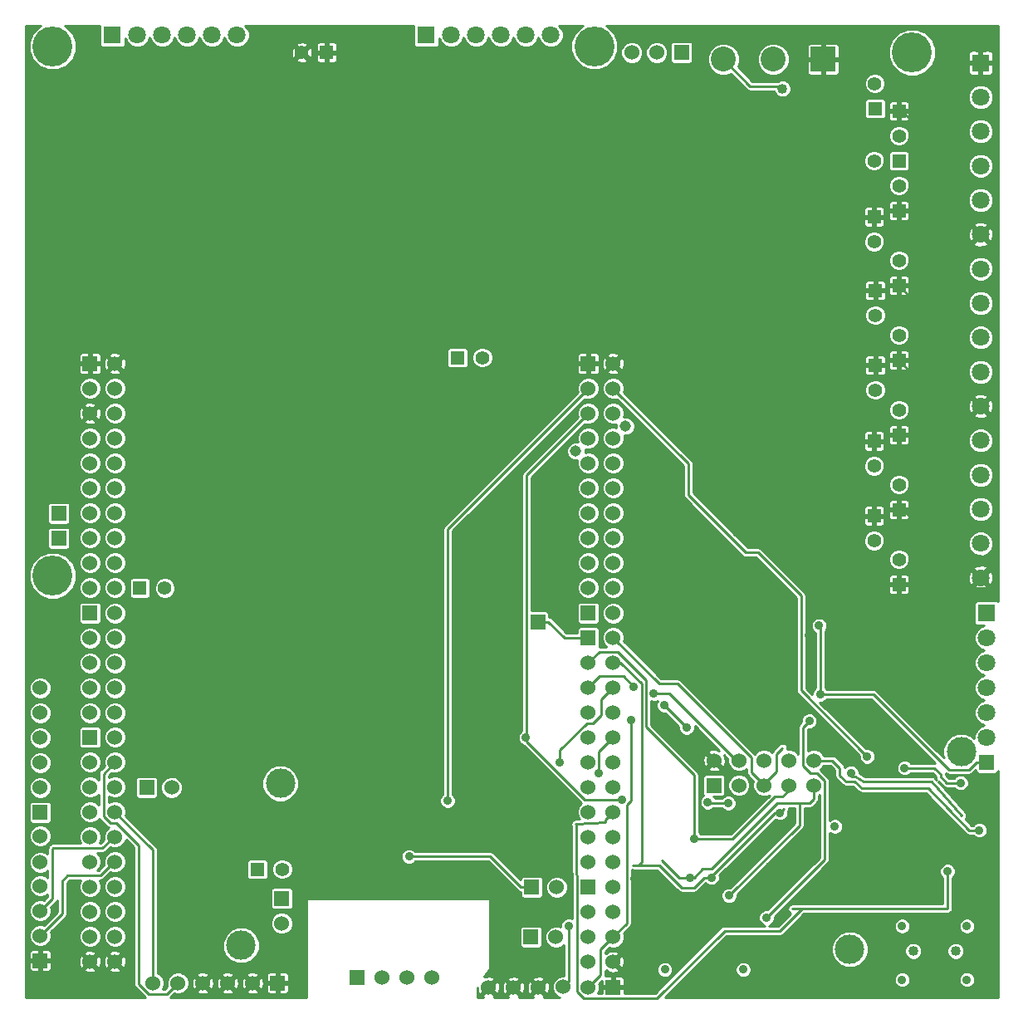
<source format=gbl>
G04 (created by PCBNEW (2013-07-07 BZR 4022)-stable) date 12/02/2014 21:37:52*
%MOIN*%
G04 Gerber Fmt 3.4, Leading zero omitted, Abs format*
%FSLAX34Y34*%
G01*
G70*
G90*
G04 APERTURE LIST*
%ADD10C,0.00590551*%
%ADD11R,0.06X0.06*%
%ADD12C,0.06*%
%ADD13R,0.055X0.055*%
%ADD14C,0.055*%
%ADD15C,0.16*%
%ADD16R,0.0708661X0.0708661*%
%ADD17C,0.0708661*%
%ADD18C,0.04*%
%ADD19C,0.035*%
%ADD20C,0.11811*%
%ADD21R,0.1X0.1*%
%ADD22C,0.1*%
%ADD23C,0.045*%
%ADD24C,0.01*%
G04 APERTURE END LIST*
G54D10*
G54D11*
X70000Y-71000D03*
G54D12*
X71000Y-71000D03*
X70000Y-72000D03*
X71000Y-72000D03*
X70000Y-73000D03*
X71000Y-73000D03*
X70000Y-74000D03*
X71000Y-74000D03*
G54D11*
X50000Y-60000D03*
G54D12*
X51000Y-60000D03*
X50000Y-61000D03*
X51000Y-61000D03*
X50000Y-62000D03*
X51000Y-62000D03*
X50000Y-63000D03*
X51000Y-63000D03*
X50000Y-64000D03*
X51000Y-64000D03*
G54D11*
X70000Y-60000D03*
G54D12*
X71000Y-60000D03*
G54D11*
X50000Y-64984D03*
G54D12*
X51000Y-64984D03*
X50000Y-65984D03*
X51000Y-65984D03*
X50000Y-66984D03*
X51000Y-66984D03*
X50000Y-67984D03*
X51000Y-67984D03*
X50000Y-68984D03*
X51000Y-68984D03*
X50000Y-69984D03*
X51000Y-69984D03*
X50000Y-70984D03*
X51000Y-70984D03*
X50000Y-71984D03*
X51000Y-71984D03*
X50000Y-72984D03*
X51000Y-72984D03*
X50000Y-73984D03*
X51000Y-73984D03*
G54D11*
X48000Y-73950D03*
G54D12*
X48000Y-72950D03*
X48000Y-71950D03*
X48000Y-70950D03*
X48000Y-70000D03*
X48000Y-68950D03*
G54D11*
X48000Y-68000D03*
G54D12*
X48000Y-67000D03*
X48000Y-66000D03*
X48000Y-65000D03*
X48000Y-64000D03*
X48000Y-63000D03*
G54D11*
X57525Y-74850D03*
G54D12*
X56525Y-74850D03*
X55525Y-74850D03*
X54525Y-74850D03*
X53525Y-74850D03*
X52525Y-74850D03*
G54D11*
X67725Y-71000D03*
G54D12*
X68725Y-71000D03*
G54D11*
X67700Y-73000D03*
G54D12*
X68700Y-73000D03*
G54D11*
X52274Y-67000D03*
G54D12*
X53274Y-67000D03*
G54D11*
X71000Y-75025D03*
G54D12*
X70000Y-75025D03*
X69000Y-75000D03*
X68000Y-75025D03*
X67000Y-75025D03*
X66000Y-75025D03*
G54D11*
X86000Y-66000D03*
X60716Y-74628D03*
G54D12*
X61716Y-74628D03*
X62716Y-74628D03*
X63716Y-74628D03*
G54D11*
X73750Y-37500D03*
G54D12*
X72750Y-37500D03*
X71750Y-37500D03*
G54D11*
X48750Y-57000D03*
X48750Y-56000D03*
G54D13*
X59500Y-37500D03*
G54D14*
X58500Y-37500D03*
G54D13*
X64750Y-49750D03*
G54D14*
X65750Y-49750D03*
G54D13*
X52000Y-59000D03*
G54D14*
X53000Y-59000D03*
G54D11*
X50000Y-49984D03*
G54D12*
X51000Y-49984D03*
X50000Y-50984D03*
X51000Y-50984D03*
X50000Y-51984D03*
X51000Y-51984D03*
X50000Y-52984D03*
X51000Y-52984D03*
X50000Y-53984D03*
X51000Y-53984D03*
X50000Y-54984D03*
X51000Y-54984D03*
X50000Y-55984D03*
X51000Y-55984D03*
X50000Y-56984D03*
X51000Y-56984D03*
X50000Y-57984D03*
X51000Y-57984D03*
X50000Y-58984D03*
X51000Y-58984D03*
G54D15*
X70250Y-37250D03*
X48500Y-58500D03*
X48500Y-37250D03*
G54D16*
X63500Y-36800D03*
G54D17*
X64500Y-36800D03*
X65500Y-36800D03*
X66500Y-36800D03*
X67500Y-36800D03*
X68500Y-36800D03*
G54D16*
X50900Y-36800D03*
G54D17*
X51900Y-36800D03*
X52900Y-36800D03*
X53900Y-36800D03*
X54900Y-36800D03*
X55900Y-36800D03*
G54D11*
X70000Y-60984D03*
G54D12*
X71000Y-60984D03*
X70000Y-61984D03*
X71000Y-61984D03*
X70000Y-62984D03*
X71000Y-62984D03*
X70000Y-63984D03*
X71000Y-63984D03*
X70000Y-64984D03*
X71000Y-64984D03*
X70000Y-65984D03*
X71000Y-65984D03*
X70000Y-66984D03*
X71000Y-66984D03*
X70000Y-67984D03*
X71000Y-67984D03*
X70000Y-68984D03*
X71000Y-68984D03*
X70000Y-69984D03*
X71000Y-69984D03*
G54D11*
X75050Y-66918D03*
G54D12*
X75050Y-65918D03*
X76050Y-66918D03*
X76050Y-65918D03*
X77050Y-66918D03*
X77050Y-65918D03*
X78050Y-66918D03*
X78050Y-65918D03*
X79050Y-66918D03*
X79050Y-65918D03*
G54D11*
X67969Y-60344D03*
G54D18*
X83050Y-73568D03*
X84750Y-73568D03*
G54D19*
X73076Y-74309D03*
X76225Y-74309D03*
G54D20*
X80500Y-73492D03*
X84974Y-65568D03*
G54D17*
X85750Y-58584D03*
X85750Y-57206D03*
G54D16*
X85750Y-37915D03*
G54D17*
X85750Y-39293D03*
X85750Y-40671D03*
X85750Y-42049D03*
X85750Y-43427D03*
X85750Y-44805D03*
X85750Y-46183D03*
X85750Y-47561D03*
X85750Y-48938D03*
X85750Y-50316D03*
X85750Y-51694D03*
X85750Y-53072D03*
X85750Y-54450D03*
X85750Y-55828D03*
G54D11*
X70000Y-49984D03*
G54D12*
X71000Y-49984D03*
X70000Y-50984D03*
X71000Y-50984D03*
X70000Y-51984D03*
X71000Y-51984D03*
X70000Y-52984D03*
X71000Y-52984D03*
X70000Y-53984D03*
X71000Y-53984D03*
X70000Y-54984D03*
X71000Y-54984D03*
X70000Y-55984D03*
X71000Y-55984D03*
X70000Y-56984D03*
X71000Y-56984D03*
X70000Y-57984D03*
X71000Y-57984D03*
X70000Y-58984D03*
X71000Y-58984D03*
G54D13*
X81474Y-53100D03*
G54D14*
X81474Y-54100D03*
G54D13*
X81474Y-44100D03*
G54D14*
X81474Y-45100D03*
G54D13*
X82474Y-52850D03*
G54D14*
X82474Y-51850D03*
G54D13*
X82474Y-43850D03*
G54D14*
X82474Y-42850D03*
G54D13*
X81525Y-50050D03*
G54D14*
X81525Y-51050D03*
G54D13*
X82474Y-39850D03*
G54D14*
X82474Y-40850D03*
G54D21*
X79425Y-37775D03*
G54D22*
X77425Y-37775D03*
X75425Y-37775D03*
G54D13*
X82474Y-46850D03*
G54D14*
X82474Y-45850D03*
G54D13*
X82474Y-55850D03*
G54D14*
X82474Y-54850D03*
G54D13*
X81525Y-47050D03*
G54D14*
X81525Y-48050D03*
G54D13*
X81474Y-56100D03*
G54D14*
X81474Y-57100D03*
G54D13*
X82474Y-49850D03*
G54D14*
X82474Y-48850D03*
G54D13*
X82474Y-58850D03*
G54D14*
X82474Y-57850D03*
G54D13*
X81525Y-39750D03*
G54D14*
X81500Y-38750D03*
G54D13*
X82474Y-41850D03*
G54D14*
X81474Y-41850D03*
G54D23*
X69500Y-53500D03*
X71500Y-52500D03*
G54D15*
X83000Y-37500D03*
G54D11*
X57688Y-71456D03*
G54D12*
X57688Y-72456D03*
G54D13*
X56712Y-70281D03*
G54D14*
X57712Y-70281D03*
G54D20*
X57637Y-66837D03*
X56062Y-73331D03*
G54D16*
X86000Y-60000D03*
G54D17*
X86000Y-61000D03*
X86000Y-62000D03*
X86000Y-63000D03*
X86000Y-64000D03*
X86000Y-65000D03*
G54D19*
X67500Y-65000D03*
X71335Y-67484D03*
G54D18*
X77800Y-38950D03*
G54D19*
X81195Y-65757D03*
X64356Y-67528D03*
X62802Y-69771D03*
X72621Y-63227D03*
X71831Y-62957D03*
X80550Y-66418D03*
X85700Y-68718D03*
X70434Y-66418D03*
X71707Y-64306D03*
X78876Y-64328D03*
X77156Y-72226D03*
X69209Y-72563D03*
X74250Y-69068D03*
X77700Y-68018D03*
X74950Y-70618D03*
X74100Y-70618D03*
X68863Y-65992D03*
X75651Y-71342D03*
X79900Y-68568D03*
X75625Y-67630D03*
X74798Y-67593D03*
X84425Y-70368D03*
X84950Y-66818D03*
X82700Y-66218D03*
X73950Y-64600D03*
X73050Y-63700D03*
X79261Y-60506D03*
X79312Y-63253D03*
X85200Y-74718D03*
X82600Y-74718D03*
X82600Y-72568D03*
X85200Y-72568D03*
X84000Y-73550D03*
X61850Y-70350D03*
X60216Y-70628D03*
X77400Y-68750D03*
X62679Y-69340D03*
X61429Y-69340D03*
X60466Y-68628D03*
X47950Y-38800D03*
X49950Y-38750D03*
X51950Y-38750D03*
X53950Y-38800D03*
X55950Y-38750D03*
X58200Y-38750D03*
X60500Y-38750D03*
X62500Y-38750D03*
X64500Y-38750D03*
X66500Y-38750D03*
X68500Y-38750D03*
X70450Y-38750D03*
X70650Y-46500D03*
X65850Y-46500D03*
X71650Y-42600D03*
X69650Y-42600D03*
X67650Y-42600D03*
X65650Y-42600D03*
X63650Y-42600D03*
X61650Y-42600D03*
X59150Y-42600D03*
X57150Y-42600D03*
X55150Y-42600D03*
X53150Y-42600D03*
X62350Y-46500D03*
X57600Y-46500D03*
X54100Y-46500D03*
X51150Y-42600D03*
X49150Y-42600D03*
X49400Y-46500D03*
X51374Y-46900D03*
X59625Y-46874D03*
X67874Y-46874D03*
X72400Y-74618D03*
X77600Y-74618D03*
X77600Y-73618D03*
X71850Y-70668D03*
X77300Y-70168D03*
X77700Y-70568D03*
X71800Y-74618D03*
X72400Y-74118D03*
X77600Y-74118D03*
X78300Y-74618D03*
X77100Y-73318D03*
X78400Y-72718D03*
X80450Y-69018D03*
X82500Y-69018D03*
G54D18*
X79000Y-38750D03*
X79750Y-38750D03*
X80500Y-38750D03*
X78500Y-38250D03*
X78500Y-37500D03*
X78250Y-36750D03*
X79000Y-36750D03*
X79750Y-36750D03*
X81500Y-37000D03*
X80500Y-37000D03*
X80500Y-38000D03*
X81000Y-37500D03*
X81500Y-38000D03*
X82500Y-39000D03*
X83250Y-39000D03*
X86000Y-36750D03*
X84500Y-36750D03*
X85250Y-37000D03*
X84750Y-37500D03*
X84750Y-38250D03*
X84250Y-38750D03*
X85250Y-38750D03*
X84750Y-39250D03*
X83750Y-39250D03*
X84250Y-39750D03*
X83250Y-39750D03*
X83750Y-40250D03*
X83250Y-40750D03*
X83200Y-43600D03*
X83000Y-47400D03*
X83400Y-47000D03*
X83800Y-46600D03*
X84200Y-46200D03*
X84600Y-45800D03*
X85000Y-45400D03*
X83600Y-50200D03*
X83600Y-49600D03*
X84200Y-49600D03*
X83000Y-50400D03*
X84600Y-55800D03*
X84000Y-55800D03*
X83400Y-55800D03*
X83800Y-56400D03*
X83200Y-56400D03*
X83200Y-58600D03*
X83600Y-59000D03*
X84000Y-58600D03*
X84400Y-59000D03*
X84800Y-58600D03*
X85200Y-59000D03*
X86200Y-59000D03*
X86200Y-58000D03*
X84600Y-53400D03*
X84000Y-53400D03*
X83400Y-53200D03*
X83600Y-52600D03*
X84200Y-52800D03*
X84600Y-52400D03*
X85000Y-52800D03*
X85200Y-52200D03*
X86200Y-52200D03*
X75500Y-58500D03*
X76000Y-58500D03*
X76500Y-58500D03*
X77000Y-58500D03*
X77750Y-59000D03*
X77250Y-59000D03*
X76750Y-59000D03*
X76250Y-59000D03*
X75750Y-59000D03*
X75250Y-59000D03*
X74750Y-59000D03*
X69250Y-58500D03*
X75000Y-58250D03*
X73750Y-58500D03*
X74250Y-39500D03*
X74750Y-39500D03*
X76750Y-44250D03*
X77250Y-44250D03*
X77500Y-44750D03*
X77000Y-44750D03*
X77750Y-44250D03*
X77750Y-47250D03*
X77500Y-47750D03*
X77250Y-47250D03*
X77250Y-50250D03*
X77500Y-50750D03*
X77750Y-50250D03*
X77250Y-53250D03*
X77500Y-53750D03*
X77750Y-53250D03*
X77750Y-56250D03*
X77500Y-56750D03*
X77250Y-56250D03*
X78250Y-57250D03*
X78750Y-57500D03*
X78250Y-54250D03*
X78750Y-54500D03*
X78250Y-51250D03*
X78750Y-51500D03*
X78250Y-48250D03*
X78750Y-48500D03*
X78250Y-45250D03*
X78750Y-45500D03*
X78250Y-42250D03*
X78750Y-42500D03*
X80750Y-56500D03*
X80250Y-56750D03*
X80750Y-57000D03*
X80750Y-57500D03*
X80250Y-57250D03*
X79250Y-57250D03*
X79750Y-57500D03*
X75750Y-56250D03*
X76000Y-56750D03*
X76250Y-56250D03*
X76500Y-56750D03*
X76750Y-56250D03*
X77000Y-56750D03*
X80750Y-53500D03*
X79250Y-54250D03*
X79750Y-54500D03*
X80250Y-54250D03*
X80750Y-54000D03*
X80250Y-53750D03*
X77000Y-53750D03*
X76750Y-53250D03*
X76250Y-53250D03*
X76500Y-53750D03*
X75750Y-53250D03*
X76000Y-53750D03*
X80750Y-50500D03*
X79250Y-51250D03*
X79750Y-51500D03*
X80250Y-51250D03*
X80750Y-51000D03*
X80250Y-50750D03*
X77000Y-50750D03*
X76750Y-50250D03*
X76250Y-50250D03*
X76500Y-50750D03*
X75750Y-50250D03*
X76000Y-50750D03*
X80750Y-47500D03*
X80250Y-47750D03*
X80750Y-48000D03*
X80250Y-48250D03*
X79250Y-48250D03*
X79750Y-48500D03*
X77000Y-47750D03*
X76750Y-47250D03*
X76250Y-47250D03*
X76500Y-47750D03*
X75750Y-47250D03*
X76000Y-47750D03*
X80750Y-44500D03*
X80250Y-44750D03*
X80750Y-45000D03*
X80250Y-45250D03*
X79250Y-45250D03*
X79750Y-45500D03*
X76250Y-44250D03*
X76500Y-44750D03*
X75750Y-44250D03*
X76000Y-44750D03*
X80250Y-41000D03*
X80250Y-40500D03*
X80750Y-40750D03*
X80250Y-41500D03*
X80750Y-41750D03*
X80250Y-42000D03*
X79250Y-42250D03*
X79750Y-42500D03*
X75500Y-40000D03*
X75250Y-39500D03*
X75750Y-39500D03*
X76250Y-39500D03*
X76750Y-39500D03*
X77250Y-39500D03*
X77500Y-40000D03*
X77000Y-40000D03*
X76500Y-40000D03*
X76000Y-40000D03*
X78250Y-41000D03*
X78250Y-40500D03*
X77750Y-40750D03*
X77750Y-41250D03*
X76750Y-41250D03*
X77250Y-41250D03*
X77500Y-41750D03*
X76000Y-41750D03*
X76500Y-41750D03*
X77000Y-41750D03*
X76250Y-41250D03*
X75750Y-41250D03*
G54D19*
X52888Y-70106D03*
X55762Y-72431D03*
X56612Y-70906D03*
X53112Y-72281D03*
X72500Y-61500D03*
X77750Y-63000D03*
X77750Y-61500D03*
X84750Y-63250D03*
X84750Y-60250D03*
X84700Y-64500D03*
X84750Y-61500D03*
X78850Y-60900D03*
X78850Y-63850D03*
X72850Y-62400D03*
X76300Y-64300D03*
G54D24*
X67500Y-65000D02*
X67522Y-65000D01*
X67522Y-65000D02*
X67522Y-65147D01*
X67522Y-65147D02*
X69858Y-67484D01*
X69858Y-67484D02*
X71335Y-67484D01*
X67522Y-54461D02*
X67522Y-65000D01*
X70000Y-51984D02*
X67522Y-54461D01*
X76500Y-38850D02*
X75425Y-37775D01*
X77700Y-38850D02*
X76500Y-38850D01*
X77800Y-38950D02*
X77700Y-38850D01*
X74017Y-54001D02*
X71000Y-50984D01*
X74017Y-55259D02*
X74017Y-54001D01*
X76332Y-57574D02*
X74017Y-55259D01*
X76811Y-57574D02*
X76332Y-57574D01*
X78543Y-59307D02*
X76811Y-57574D01*
X78543Y-63105D02*
X78543Y-59307D01*
X81195Y-65757D02*
X78543Y-63105D01*
X64356Y-56627D02*
X70000Y-50984D01*
X64356Y-67528D02*
X64356Y-56627D01*
X69039Y-60984D02*
X70000Y-60984D01*
X68399Y-60344D02*
X69039Y-60984D01*
X67969Y-60344D02*
X68399Y-60344D01*
X66066Y-69771D02*
X67295Y-71000D01*
X62802Y-69771D02*
X66066Y-69771D01*
X67725Y-71000D02*
X67295Y-71000D01*
X75949Y-65918D02*
X75850Y-65918D01*
X76050Y-65918D02*
X75949Y-65918D01*
X73258Y-63227D02*
X72621Y-63227D01*
X75949Y-65918D02*
X73258Y-63227D01*
X70440Y-62543D02*
X70000Y-62984D01*
X71417Y-62543D02*
X70440Y-62543D01*
X71831Y-62957D02*
X71417Y-62543D01*
X77550Y-65768D02*
X77550Y-65748D01*
X77550Y-65668D02*
X77800Y-65418D01*
X77550Y-65748D02*
X77550Y-65668D01*
X77550Y-65768D02*
X77550Y-65748D01*
X77050Y-66918D02*
X77050Y-66893D01*
X77550Y-66368D02*
X77550Y-65768D01*
X77050Y-66868D02*
X77550Y-66368D01*
X77050Y-66893D02*
X77050Y-66868D01*
X72850Y-62834D02*
X71000Y-60984D01*
X73588Y-62834D02*
X72850Y-62834D01*
X76550Y-65795D02*
X73588Y-62834D01*
X76550Y-66393D02*
X76550Y-65795D01*
X77050Y-66893D02*
X76550Y-66393D01*
X76950Y-65918D02*
X77050Y-65918D01*
X83785Y-66753D02*
X85000Y-68118D01*
X81064Y-66753D02*
X83785Y-66753D01*
X80729Y-66568D02*
X81064Y-66753D01*
X80579Y-66568D02*
X80729Y-66568D01*
X80429Y-66418D02*
X80579Y-66568D01*
X80550Y-66418D02*
X80429Y-66418D01*
X81064Y-66753D02*
X81079Y-66768D01*
X85300Y-68718D02*
X85700Y-68718D01*
X83650Y-67018D02*
X85300Y-68718D01*
X80975Y-67018D02*
X83650Y-67018D01*
X80675Y-66768D02*
X80975Y-67018D01*
X80350Y-66768D02*
X80675Y-66768D01*
X80100Y-66518D02*
X80350Y-66768D01*
X80100Y-66218D02*
X80100Y-66518D01*
X79800Y-65918D02*
X80100Y-66218D01*
X79050Y-65918D02*
X79800Y-65918D01*
X70434Y-65549D02*
X71000Y-64984D01*
X70434Y-66418D02*
X70434Y-65549D01*
X70500Y-74525D02*
X70000Y-75025D01*
X70500Y-73500D02*
X70500Y-74525D01*
X71000Y-73000D02*
X70500Y-73500D01*
X71707Y-67543D02*
X71707Y-64306D01*
X71543Y-67707D02*
X71707Y-67543D01*
X71543Y-72456D02*
X71543Y-67707D01*
X71000Y-73000D02*
X71543Y-72456D01*
X79485Y-69897D02*
X77156Y-72226D01*
X79485Y-66735D02*
X79485Y-69897D01*
X79168Y-66418D02*
X79485Y-66735D01*
X78918Y-66418D02*
X79168Y-66418D01*
X78619Y-66119D02*
X78918Y-66418D01*
X78619Y-64584D02*
X78619Y-66119D01*
X78876Y-64328D02*
X78619Y-64584D01*
X69209Y-74790D02*
X69209Y-72563D01*
X69000Y-75000D02*
X69209Y-74790D01*
X50538Y-66445D02*
X51000Y-65984D01*
X50538Y-68145D02*
X50538Y-66445D01*
X50806Y-68414D02*
X50538Y-68145D01*
X51045Y-68414D02*
X50806Y-68414D01*
X51951Y-69319D02*
X51045Y-68414D01*
X51951Y-74896D02*
X51951Y-69319D01*
X52352Y-75297D02*
X51951Y-74896D01*
X53077Y-75297D02*
X52352Y-75297D01*
X53525Y-74850D02*
X53077Y-75297D01*
X52525Y-69509D02*
X51000Y-67984D01*
X52525Y-74850D02*
X52525Y-69509D01*
X51000Y-69983D02*
X50999Y-69983D01*
X48874Y-72074D02*
X48000Y-72950D01*
X48874Y-70750D02*
X48874Y-72074D01*
X49100Y-70525D02*
X48874Y-70750D01*
X50425Y-70525D02*
X49100Y-70525D01*
X50966Y-69983D02*
X50425Y-70525D01*
X50999Y-69983D02*
X50966Y-69983D01*
X50999Y-69983D02*
X51000Y-69984D01*
X48000Y-71950D02*
X47950Y-72000D01*
X51000Y-68983D02*
X50999Y-68983D01*
X48500Y-71450D02*
X48000Y-71950D01*
X48500Y-69450D02*
X48500Y-71450D01*
X48525Y-69425D02*
X48500Y-69450D01*
X50500Y-69425D02*
X48525Y-69425D01*
X50940Y-68983D02*
X50500Y-69425D01*
X50999Y-68983D02*
X50940Y-68983D01*
X50999Y-68983D02*
X51000Y-68984D01*
X78050Y-66918D02*
X78150Y-66918D01*
X75800Y-69068D02*
X74250Y-69068D01*
X77500Y-67368D02*
X75800Y-69068D01*
X77800Y-67368D02*
X77500Y-67368D01*
X78050Y-67118D02*
X77800Y-67368D01*
X78050Y-66918D02*
X78050Y-67118D01*
X70437Y-61546D02*
X70000Y-61984D01*
X71177Y-61546D02*
X70437Y-61546D01*
X72316Y-62685D02*
X71177Y-61546D01*
X72316Y-64563D02*
X72316Y-62685D01*
X74250Y-66496D02*
X72316Y-64563D01*
X74250Y-69068D02*
X74250Y-66496D01*
X77500Y-68018D02*
X77700Y-68018D01*
X74950Y-70568D02*
X77500Y-68018D01*
X74950Y-70618D02*
X74950Y-70568D01*
X77850Y-67868D02*
X77700Y-68018D01*
X74950Y-70618D02*
X75000Y-70618D01*
X72850Y-70118D02*
X72017Y-70118D01*
X73750Y-71018D02*
X72850Y-70118D01*
X74250Y-71018D02*
X73750Y-71018D01*
X74650Y-70618D02*
X74250Y-71018D01*
X74950Y-70618D02*
X74650Y-70618D01*
X72017Y-70118D02*
X71800Y-70118D01*
X71289Y-61984D02*
X71000Y-61984D01*
X72136Y-62830D02*
X71289Y-61984D01*
X72136Y-69999D02*
X72136Y-62830D01*
X72017Y-70118D02*
X72136Y-69999D01*
X79050Y-67427D02*
X79050Y-67468D01*
X79050Y-66918D02*
X79045Y-66918D01*
X79050Y-67468D02*
X79050Y-67427D01*
X79050Y-67427D02*
X79050Y-66918D01*
X73650Y-70618D02*
X74100Y-70618D01*
X72950Y-69918D02*
X73650Y-70618D01*
X68863Y-65507D02*
X68863Y-65992D01*
X69956Y-64414D02*
X68863Y-65507D01*
X70189Y-64414D02*
X69956Y-64414D01*
X70506Y-64096D02*
X70189Y-64414D01*
X70506Y-63477D02*
X70506Y-64096D01*
X71000Y-62984D02*
X70506Y-63477D01*
X78480Y-68513D02*
X78480Y-67618D01*
X75651Y-71342D02*
X78480Y-68513D01*
X77600Y-67618D02*
X78480Y-67618D01*
X74950Y-70268D02*
X77600Y-67618D01*
X74600Y-70268D02*
X74950Y-70268D01*
X74250Y-70618D02*
X74600Y-70268D01*
X74100Y-70618D02*
X74250Y-70618D01*
X78900Y-67618D02*
X79050Y-67468D01*
X78480Y-67618D02*
X78900Y-67618D01*
X79900Y-68568D02*
X79900Y-68548D01*
X74835Y-67630D02*
X74798Y-67593D01*
X75625Y-67630D02*
X74835Y-67630D01*
X70675Y-68400D02*
X70675Y-68309D01*
X69500Y-68475D02*
X70675Y-68400D01*
X70675Y-68309D02*
X71000Y-67984D01*
X84425Y-71868D02*
X78572Y-71868D01*
X84425Y-70368D02*
X84425Y-71868D01*
X78572Y-71868D02*
X78200Y-71868D01*
X69552Y-75205D02*
X69552Y-72827D01*
X69813Y-75465D02*
X69552Y-75205D01*
X72752Y-75465D02*
X69813Y-75465D01*
X75474Y-72744D02*
X72752Y-75465D01*
X77696Y-72744D02*
X75474Y-72744D01*
X78572Y-71868D02*
X77696Y-72744D01*
X69552Y-72827D02*
X69550Y-72525D01*
X84400Y-66818D02*
X84950Y-66818D01*
X84150Y-66568D02*
X84400Y-66818D01*
X84150Y-66468D02*
X84150Y-66568D01*
X83900Y-66218D02*
X84150Y-66468D01*
X82700Y-66218D02*
X83900Y-66218D01*
X69550Y-72525D02*
X69513Y-68479D01*
X73050Y-63700D02*
X73950Y-64600D01*
X86000Y-66000D02*
X85569Y-66000D01*
X79312Y-60557D02*
X79312Y-63253D01*
X79261Y-60506D02*
X79312Y-60557D01*
X85280Y-66289D02*
X85569Y-66000D01*
X84477Y-66289D02*
X85280Y-66289D01*
X81441Y-63253D02*
X84477Y-66289D01*
X79312Y-63253D02*
X81441Y-63253D01*
X51374Y-46900D02*
X51400Y-46900D01*
X59625Y-46874D02*
X59650Y-46900D01*
X67874Y-46874D02*
X67900Y-46900D01*
X77800Y-73318D02*
X77100Y-73318D01*
X78400Y-72718D02*
X77800Y-73318D01*
X80450Y-69018D02*
X82500Y-69018D01*
X80500Y-38750D02*
X79750Y-38750D01*
X78500Y-37500D02*
X78500Y-38250D01*
X79000Y-36750D02*
X78250Y-36750D01*
X81250Y-36750D02*
X79750Y-36750D01*
X81500Y-37000D02*
X81250Y-36750D01*
X80500Y-38000D02*
X80500Y-37000D01*
X81500Y-38000D02*
X81000Y-37500D01*
X83250Y-39000D02*
X82500Y-39000D01*
X84500Y-36750D02*
X86000Y-36750D01*
X84750Y-37500D02*
X85250Y-37000D01*
X84250Y-38750D02*
X84750Y-38250D01*
X84750Y-39250D02*
X85250Y-38750D01*
X84250Y-39750D02*
X83750Y-39250D01*
X83750Y-40250D02*
X83250Y-39750D01*
X83250Y-40500D02*
X83250Y-40750D01*
X82600Y-39850D02*
X83250Y-40500D01*
X82474Y-39850D02*
X82600Y-39850D01*
X82474Y-46874D02*
X83000Y-47400D01*
X82474Y-46850D02*
X82474Y-46874D01*
X83400Y-47000D02*
X83800Y-46600D01*
X84200Y-46200D02*
X84600Y-45800D01*
X84200Y-49600D02*
X83600Y-49600D01*
X82474Y-49874D02*
X83000Y-50400D01*
X82474Y-49850D02*
X82474Y-49874D01*
X84000Y-55800D02*
X84600Y-55800D01*
X83400Y-56000D02*
X83400Y-55800D01*
X83800Y-56400D02*
X83400Y-56000D01*
X82650Y-55850D02*
X83200Y-56400D01*
X82474Y-55850D02*
X82650Y-55850D01*
X84000Y-58600D02*
X83600Y-59000D01*
X84800Y-58600D02*
X84400Y-59000D01*
X86200Y-59000D02*
X85200Y-59000D01*
X85750Y-58450D02*
X86200Y-58000D01*
X85750Y-58584D02*
X85750Y-58450D01*
X83600Y-53400D02*
X84000Y-53400D01*
X83400Y-53200D02*
X83600Y-53400D01*
X84000Y-52600D02*
X83600Y-52600D01*
X84200Y-52800D02*
X84000Y-52600D01*
X85000Y-52800D02*
X84600Y-52400D01*
X86200Y-52200D02*
X85200Y-52200D01*
X76000Y-58500D02*
X75500Y-58500D01*
X77000Y-58500D02*
X76500Y-58500D01*
X77250Y-59000D02*
X77750Y-59000D01*
X76250Y-59000D02*
X76750Y-59000D01*
X75250Y-59000D02*
X75750Y-59000D01*
X74750Y-58500D02*
X74750Y-59000D01*
X75000Y-58250D02*
X74750Y-58500D01*
X72500Y-58500D02*
X69250Y-58500D01*
X72750Y-58250D02*
X72500Y-58500D01*
X74000Y-58250D02*
X72750Y-58250D01*
X75000Y-58250D02*
X74000Y-58250D01*
X74000Y-58250D02*
X73750Y-58500D01*
X74750Y-39500D02*
X74250Y-39500D01*
X76750Y-44250D02*
X77250Y-44250D01*
X77000Y-44750D02*
X77500Y-44750D01*
X77500Y-47500D02*
X77250Y-47250D01*
X77500Y-47750D02*
X77500Y-47500D01*
X77500Y-50500D02*
X77500Y-50750D01*
X77250Y-50250D02*
X77500Y-50500D01*
X77500Y-53500D02*
X77500Y-53750D01*
X77250Y-53250D02*
X77500Y-53500D01*
X77500Y-56500D02*
X77250Y-56250D01*
X77500Y-56750D02*
X77500Y-56500D01*
X78500Y-57250D02*
X78250Y-57250D01*
X78750Y-57500D02*
X78500Y-57250D01*
X78500Y-54250D02*
X78250Y-54250D01*
X78750Y-54500D02*
X78500Y-54250D01*
X78500Y-51250D02*
X78250Y-51250D01*
X78750Y-51500D02*
X78500Y-51250D01*
X78500Y-48250D02*
X78250Y-48250D01*
X78750Y-48500D02*
X78500Y-48250D01*
X78500Y-45250D02*
X78250Y-45250D01*
X78750Y-45500D02*
X78500Y-45250D01*
X78500Y-42250D02*
X78250Y-42250D01*
X78750Y-42500D02*
X78500Y-42250D01*
X80500Y-56750D02*
X80250Y-56750D01*
X80750Y-57000D02*
X80500Y-56750D01*
X80500Y-57500D02*
X80750Y-57500D01*
X80250Y-57250D02*
X80500Y-57500D01*
X79500Y-57500D02*
X79750Y-57500D01*
X79250Y-57250D02*
X79500Y-57500D01*
X76000Y-56500D02*
X76000Y-56750D01*
X75750Y-56250D02*
X76000Y-56500D01*
X76500Y-56500D02*
X76500Y-56750D01*
X76250Y-56250D02*
X76500Y-56500D01*
X77000Y-56500D02*
X77000Y-56750D01*
X76750Y-56250D02*
X77000Y-56500D01*
X79500Y-54500D02*
X79750Y-54500D01*
X79250Y-54250D02*
X79500Y-54500D01*
X80500Y-54000D02*
X80750Y-54000D01*
X80250Y-54250D02*
X80500Y-54000D01*
X80500Y-53500D02*
X80750Y-53500D01*
X80250Y-53750D02*
X80500Y-53500D01*
X77000Y-53500D02*
X77000Y-53750D01*
X76750Y-53250D02*
X77000Y-53500D01*
X76500Y-53500D02*
X76500Y-53750D01*
X76250Y-53250D02*
X76500Y-53500D01*
X76000Y-53500D02*
X76000Y-53750D01*
X75750Y-53250D02*
X76000Y-53500D01*
X79500Y-51500D02*
X79750Y-51500D01*
X79250Y-51250D02*
X79500Y-51500D01*
X80500Y-51000D02*
X80750Y-51000D01*
X80250Y-51250D02*
X80500Y-51000D01*
X80500Y-50500D02*
X80750Y-50500D01*
X80250Y-50750D02*
X80500Y-50500D01*
X77000Y-50500D02*
X77000Y-50750D01*
X76750Y-50250D02*
X77000Y-50500D01*
X76500Y-50500D02*
X76500Y-50750D01*
X76250Y-50250D02*
X76500Y-50500D01*
X76000Y-50500D02*
X76000Y-50750D01*
X75750Y-50250D02*
X76000Y-50500D01*
X80500Y-47500D02*
X80750Y-47500D01*
X80250Y-47750D02*
X80500Y-47500D01*
X80500Y-48000D02*
X80750Y-48000D01*
X80250Y-48250D02*
X80500Y-48000D01*
X79500Y-48500D02*
X79750Y-48500D01*
X79250Y-48250D02*
X79500Y-48500D01*
X77000Y-47500D02*
X77000Y-47750D01*
X76750Y-47250D02*
X77000Y-47500D01*
X76500Y-47500D02*
X76500Y-47750D01*
X76250Y-47250D02*
X76500Y-47500D01*
X76000Y-47500D02*
X76000Y-47750D01*
X75750Y-47250D02*
X76000Y-47500D01*
X80500Y-44500D02*
X80750Y-44500D01*
X80250Y-44750D02*
X80500Y-44500D01*
X80500Y-45000D02*
X80750Y-45000D01*
X80250Y-45250D02*
X80500Y-45000D01*
X79500Y-45500D02*
X79750Y-45500D01*
X79250Y-45250D02*
X79500Y-45500D01*
X76500Y-44500D02*
X76500Y-44750D01*
X76250Y-44250D02*
X76500Y-44500D01*
X76000Y-44500D02*
X76000Y-44750D01*
X75750Y-44250D02*
X76000Y-44500D01*
X80250Y-41000D02*
X80250Y-41500D01*
X80500Y-40500D02*
X80250Y-40500D01*
X80750Y-40750D02*
X80500Y-40500D01*
X80500Y-41750D02*
X80750Y-41750D01*
X80250Y-42000D02*
X80500Y-41750D01*
X79500Y-42500D02*
X79750Y-42500D01*
X79250Y-42250D02*
X79500Y-42500D01*
X75500Y-39750D02*
X75500Y-40000D01*
X75250Y-39500D02*
X75500Y-39750D01*
X76250Y-39500D02*
X75750Y-39500D01*
X77250Y-39500D02*
X76750Y-39500D01*
X77000Y-40000D02*
X77500Y-40000D01*
X76000Y-40000D02*
X76500Y-40000D01*
X78250Y-40500D02*
X78250Y-41000D01*
X77750Y-41250D02*
X77750Y-40750D01*
X76750Y-41250D02*
X77250Y-41250D01*
X77000Y-41750D02*
X76500Y-41750D01*
X75750Y-41250D02*
X76250Y-41250D01*
X55762Y-71756D02*
X55762Y-72431D01*
X56612Y-70906D02*
X55762Y-71756D01*
X76000Y-41750D02*
X76500Y-41750D01*
X76500Y-41750D02*
X77000Y-41750D01*
X77000Y-41750D02*
X77500Y-41750D01*
X75000Y-58250D02*
X74000Y-58250D01*
G54D10*
G36*
X70076Y-74005D02*
X70005Y-74076D01*
X70000Y-74070D01*
X69994Y-74076D01*
X69923Y-74005D01*
X69929Y-74000D01*
X69923Y-73994D01*
X69994Y-73923D01*
X70000Y-73929D01*
X70005Y-73923D01*
X70076Y-73994D01*
X70070Y-74000D01*
X70076Y-74005D01*
X70076Y-74005D01*
G37*
G54D24*
X70076Y-74005D02*
X70005Y-74076D01*
X70000Y-74070D01*
X69994Y-74076D01*
X69923Y-74005D01*
X69929Y-74000D01*
X69923Y-73994D01*
X69994Y-73923D01*
X70000Y-73929D01*
X70005Y-73923D01*
X70076Y-73994D01*
X70070Y-74000D01*
X70076Y-74005D01*
G54D10*
G36*
X77271Y-67313D02*
X76500Y-68085D01*
X76500Y-66828D01*
X76431Y-66663D01*
X76305Y-66536D01*
X76139Y-66468D01*
X75960Y-66468D01*
X75795Y-66536D01*
X75668Y-66662D01*
X75600Y-66828D01*
X75599Y-67007D01*
X75668Y-67172D01*
X75794Y-67299D01*
X75960Y-67368D01*
X76139Y-67368D01*
X76304Y-67299D01*
X76431Y-67173D01*
X76499Y-67008D01*
X76500Y-66828D01*
X76500Y-68085D01*
X75950Y-68635D01*
X75950Y-67566D01*
X75900Y-67446D01*
X75809Y-67355D01*
X75690Y-67305D01*
X75560Y-67305D01*
X75441Y-67354D01*
X75365Y-67430D01*
X75082Y-67430D01*
X75074Y-67409D01*
X75032Y-67368D01*
X75379Y-67368D01*
X75434Y-67345D01*
X75477Y-67303D01*
X75499Y-67248D01*
X75500Y-67188D01*
X75500Y-66588D01*
X75477Y-66533D01*
X75435Y-66491D01*
X75379Y-66468D01*
X75320Y-66468D01*
X75310Y-66468D01*
X75310Y-66249D01*
X75050Y-65988D01*
X74979Y-66059D01*
X74979Y-65918D01*
X74718Y-65657D01*
X74651Y-65690D01*
X74594Y-65860D01*
X74607Y-66038D01*
X74651Y-66145D01*
X74718Y-66178D01*
X74979Y-65918D01*
X74979Y-66059D01*
X74789Y-66249D01*
X74822Y-66316D01*
X74992Y-66373D01*
X75170Y-66360D01*
X75277Y-66316D01*
X75310Y-66249D01*
X75310Y-66468D01*
X74720Y-66468D01*
X74665Y-66490D01*
X74622Y-66533D01*
X74600Y-66588D01*
X74599Y-66647D01*
X74599Y-67247D01*
X74622Y-67302D01*
X74630Y-67311D01*
X74614Y-67317D01*
X74523Y-67409D01*
X74473Y-67528D01*
X74473Y-67657D01*
X74522Y-67777D01*
X74614Y-67868D01*
X74733Y-67918D01*
X74862Y-67918D01*
X74982Y-67869D01*
X75021Y-67830D01*
X75365Y-67830D01*
X75440Y-67905D01*
X75560Y-67955D01*
X75689Y-67955D01*
X75808Y-67906D01*
X75900Y-67814D01*
X75950Y-67695D01*
X75950Y-67566D01*
X75950Y-68635D01*
X75717Y-68868D01*
X74509Y-68868D01*
X74450Y-68808D01*
X74450Y-66496D01*
X74434Y-66420D01*
X74434Y-66420D01*
X74391Y-66355D01*
X72516Y-64480D01*
X72516Y-63535D01*
X72556Y-63551D01*
X72686Y-63552D01*
X72774Y-63515D01*
X72774Y-63515D01*
X72725Y-63635D01*
X72724Y-63764D01*
X72774Y-63883D01*
X72865Y-63975D01*
X72985Y-64024D01*
X73092Y-64025D01*
X73625Y-64557D01*
X73624Y-64664D01*
X73674Y-64783D01*
X73765Y-64875D01*
X73885Y-64924D01*
X74014Y-64925D01*
X74133Y-64875D01*
X74225Y-64784D01*
X74274Y-64664D01*
X74275Y-64535D01*
X74268Y-64519D01*
X75263Y-65515D01*
X75107Y-65462D01*
X74929Y-65475D01*
X74822Y-65519D01*
X74789Y-65586D01*
X75050Y-65847D01*
X75055Y-65841D01*
X75126Y-65912D01*
X75120Y-65918D01*
X75381Y-66178D01*
X75448Y-66145D01*
X75505Y-65975D01*
X75492Y-65797D01*
X75454Y-65705D01*
X75600Y-65851D01*
X75599Y-66007D01*
X75668Y-66172D01*
X75794Y-66299D01*
X75960Y-66368D01*
X76139Y-66368D01*
X76304Y-66299D01*
X76350Y-66254D01*
X76350Y-66393D01*
X76365Y-66469D01*
X76408Y-66534D01*
X76630Y-66756D01*
X76600Y-66828D01*
X76599Y-67007D01*
X76668Y-67172D01*
X76794Y-67299D01*
X76960Y-67368D01*
X77139Y-67368D01*
X77271Y-67313D01*
X77271Y-67313D01*
G37*
G54D24*
X77271Y-67313D02*
X76500Y-68085D01*
X76500Y-66828D01*
X76431Y-66663D01*
X76305Y-66536D01*
X76139Y-66468D01*
X75960Y-66468D01*
X75795Y-66536D01*
X75668Y-66662D01*
X75600Y-66828D01*
X75599Y-67007D01*
X75668Y-67172D01*
X75794Y-67299D01*
X75960Y-67368D01*
X76139Y-67368D01*
X76304Y-67299D01*
X76431Y-67173D01*
X76499Y-67008D01*
X76500Y-66828D01*
X76500Y-68085D01*
X75950Y-68635D01*
X75950Y-67566D01*
X75900Y-67446D01*
X75809Y-67355D01*
X75690Y-67305D01*
X75560Y-67305D01*
X75441Y-67354D01*
X75365Y-67430D01*
X75082Y-67430D01*
X75074Y-67409D01*
X75032Y-67368D01*
X75379Y-67368D01*
X75434Y-67345D01*
X75477Y-67303D01*
X75499Y-67248D01*
X75500Y-67188D01*
X75500Y-66588D01*
X75477Y-66533D01*
X75435Y-66491D01*
X75379Y-66468D01*
X75320Y-66468D01*
X75310Y-66468D01*
X75310Y-66249D01*
X75050Y-65988D01*
X74979Y-66059D01*
X74979Y-65918D01*
X74718Y-65657D01*
X74651Y-65690D01*
X74594Y-65860D01*
X74607Y-66038D01*
X74651Y-66145D01*
X74718Y-66178D01*
X74979Y-65918D01*
X74979Y-66059D01*
X74789Y-66249D01*
X74822Y-66316D01*
X74992Y-66373D01*
X75170Y-66360D01*
X75277Y-66316D01*
X75310Y-66249D01*
X75310Y-66468D01*
X74720Y-66468D01*
X74665Y-66490D01*
X74622Y-66533D01*
X74600Y-66588D01*
X74599Y-66647D01*
X74599Y-67247D01*
X74622Y-67302D01*
X74630Y-67311D01*
X74614Y-67317D01*
X74523Y-67409D01*
X74473Y-67528D01*
X74473Y-67657D01*
X74522Y-67777D01*
X74614Y-67868D01*
X74733Y-67918D01*
X74862Y-67918D01*
X74982Y-67869D01*
X75021Y-67830D01*
X75365Y-67830D01*
X75440Y-67905D01*
X75560Y-67955D01*
X75689Y-67955D01*
X75808Y-67906D01*
X75900Y-67814D01*
X75950Y-67695D01*
X75950Y-67566D01*
X75950Y-68635D01*
X75717Y-68868D01*
X74509Y-68868D01*
X74450Y-68808D01*
X74450Y-66496D01*
X74434Y-66420D01*
X74434Y-66420D01*
X74391Y-66355D01*
X72516Y-64480D01*
X72516Y-63535D01*
X72556Y-63551D01*
X72686Y-63552D01*
X72774Y-63515D01*
X72774Y-63515D01*
X72725Y-63635D01*
X72724Y-63764D01*
X72774Y-63883D01*
X72865Y-63975D01*
X72985Y-64024D01*
X73092Y-64025D01*
X73625Y-64557D01*
X73624Y-64664D01*
X73674Y-64783D01*
X73765Y-64875D01*
X73885Y-64924D01*
X74014Y-64925D01*
X74133Y-64875D01*
X74225Y-64784D01*
X74274Y-64664D01*
X74275Y-64535D01*
X74268Y-64519D01*
X75263Y-65515D01*
X75107Y-65462D01*
X74929Y-65475D01*
X74822Y-65519D01*
X74789Y-65586D01*
X75050Y-65847D01*
X75055Y-65841D01*
X75126Y-65912D01*
X75120Y-65918D01*
X75381Y-66178D01*
X75448Y-66145D01*
X75505Y-65975D01*
X75492Y-65797D01*
X75454Y-65705D01*
X75600Y-65851D01*
X75599Y-66007D01*
X75668Y-66172D01*
X75794Y-66299D01*
X75960Y-66368D01*
X76139Y-66368D01*
X76304Y-66299D01*
X76350Y-66254D01*
X76350Y-66393D01*
X76365Y-66469D01*
X76408Y-66534D01*
X76630Y-66756D01*
X76600Y-66828D01*
X76599Y-67007D01*
X76668Y-67172D01*
X76794Y-67299D01*
X76960Y-67368D01*
X77139Y-67368D01*
X77271Y-67313D01*
G54D10*
G36*
X79285Y-69815D02*
X77198Y-71901D01*
X77092Y-71901D01*
X76972Y-71951D01*
X76881Y-72042D01*
X76831Y-72161D01*
X76831Y-72291D01*
X76880Y-72410D01*
X76972Y-72502D01*
X77073Y-72544D01*
X75474Y-72544D01*
X75397Y-72559D01*
X75332Y-72602D01*
X73401Y-74533D01*
X73401Y-74245D01*
X73352Y-74125D01*
X73260Y-74034D01*
X73141Y-73984D01*
X73012Y-73984D01*
X72892Y-74033D01*
X72801Y-74125D01*
X72751Y-74244D01*
X72751Y-74373D01*
X72800Y-74493D01*
X72892Y-74584D01*
X73011Y-74634D01*
X73140Y-74634D01*
X73260Y-74585D01*
X73351Y-74493D01*
X73401Y-74374D01*
X73401Y-74245D01*
X73401Y-74533D01*
X72669Y-75265D01*
X71455Y-75265D01*
X71455Y-74057D01*
X71442Y-73879D01*
X71398Y-73772D01*
X71331Y-73739D01*
X71260Y-73810D01*
X71070Y-74000D01*
X71331Y-74260D01*
X71398Y-74227D01*
X71455Y-74057D01*
X71455Y-75265D01*
X71450Y-75265D01*
X71450Y-74754D01*
X71449Y-74695D01*
X71427Y-74640D01*
X71384Y-74597D01*
X71329Y-74575D01*
X71260Y-74575D01*
X71087Y-74575D01*
X71050Y-74612D01*
X71050Y-74975D01*
X71412Y-74975D01*
X71450Y-74937D01*
X71450Y-74754D01*
X71450Y-75265D01*
X71450Y-75265D01*
X71450Y-75112D01*
X71412Y-75075D01*
X71050Y-75075D01*
X71050Y-75083D01*
X70950Y-75083D01*
X70950Y-75075D01*
X70587Y-75075D01*
X70550Y-75112D01*
X70549Y-75265D01*
X70387Y-75265D01*
X70449Y-75115D01*
X70450Y-74936D01*
X70427Y-74880D01*
X70549Y-74758D01*
X70550Y-74937D01*
X70587Y-74975D01*
X70950Y-74975D01*
X70950Y-74612D01*
X70912Y-74575D01*
X70690Y-74575D01*
X70699Y-74525D01*
X70700Y-74525D01*
X70700Y-74347D01*
X70711Y-74359D01*
X70739Y-74331D01*
X70772Y-74398D01*
X70942Y-74455D01*
X71120Y-74442D01*
X71227Y-74398D01*
X71260Y-74331D01*
X71000Y-74070D01*
X70994Y-74076D01*
X70923Y-74005D01*
X70929Y-74000D01*
X70923Y-73994D01*
X70994Y-73923D01*
X71000Y-73929D01*
X71260Y-73668D01*
X71227Y-73601D01*
X71057Y-73544D01*
X70879Y-73557D01*
X70772Y-73601D01*
X70739Y-73668D01*
X70711Y-73640D01*
X70700Y-73652D01*
X70700Y-73582D01*
X70855Y-73427D01*
X70910Y-73449D01*
X71089Y-73450D01*
X71254Y-73381D01*
X71381Y-73255D01*
X71449Y-73089D01*
X71450Y-72910D01*
X71427Y-72855D01*
X71685Y-72597D01*
X71685Y-72597D01*
X71714Y-72554D01*
X71728Y-72532D01*
X71728Y-72532D01*
X71743Y-72456D01*
X71743Y-72456D01*
X71743Y-70306D01*
X71800Y-70318D01*
X72017Y-70318D01*
X72767Y-70318D01*
X73608Y-71159D01*
X73673Y-71202D01*
X73673Y-71202D01*
X73750Y-71218D01*
X74250Y-71218D01*
X74326Y-71202D01*
X74391Y-71159D01*
X74711Y-70839D01*
X74765Y-70893D01*
X74885Y-70943D01*
X75014Y-70943D01*
X75133Y-70893D01*
X75225Y-70802D01*
X75274Y-70683D01*
X75275Y-70553D01*
X75266Y-70534D01*
X77511Y-68289D01*
X77515Y-68293D01*
X77635Y-68343D01*
X77764Y-68343D01*
X77883Y-68293D01*
X77975Y-68202D01*
X78024Y-68083D01*
X78025Y-67959D01*
X78034Y-67944D01*
X78049Y-67868D01*
X78040Y-67818D01*
X78280Y-67818D01*
X78280Y-68430D01*
X75693Y-71017D01*
X75587Y-71017D01*
X75467Y-71066D01*
X75376Y-71157D01*
X75326Y-71277D01*
X75326Y-71406D01*
X75375Y-71525D01*
X75467Y-71617D01*
X75586Y-71667D01*
X75715Y-71667D01*
X75835Y-71617D01*
X75926Y-71526D01*
X75976Y-71407D01*
X75976Y-71299D01*
X78621Y-68654D01*
X78621Y-68654D01*
X78650Y-68611D01*
X78664Y-68589D01*
X78664Y-68589D01*
X78680Y-68513D01*
X78680Y-68513D01*
X78680Y-67818D01*
X78900Y-67818D01*
X78976Y-67802D01*
X79041Y-67759D01*
X79191Y-67609D01*
X79191Y-67609D01*
X79234Y-67544D01*
X79234Y-67544D01*
X79237Y-67531D01*
X79249Y-67468D01*
X79250Y-67468D01*
X79250Y-67427D01*
X79250Y-67322D01*
X79285Y-67307D01*
X79285Y-69815D01*
X79285Y-69815D01*
G37*
G54D24*
X79285Y-69815D02*
X77198Y-71901D01*
X77092Y-71901D01*
X76972Y-71951D01*
X76881Y-72042D01*
X76831Y-72161D01*
X76831Y-72291D01*
X76880Y-72410D01*
X76972Y-72502D01*
X77073Y-72544D01*
X75474Y-72544D01*
X75397Y-72559D01*
X75332Y-72602D01*
X73401Y-74533D01*
X73401Y-74245D01*
X73352Y-74125D01*
X73260Y-74034D01*
X73141Y-73984D01*
X73012Y-73984D01*
X72892Y-74033D01*
X72801Y-74125D01*
X72751Y-74244D01*
X72751Y-74373D01*
X72800Y-74493D01*
X72892Y-74584D01*
X73011Y-74634D01*
X73140Y-74634D01*
X73260Y-74585D01*
X73351Y-74493D01*
X73401Y-74374D01*
X73401Y-74245D01*
X73401Y-74533D01*
X72669Y-75265D01*
X71455Y-75265D01*
X71455Y-74057D01*
X71442Y-73879D01*
X71398Y-73772D01*
X71331Y-73739D01*
X71260Y-73810D01*
X71070Y-74000D01*
X71331Y-74260D01*
X71398Y-74227D01*
X71455Y-74057D01*
X71455Y-75265D01*
X71450Y-75265D01*
X71450Y-74754D01*
X71449Y-74695D01*
X71427Y-74640D01*
X71384Y-74597D01*
X71329Y-74575D01*
X71260Y-74575D01*
X71087Y-74575D01*
X71050Y-74612D01*
X71050Y-74975D01*
X71412Y-74975D01*
X71450Y-74937D01*
X71450Y-74754D01*
X71450Y-75265D01*
X71450Y-75265D01*
X71450Y-75112D01*
X71412Y-75075D01*
X71050Y-75075D01*
X71050Y-75083D01*
X70950Y-75083D01*
X70950Y-75075D01*
X70587Y-75075D01*
X70550Y-75112D01*
X70549Y-75265D01*
X70387Y-75265D01*
X70449Y-75115D01*
X70450Y-74936D01*
X70427Y-74880D01*
X70549Y-74758D01*
X70550Y-74937D01*
X70587Y-74975D01*
X70950Y-74975D01*
X70950Y-74612D01*
X70912Y-74575D01*
X70690Y-74575D01*
X70699Y-74525D01*
X70700Y-74525D01*
X70700Y-74347D01*
X70711Y-74359D01*
X70739Y-74331D01*
X70772Y-74398D01*
X70942Y-74455D01*
X71120Y-74442D01*
X71227Y-74398D01*
X71260Y-74331D01*
X71000Y-74070D01*
X70994Y-74076D01*
X70923Y-74005D01*
X70929Y-74000D01*
X70923Y-73994D01*
X70994Y-73923D01*
X71000Y-73929D01*
X71260Y-73668D01*
X71227Y-73601D01*
X71057Y-73544D01*
X70879Y-73557D01*
X70772Y-73601D01*
X70739Y-73668D01*
X70711Y-73640D01*
X70700Y-73652D01*
X70700Y-73582D01*
X70855Y-73427D01*
X70910Y-73449D01*
X71089Y-73450D01*
X71254Y-73381D01*
X71381Y-73255D01*
X71449Y-73089D01*
X71450Y-72910D01*
X71427Y-72855D01*
X71685Y-72597D01*
X71685Y-72597D01*
X71714Y-72554D01*
X71728Y-72532D01*
X71728Y-72532D01*
X71743Y-72456D01*
X71743Y-72456D01*
X71743Y-70306D01*
X71800Y-70318D01*
X72017Y-70318D01*
X72767Y-70318D01*
X73608Y-71159D01*
X73673Y-71202D01*
X73673Y-71202D01*
X73750Y-71218D01*
X74250Y-71218D01*
X74326Y-71202D01*
X74391Y-71159D01*
X74711Y-70839D01*
X74765Y-70893D01*
X74885Y-70943D01*
X75014Y-70943D01*
X75133Y-70893D01*
X75225Y-70802D01*
X75274Y-70683D01*
X75275Y-70553D01*
X75266Y-70534D01*
X77511Y-68289D01*
X77515Y-68293D01*
X77635Y-68343D01*
X77764Y-68343D01*
X77883Y-68293D01*
X77975Y-68202D01*
X78024Y-68083D01*
X78025Y-67959D01*
X78034Y-67944D01*
X78049Y-67868D01*
X78040Y-67818D01*
X78280Y-67818D01*
X78280Y-68430D01*
X75693Y-71017D01*
X75587Y-71017D01*
X75467Y-71066D01*
X75376Y-71157D01*
X75326Y-71277D01*
X75326Y-71406D01*
X75375Y-71525D01*
X75467Y-71617D01*
X75586Y-71667D01*
X75715Y-71667D01*
X75835Y-71617D01*
X75926Y-71526D01*
X75976Y-71407D01*
X75976Y-71299D01*
X78621Y-68654D01*
X78621Y-68654D01*
X78650Y-68611D01*
X78664Y-68589D01*
X78664Y-68589D01*
X78680Y-68513D01*
X78680Y-68513D01*
X78680Y-67818D01*
X78900Y-67818D01*
X78976Y-67802D01*
X79041Y-67759D01*
X79191Y-67609D01*
X79191Y-67609D01*
X79234Y-67544D01*
X79234Y-67544D01*
X79237Y-67531D01*
X79249Y-67468D01*
X79250Y-67468D01*
X79250Y-67427D01*
X79250Y-67322D01*
X79285Y-67307D01*
X79285Y-69815D01*
G54D10*
G36*
X86444Y-59523D02*
X86439Y-59518D01*
X86384Y-59495D01*
X86324Y-59495D01*
X86259Y-59495D01*
X86259Y-58655D01*
X86259Y-51765D01*
X86259Y-44875D01*
X86254Y-44791D01*
X86254Y-43327D01*
X86254Y-41949D01*
X86254Y-40571D01*
X86254Y-39193D01*
X86254Y-39193D01*
X86254Y-38299D01*
X86254Y-37531D01*
X86231Y-37476D01*
X86189Y-37433D01*
X86134Y-37411D01*
X86074Y-37410D01*
X85837Y-37411D01*
X85800Y-37448D01*
X85800Y-37865D01*
X86216Y-37865D01*
X86254Y-37827D01*
X86254Y-37531D01*
X86254Y-38299D01*
X86254Y-38002D01*
X86216Y-37965D01*
X85800Y-37965D01*
X85800Y-38382D01*
X85837Y-38419D01*
X86074Y-38419D01*
X86134Y-38419D01*
X86189Y-38396D01*
X86231Y-38354D01*
X86254Y-38299D01*
X86254Y-39193D01*
X86177Y-39008D01*
X86036Y-38866D01*
X85850Y-38789D01*
X85700Y-38788D01*
X85700Y-38382D01*
X85700Y-37965D01*
X85700Y-37865D01*
X85700Y-37448D01*
X85662Y-37411D01*
X85425Y-37410D01*
X85365Y-37411D01*
X85310Y-37433D01*
X85268Y-37476D01*
X85245Y-37531D01*
X85245Y-37827D01*
X85283Y-37865D01*
X85700Y-37865D01*
X85700Y-37965D01*
X85283Y-37965D01*
X85245Y-38002D01*
X85245Y-38299D01*
X85268Y-38354D01*
X85310Y-38396D01*
X85365Y-38419D01*
X85425Y-38419D01*
X85662Y-38419D01*
X85700Y-38382D01*
X85700Y-38788D01*
X85650Y-38788D01*
X85464Y-38865D01*
X85322Y-39007D01*
X85245Y-39192D01*
X85245Y-39393D01*
X85322Y-39578D01*
X85463Y-39720D01*
X85649Y-39797D01*
X85849Y-39797D01*
X86035Y-39721D01*
X86177Y-39579D01*
X86254Y-39394D01*
X86254Y-39193D01*
X86254Y-40571D01*
X86177Y-40385D01*
X86036Y-40243D01*
X85850Y-40167D01*
X85650Y-40166D01*
X85464Y-40243D01*
X85322Y-40385D01*
X85245Y-40570D01*
X85245Y-40771D01*
X85322Y-40956D01*
X85463Y-41098D01*
X85649Y-41175D01*
X85849Y-41175D01*
X86035Y-41099D01*
X86177Y-40957D01*
X86254Y-40772D01*
X86254Y-40571D01*
X86254Y-41949D01*
X86177Y-41763D01*
X86036Y-41621D01*
X85850Y-41544D01*
X85650Y-41544D01*
X85464Y-41621D01*
X85322Y-41763D01*
X85245Y-41948D01*
X85245Y-42149D01*
X85322Y-42334D01*
X85463Y-42476D01*
X85649Y-42553D01*
X85849Y-42553D01*
X86035Y-42477D01*
X86177Y-42335D01*
X86254Y-42149D01*
X86254Y-41949D01*
X86254Y-43327D01*
X86177Y-43141D01*
X86036Y-42999D01*
X85850Y-42922D01*
X85650Y-42922D01*
X85464Y-42999D01*
X85322Y-43141D01*
X85245Y-43326D01*
X85245Y-43527D01*
X85322Y-43712D01*
X85463Y-43854D01*
X85649Y-43931D01*
X85849Y-43931D01*
X86035Y-43854D01*
X86177Y-43713D01*
X86254Y-43527D01*
X86254Y-43327D01*
X86254Y-44791D01*
X86247Y-44675D01*
X86193Y-44544D01*
X86120Y-44505D01*
X86049Y-44575D01*
X86049Y-44434D01*
X86010Y-44361D01*
X85820Y-44295D01*
X85620Y-44307D01*
X85489Y-44361D01*
X85450Y-44434D01*
X85750Y-44734D01*
X86049Y-44434D01*
X86049Y-44575D01*
X85820Y-44805D01*
X86120Y-45104D01*
X86193Y-45065D01*
X86259Y-44875D01*
X86259Y-51765D01*
X86254Y-51681D01*
X86254Y-50217D01*
X86254Y-48839D01*
X86254Y-47461D01*
X86254Y-46083D01*
X86177Y-45897D01*
X86049Y-45769D01*
X86049Y-45175D01*
X85750Y-44875D01*
X85679Y-44946D01*
X85679Y-44805D01*
X85379Y-44505D01*
X85306Y-44544D01*
X85240Y-44734D01*
X85252Y-44934D01*
X85306Y-45065D01*
X85379Y-45104D01*
X85679Y-44805D01*
X85679Y-44946D01*
X85450Y-45175D01*
X85489Y-45248D01*
X85679Y-45314D01*
X85879Y-45302D01*
X86010Y-45248D01*
X86049Y-45175D01*
X86049Y-45769D01*
X86036Y-45755D01*
X85850Y-45678D01*
X85650Y-45678D01*
X85464Y-45755D01*
X85322Y-45897D01*
X85245Y-46082D01*
X85245Y-46282D01*
X85322Y-46468D01*
X85463Y-46610D01*
X85649Y-46687D01*
X85849Y-46687D01*
X86035Y-46610D01*
X86177Y-46469D01*
X86254Y-46283D01*
X86254Y-46083D01*
X86254Y-47461D01*
X86177Y-47275D01*
X86036Y-47133D01*
X85850Y-47056D01*
X85650Y-47056D01*
X85464Y-47133D01*
X85322Y-47274D01*
X85245Y-47460D01*
X85245Y-47660D01*
X85322Y-47846D01*
X85463Y-47988D01*
X85649Y-48065D01*
X85849Y-48065D01*
X86035Y-47988D01*
X86177Y-47847D01*
X86254Y-47661D01*
X86254Y-47461D01*
X86254Y-48839D01*
X86177Y-48653D01*
X86036Y-48511D01*
X85850Y-48434D01*
X85650Y-48434D01*
X85464Y-48511D01*
X85322Y-48652D01*
X85245Y-48838D01*
X85245Y-49038D01*
X85322Y-49224D01*
X85463Y-49366D01*
X85649Y-49443D01*
X85849Y-49443D01*
X86035Y-49366D01*
X86177Y-49225D01*
X86254Y-49039D01*
X86254Y-48839D01*
X86254Y-50217D01*
X86177Y-50031D01*
X86036Y-49889D01*
X85850Y-49812D01*
X85650Y-49812D01*
X85464Y-49889D01*
X85322Y-50030D01*
X85245Y-50216D01*
X85245Y-50416D01*
X85322Y-50602D01*
X85463Y-50744D01*
X85649Y-50821D01*
X85849Y-50821D01*
X86035Y-50744D01*
X86177Y-50602D01*
X86254Y-50417D01*
X86254Y-50217D01*
X86254Y-51681D01*
X86247Y-51565D01*
X86193Y-51434D01*
X86120Y-51395D01*
X86049Y-51465D01*
X86049Y-51324D01*
X86010Y-51251D01*
X85820Y-51185D01*
X85620Y-51197D01*
X85489Y-51251D01*
X85450Y-51324D01*
X85750Y-51624D01*
X86049Y-51324D01*
X86049Y-51465D01*
X85820Y-51694D01*
X86120Y-51994D01*
X86193Y-51955D01*
X86259Y-51765D01*
X86259Y-58655D01*
X86254Y-58571D01*
X86254Y-57106D01*
X86254Y-55728D01*
X86254Y-54350D01*
X86254Y-52972D01*
X86177Y-52787D01*
X86049Y-52659D01*
X86049Y-52065D01*
X85750Y-51765D01*
X85679Y-51836D01*
X85679Y-51694D01*
X85379Y-51395D01*
X85306Y-51434D01*
X85240Y-51624D01*
X85252Y-51824D01*
X85306Y-51955D01*
X85379Y-51994D01*
X85679Y-51694D01*
X85679Y-51836D01*
X85450Y-52065D01*
X85489Y-52138D01*
X85679Y-52204D01*
X85879Y-52192D01*
X86010Y-52138D01*
X86049Y-52065D01*
X86049Y-52659D01*
X86036Y-52645D01*
X85850Y-52568D01*
X85650Y-52568D01*
X85464Y-52645D01*
X85322Y-52786D01*
X85245Y-52972D01*
X85245Y-53172D01*
X85322Y-53358D01*
X85463Y-53500D01*
X85649Y-53577D01*
X85849Y-53577D01*
X86035Y-53500D01*
X86177Y-53358D01*
X86254Y-53173D01*
X86254Y-52972D01*
X86254Y-54350D01*
X86177Y-54165D01*
X86036Y-54023D01*
X85850Y-53946D01*
X85650Y-53946D01*
X85464Y-54022D01*
X85322Y-54164D01*
X85245Y-54350D01*
X85245Y-54550D01*
X85322Y-54736D01*
X85463Y-54878D01*
X85649Y-54955D01*
X85849Y-54955D01*
X86035Y-54878D01*
X86177Y-54736D01*
X86254Y-54551D01*
X86254Y-54350D01*
X86254Y-55728D01*
X86177Y-55543D01*
X86036Y-55401D01*
X85850Y-55324D01*
X85650Y-55324D01*
X85464Y-55400D01*
X85322Y-55542D01*
X85245Y-55727D01*
X85245Y-55928D01*
X85322Y-56114D01*
X85463Y-56256D01*
X85649Y-56332D01*
X85849Y-56333D01*
X86035Y-56256D01*
X86177Y-56114D01*
X86254Y-55929D01*
X86254Y-55728D01*
X86254Y-57106D01*
X86177Y-56921D01*
X86036Y-56779D01*
X85850Y-56702D01*
X85650Y-56702D01*
X85464Y-56778D01*
X85322Y-56920D01*
X85245Y-57105D01*
X85245Y-57306D01*
X85322Y-57492D01*
X85463Y-57633D01*
X85649Y-57710D01*
X85849Y-57711D01*
X86035Y-57634D01*
X86177Y-57492D01*
X86254Y-57307D01*
X86254Y-57106D01*
X86254Y-58571D01*
X86247Y-58455D01*
X86193Y-58324D01*
X86120Y-58284D01*
X86049Y-58355D01*
X86049Y-58214D01*
X86010Y-58141D01*
X85820Y-58075D01*
X85620Y-58086D01*
X85489Y-58141D01*
X85450Y-58214D01*
X85750Y-58513D01*
X86049Y-58214D01*
X86049Y-58355D01*
X85820Y-58584D01*
X86120Y-58884D01*
X86193Y-58845D01*
X86259Y-58655D01*
X86259Y-59495D01*
X86049Y-59495D01*
X86049Y-58955D01*
X85750Y-58655D01*
X85679Y-58726D01*
X85679Y-58584D01*
X85379Y-58284D01*
X85306Y-58324D01*
X85240Y-58513D01*
X85252Y-58714D01*
X85306Y-58845D01*
X85379Y-58884D01*
X85679Y-58584D01*
X85679Y-58726D01*
X85450Y-58955D01*
X85489Y-59028D01*
X85679Y-59093D01*
X85879Y-59082D01*
X86010Y-59028D01*
X86049Y-58955D01*
X86049Y-59495D01*
X85615Y-59495D01*
X85560Y-59518D01*
X85518Y-59560D01*
X85495Y-59615D01*
X85495Y-59675D01*
X85495Y-60384D01*
X85518Y-60439D01*
X85560Y-60481D01*
X85615Y-60504D01*
X85675Y-60504D01*
X85878Y-60504D01*
X85714Y-60572D01*
X85572Y-60713D01*
X85495Y-60899D01*
X85495Y-61099D01*
X85572Y-61285D01*
X85713Y-61427D01*
X85889Y-61500D01*
X85714Y-61572D01*
X85572Y-61713D01*
X85495Y-61899D01*
X85495Y-62099D01*
X85572Y-62285D01*
X85713Y-62427D01*
X85889Y-62500D01*
X85714Y-62572D01*
X85572Y-62713D01*
X85495Y-62899D01*
X85495Y-63099D01*
X85572Y-63285D01*
X85713Y-63427D01*
X85889Y-63500D01*
X85714Y-63572D01*
X85572Y-63713D01*
X85495Y-63899D01*
X85495Y-64099D01*
X85572Y-64285D01*
X85713Y-64427D01*
X85889Y-64500D01*
X85714Y-64572D01*
X85572Y-64713D01*
X85495Y-64899D01*
X85495Y-65041D01*
X85394Y-64940D01*
X85122Y-64827D01*
X84828Y-64827D01*
X84555Y-64939D01*
X84347Y-65148D01*
X84234Y-65420D01*
X84234Y-65714D01*
X84268Y-65797D01*
X83950Y-65479D01*
X83950Y-37311D01*
X83805Y-36962D01*
X83538Y-36695D01*
X83189Y-36550D01*
X82811Y-36549D01*
X82462Y-36694D01*
X82195Y-36961D01*
X82050Y-37310D01*
X82049Y-37688D01*
X82194Y-38037D01*
X82461Y-38304D01*
X82810Y-38449D01*
X83188Y-38450D01*
X83537Y-38305D01*
X83804Y-38038D01*
X83949Y-37689D01*
X83950Y-37311D01*
X83950Y-65479D01*
X82899Y-64428D01*
X82899Y-57765D01*
X82899Y-54765D01*
X82899Y-51765D01*
X82899Y-48765D01*
X82899Y-45765D01*
X82899Y-42765D01*
X82899Y-40765D01*
X82899Y-40765D01*
X82899Y-40154D01*
X82899Y-39545D01*
X82877Y-39490D01*
X82834Y-39447D01*
X82779Y-39425D01*
X82720Y-39424D01*
X82562Y-39425D01*
X82524Y-39462D01*
X82524Y-39800D01*
X82862Y-39800D01*
X82899Y-39762D01*
X82899Y-39545D01*
X82899Y-40154D01*
X82899Y-39937D01*
X82862Y-39900D01*
X82524Y-39900D01*
X82524Y-40237D01*
X82562Y-40275D01*
X82720Y-40275D01*
X82779Y-40274D01*
X82834Y-40252D01*
X82877Y-40209D01*
X82899Y-40154D01*
X82899Y-40765D01*
X82835Y-40609D01*
X82715Y-40489D01*
X82559Y-40425D01*
X82424Y-40424D01*
X82424Y-40237D01*
X82424Y-39900D01*
X82424Y-39800D01*
X82424Y-39462D01*
X82387Y-39425D01*
X82229Y-39424D01*
X82169Y-39425D01*
X82114Y-39447D01*
X82072Y-39490D01*
X82049Y-39545D01*
X82049Y-39762D01*
X82087Y-39800D01*
X82424Y-39800D01*
X82424Y-39900D01*
X82087Y-39900D01*
X82049Y-39937D01*
X82049Y-40154D01*
X82072Y-40209D01*
X82114Y-40252D01*
X82169Y-40274D01*
X82229Y-40275D01*
X82387Y-40275D01*
X82424Y-40237D01*
X82424Y-40424D01*
X82390Y-40424D01*
X82234Y-40489D01*
X82114Y-40608D01*
X82049Y-40765D01*
X82049Y-40934D01*
X82114Y-41090D01*
X82233Y-41210D01*
X82389Y-41274D01*
X82558Y-41275D01*
X82715Y-41210D01*
X82834Y-41091D01*
X82899Y-40934D01*
X82899Y-40765D01*
X82899Y-42765D01*
X82899Y-42765D01*
X82899Y-42095D01*
X82899Y-41545D01*
X82877Y-41490D01*
X82834Y-41447D01*
X82779Y-41425D01*
X82720Y-41424D01*
X82170Y-41424D01*
X82114Y-41447D01*
X82072Y-41489D01*
X82049Y-41545D01*
X82049Y-41604D01*
X82049Y-42154D01*
X82072Y-42209D01*
X82114Y-42252D01*
X82169Y-42274D01*
X82229Y-42275D01*
X82779Y-42275D01*
X82834Y-42252D01*
X82876Y-42210D01*
X82899Y-42154D01*
X82899Y-42095D01*
X82899Y-42765D01*
X82835Y-42609D01*
X82715Y-42489D01*
X82559Y-42425D01*
X82390Y-42424D01*
X82234Y-42489D01*
X82114Y-42608D01*
X82049Y-42765D01*
X82049Y-42934D01*
X82114Y-43090D01*
X82233Y-43210D01*
X82389Y-43274D01*
X82558Y-43275D01*
X82715Y-43210D01*
X82834Y-43091D01*
X82899Y-42934D01*
X82899Y-42765D01*
X82899Y-45765D01*
X82899Y-45765D01*
X82899Y-44154D01*
X82899Y-43545D01*
X82877Y-43490D01*
X82834Y-43447D01*
X82779Y-43425D01*
X82720Y-43424D01*
X82562Y-43425D01*
X82524Y-43462D01*
X82524Y-43800D01*
X82862Y-43800D01*
X82899Y-43762D01*
X82899Y-43545D01*
X82899Y-44154D01*
X82899Y-43937D01*
X82862Y-43900D01*
X82524Y-43900D01*
X82524Y-44237D01*
X82562Y-44275D01*
X82720Y-44275D01*
X82779Y-44274D01*
X82834Y-44252D01*
X82877Y-44209D01*
X82899Y-44154D01*
X82899Y-45765D01*
X82835Y-45609D01*
X82715Y-45489D01*
X82559Y-45425D01*
X82424Y-45424D01*
X82424Y-44237D01*
X82424Y-43900D01*
X82424Y-43800D01*
X82424Y-43462D01*
X82387Y-43425D01*
X82229Y-43424D01*
X82169Y-43425D01*
X82114Y-43447D01*
X82072Y-43490D01*
X82049Y-43545D01*
X82049Y-43762D01*
X82087Y-43800D01*
X82424Y-43800D01*
X82424Y-43900D01*
X82087Y-43900D01*
X82049Y-43937D01*
X82049Y-44154D01*
X82072Y-44209D01*
X82114Y-44252D01*
X82169Y-44274D01*
X82229Y-44275D01*
X82387Y-44275D01*
X82424Y-44237D01*
X82424Y-45424D01*
X82390Y-45424D01*
X82234Y-45489D01*
X82114Y-45608D01*
X82049Y-45765D01*
X82049Y-45934D01*
X82114Y-46090D01*
X82233Y-46210D01*
X82389Y-46274D01*
X82558Y-46275D01*
X82715Y-46210D01*
X82834Y-46091D01*
X82899Y-45934D01*
X82899Y-45765D01*
X82899Y-48765D01*
X82899Y-48765D01*
X82899Y-47154D01*
X82899Y-46545D01*
X82877Y-46490D01*
X82834Y-46447D01*
X82779Y-46425D01*
X82720Y-46424D01*
X82562Y-46425D01*
X82524Y-46462D01*
X82524Y-46800D01*
X82862Y-46800D01*
X82899Y-46762D01*
X82899Y-46545D01*
X82899Y-47154D01*
X82899Y-46937D01*
X82862Y-46900D01*
X82524Y-46900D01*
X82524Y-47237D01*
X82562Y-47275D01*
X82720Y-47275D01*
X82779Y-47274D01*
X82834Y-47252D01*
X82877Y-47209D01*
X82899Y-47154D01*
X82899Y-48765D01*
X82835Y-48609D01*
X82715Y-48489D01*
X82559Y-48425D01*
X82424Y-48424D01*
X82424Y-47237D01*
X82424Y-46900D01*
X82424Y-46800D01*
X82424Y-46462D01*
X82387Y-46425D01*
X82229Y-46424D01*
X82169Y-46425D01*
X82114Y-46447D01*
X82072Y-46490D01*
X82049Y-46545D01*
X82049Y-46762D01*
X82087Y-46800D01*
X82424Y-46800D01*
X82424Y-46900D01*
X82087Y-46900D01*
X82049Y-46937D01*
X82049Y-47154D01*
X82072Y-47209D01*
X82114Y-47252D01*
X82169Y-47274D01*
X82229Y-47275D01*
X82387Y-47275D01*
X82424Y-47237D01*
X82424Y-48424D01*
X82390Y-48424D01*
X82234Y-48489D01*
X82114Y-48608D01*
X82049Y-48765D01*
X82049Y-48934D01*
X82114Y-49090D01*
X82233Y-49210D01*
X82389Y-49274D01*
X82558Y-49275D01*
X82715Y-49210D01*
X82834Y-49091D01*
X82899Y-48934D01*
X82899Y-48765D01*
X82899Y-51765D01*
X82899Y-51765D01*
X82899Y-50154D01*
X82899Y-49545D01*
X82877Y-49490D01*
X82834Y-49447D01*
X82779Y-49425D01*
X82720Y-49424D01*
X82562Y-49425D01*
X82524Y-49462D01*
X82524Y-49800D01*
X82862Y-49800D01*
X82899Y-49762D01*
X82899Y-49545D01*
X82899Y-50154D01*
X82899Y-49937D01*
X82862Y-49900D01*
X82524Y-49900D01*
X82524Y-50237D01*
X82562Y-50275D01*
X82720Y-50275D01*
X82779Y-50274D01*
X82834Y-50252D01*
X82877Y-50209D01*
X82899Y-50154D01*
X82899Y-51765D01*
X82835Y-51609D01*
X82715Y-51489D01*
X82559Y-51425D01*
X82424Y-51424D01*
X82424Y-50237D01*
X82424Y-49900D01*
X82424Y-49800D01*
X82424Y-49462D01*
X82387Y-49425D01*
X82229Y-49424D01*
X82169Y-49425D01*
X82114Y-49447D01*
X82072Y-49490D01*
X82049Y-49545D01*
X82049Y-49762D01*
X82087Y-49800D01*
X82424Y-49800D01*
X82424Y-49900D01*
X82087Y-49900D01*
X82049Y-49937D01*
X82049Y-50154D01*
X82072Y-50209D01*
X82114Y-50252D01*
X82169Y-50274D01*
X82229Y-50275D01*
X82387Y-50275D01*
X82424Y-50237D01*
X82424Y-51424D01*
X82390Y-51424D01*
X82234Y-51489D01*
X82114Y-51608D01*
X82049Y-51765D01*
X82049Y-51934D01*
X82114Y-52090D01*
X82233Y-52210D01*
X82389Y-52274D01*
X82558Y-52275D01*
X82715Y-52210D01*
X82834Y-52091D01*
X82899Y-51934D01*
X82899Y-51765D01*
X82899Y-54765D01*
X82899Y-54765D01*
X82899Y-53154D01*
X82899Y-52545D01*
X82877Y-52490D01*
X82834Y-52447D01*
X82779Y-52425D01*
X82720Y-52424D01*
X82562Y-52425D01*
X82524Y-52462D01*
X82524Y-52800D01*
X82862Y-52800D01*
X82899Y-52762D01*
X82899Y-52545D01*
X82899Y-53154D01*
X82899Y-52937D01*
X82862Y-52900D01*
X82524Y-52900D01*
X82524Y-53237D01*
X82562Y-53275D01*
X82720Y-53275D01*
X82779Y-53274D01*
X82834Y-53252D01*
X82877Y-53209D01*
X82899Y-53154D01*
X82899Y-54765D01*
X82835Y-54609D01*
X82715Y-54489D01*
X82559Y-54425D01*
X82424Y-54424D01*
X82424Y-53237D01*
X82424Y-52900D01*
X82424Y-52800D01*
X82424Y-52462D01*
X82387Y-52425D01*
X82229Y-52424D01*
X82169Y-52425D01*
X82114Y-52447D01*
X82072Y-52490D01*
X82049Y-52545D01*
X82049Y-52762D01*
X82087Y-52800D01*
X82424Y-52800D01*
X82424Y-52900D01*
X82087Y-52900D01*
X82049Y-52937D01*
X82049Y-53154D01*
X82072Y-53209D01*
X82114Y-53252D01*
X82169Y-53274D01*
X82229Y-53275D01*
X82387Y-53275D01*
X82424Y-53237D01*
X82424Y-54424D01*
X82390Y-54424D01*
X82234Y-54489D01*
X82114Y-54608D01*
X82049Y-54765D01*
X82049Y-54934D01*
X82114Y-55090D01*
X82233Y-55210D01*
X82389Y-55274D01*
X82558Y-55275D01*
X82715Y-55210D01*
X82834Y-55091D01*
X82899Y-54934D01*
X82899Y-54765D01*
X82899Y-57765D01*
X82899Y-57765D01*
X82899Y-56154D01*
X82899Y-55545D01*
X82877Y-55490D01*
X82834Y-55447D01*
X82779Y-55425D01*
X82720Y-55424D01*
X82562Y-55425D01*
X82524Y-55462D01*
X82524Y-55800D01*
X82862Y-55800D01*
X82899Y-55762D01*
X82899Y-55545D01*
X82899Y-56154D01*
X82899Y-55937D01*
X82862Y-55900D01*
X82524Y-55900D01*
X82524Y-56237D01*
X82562Y-56275D01*
X82720Y-56275D01*
X82779Y-56274D01*
X82834Y-56252D01*
X82877Y-56209D01*
X82899Y-56154D01*
X82899Y-57765D01*
X82835Y-57609D01*
X82715Y-57489D01*
X82559Y-57425D01*
X82424Y-57424D01*
X82424Y-56237D01*
X82424Y-55900D01*
X82424Y-55800D01*
X82424Y-55462D01*
X82387Y-55425D01*
X82229Y-55424D01*
X82169Y-55425D01*
X82114Y-55447D01*
X82072Y-55490D01*
X82049Y-55545D01*
X82049Y-55762D01*
X82087Y-55800D01*
X82424Y-55800D01*
X82424Y-55900D01*
X82087Y-55900D01*
X82049Y-55937D01*
X82049Y-56154D01*
X82072Y-56209D01*
X82114Y-56252D01*
X82169Y-56274D01*
X82229Y-56275D01*
X82387Y-56275D01*
X82424Y-56237D01*
X82424Y-57424D01*
X82390Y-57424D01*
X82234Y-57489D01*
X82114Y-57608D01*
X82049Y-57765D01*
X82049Y-57934D01*
X82114Y-58090D01*
X82233Y-58210D01*
X82389Y-58274D01*
X82558Y-58275D01*
X82715Y-58210D01*
X82834Y-58091D01*
X82899Y-57934D01*
X82899Y-57765D01*
X82899Y-64428D01*
X82899Y-64428D01*
X82899Y-59154D01*
X82899Y-58545D01*
X82877Y-58490D01*
X82834Y-58447D01*
X82779Y-58425D01*
X82720Y-58424D01*
X82562Y-58425D01*
X82524Y-58462D01*
X82524Y-58800D01*
X82862Y-58800D01*
X82899Y-58762D01*
X82899Y-58545D01*
X82899Y-59154D01*
X82899Y-58937D01*
X82862Y-58900D01*
X82524Y-58900D01*
X82524Y-59237D01*
X82562Y-59275D01*
X82720Y-59275D01*
X82779Y-59274D01*
X82834Y-59252D01*
X82877Y-59209D01*
X82899Y-59154D01*
X82899Y-64428D01*
X82424Y-63953D01*
X82424Y-59237D01*
X82424Y-58900D01*
X82424Y-58800D01*
X82424Y-58462D01*
X82387Y-58425D01*
X82229Y-58424D01*
X82169Y-58425D01*
X82114Y-58447D01*
X82072Y-58490D01*
X82049Y-58545D01*
X82049Y-58762D01*
X82087Y-58800D01*
X82424Y-58800D01*
X82424Y-58900D01*
X82087Y-58900D01*
X82049Y-58937D01*
X82049Y-59154D01*
X82072Y-59209D01*
X82114Y-59252D01*
X82169Y-59274D01*
X82229Y-59275D01*
X82387Y-59275D01*
X82424Y-59237D01*
X82424Y-63953D01*
X81950Y-63479D01*
X81950Y-50965D01*
X81950Y-47965D01*
X81950Y-47965D01*
X81950Y-47354D01*
X81950Y-46745D01*
X81950Y-46744D01*
X81950Y-39995D01*
X81950Y-39445D01*
X81927Y-39390D01*
X81925Y-39387D01*
X81925Y-38665D01*
X81860Y-38509D01*
X81741Y-38389D01*
X81584Y-38325D01*
X81415Y-38324D01*
X81259Y-38389D01*
X81139Y-38508D01*
X81075Y-38665D01*
X81074Y-38834D01*
X81139Y-38990D01*
X81258Y-39110D01*
X81415Y-39174D01*
X81584Y-39175D01*
X81740Y-39110D01*
X81860Y-38991D01*
X81924Y-38834D01*
X81925Y-38665D01*
X81925Y-39387D01*
X81885Y-39347D01*
X81829Y-39325D01*
X81770Y-39324D01*
X81220Y-39324D01*
X81165Y-39347D01*
X81122Y-39389D01*
X81100Y-39445D01*
X81099Y-39504D01*
X81099Y-40054D01*
X81122Y-40109D01*
X81164Y-40152D01*
X81220Y-40174D01*
X81279Y-40175D01*
X81829Y-40175D01*
X81884Y-40152D01*
X81927Y-40110D01*
X81949Y-40054D01*
X81950Y-39995D01*
X81950Y-46744D01*
X81927Y-46690D01*
X81899Y-46662D01*
X81899Y-45015D01*
X81899Y-41765D01*
X81835Y-41609D01*
X81715Y-41489D01*
X81559Y-41425D01*
X81390Y-41424D01*
X81234Y-41489D01*
X81114Y-41608D01*
X81049Y-41765D01*
X81049Y-41934D01*
X81114Y-42090D01*
X81233Y-42210D01*
X81389Y-42274D01*
X81558Y-42275D01*
X81715Y-42210D01*
X81834Y-42091D01*
X81899Y-41934D01*
X81899Y-41765D01*
X81899Y-45015D01*
X81899Y-45015D01*
X81899Y-44404D01*
X81899Y-43795D01*
X81877Y-43740D01*
X81834Y-43697D01*
X81779Y-43675D01*
X81720Y-43674D01*
X81562Y-43675D01*
X81524Y-43712D01*
X81524Y-44050D01*
X81862Y-44050D01*
X81899Y-44012D01*
X81899Y-43795D01*
X81899Y-44404D01*
X81899Y-44187D01*
X81862Y-44150D01*
X81524Y-44150D01*
X81524Y-44487D01*
X81562Y-44525D01*
X81720Y-44525D01*
X81779Y-44524D01*
X81834Y-44502D01*
X81877Y-44459D01*
X81899Y-44404D01*
X81899Y-45015D01*
X81835Y-44859D01*
X81715Y-44739D01*
X81559Y-44675D01*
X81424Y-44674D01*
X81424Y-44487D01*
X81424Y-44150D01*
X81424Y-44050D01*
X81424Y-43712D01*
X81387Y-43675D01*
X81229Y-43674D01*
X81169Y-43675D01*
X81114Y-43697D01*
X81072Y-43740D01*
X81049Y-43795D01*
X81049Y-44012D01*
X81087Y-44050D01*
X81424Y-44050D01*
X81424Y-44150D01*
X81087Y-44150D01*
X81049Y-44187D01*
X81049Y-44404D01*
X81072Y-44459D01*
X81114Y-44502D01*
X81169Y-44524D01*
X81229Y-44525D01*
X81387Y-44525D01*
X81424Y-44487D01*
X81424Y-44674D01*
X81390Y-44674D01*
X81234Y-44739D01*
X81114Y-44858D01*
X81049Y-45015D01*
X81049Y-45184D01*
X81114Y-45340D01*
X81233Y-45460D01*
X81389Y-45524D01*
X81558Y-45525D01*
X81715Y-45460D01*
X81834Y-45341D01*
X81899Y-45184D01*
X81899Y-45015D01*
X81899Y-46662D01*
X81885Y-46647D01*
X81830Y-46625D01*
X81770Y-46624D01*
X81612Y-46625D01*
X81575Y-46662D01*
X81575Y-47000D01*
X81912Y-47000D01*
X81950Y-46962D01*
X81950Y-46745D01*
X81950Y-47354D01*
X81950Y-47137D01*
X81912Y-47100D01*
X81575Y-47100D01*
X81575Y-47437D01*
X81612Y-47475D01*
X81770Y-47475D01*
X81830Y-47474D01*
X81885Y-47452D01*
X81927Y-47409D01*
X81950Y-47354D01*
X81950Y-47965D01*
X81885Y-47809D01*
X81766Y-47689D01*
X81610Y-47625D01*
X81475Y-47624D01*
X81475Y-47437D01*
X81475Y-47100D01*
X81475Y-47000D01*
X81475Y-46662D01*
X81437Y-46625D01*
X81279Y-46624D01*
X81220Y-46625D01*
X81165Y-46647D01*
X81122Y-46690D01*
X81100Y-46745D01*
X81100Y-46962D01*
X81137Y-47000D01*
X81475Y-47000D01*
X81475Y-47100D01*
X81137Y-47100D01*
X81100Y-47137D01*
X81100Y-47354D01*
X81122Y-47409D01*
X81165Y-47452D01*
X81220Y-47474D01*
X81279Y-47475D01*
X81437Y-47475D01*
X81475Y-47437D01*
X81475Y-47624D01*
X81441Y-47624D01*
X81284Y-47689D01*
X81165Y-47808D01*
X81100Y-47965D01*
X81100Y-48134D01*
X81164Y-48290D01*
X81284Y-48410D01*
X81440Y-48474D01*
X81609Y-48475D01*
X81765Y-48410D01*
X81885Y-48291D01*
X81950Y-48134D01*
X81950Y-47965D01*
X81950Y-50965D01*
X81950Y-50965D01*
X81950Y-50354D01*
X81950Y-49745D01*
X81927Y-49690D01*
X81885Y-49647D01*
X81830Y-49625D01*
X81770Y-49624D01*
X81612Y-49625D01*
X81575Y-49662D01*
X81575Y-50000D01*
X81912Y-50000D01*
X81950Y-49962D01*
X81950Y-49745D01*
X81950Y-50354D01*
X81950Y-50137D01*
X81912Y-50100D01*
X81575Y-50100D01*
X81575Y-50437D01*
X81612Y-50475D01*
X81770Y-50475D01*
X81830Y-50474D01*
X81885Y-50452D01*
X81927Y-50409D01*
X81950Y-50354D01*
X81950Y-50965D01*
X81885Y-50809D01*
X81766Y-50689D01*
X81610Y-50625D01*
X81475Y-50624D01*
X81475Y-50437D01*
X81475Y-50100D01*
X81475Y-50000D01*
X81475Y-49662D01*
X81437Y-49625D01*
X81279Y-49624D01*
X81220Y-49625D01*
X81165Y-49647D01*
X81122Y-49690D01*
X81100Y-49745D01*
X81100Y-49962D01*
X81137Y-50000D01*
X81475Y-50000D01*
X81475Y-50100D01*
X81137Y-50100D01*
X81100Y-50137D01*
X81100Y-50354D01*
X81122Y-50409D01*
X81165Y-50452D01*
X81220Y-50474D01*
X81279Y-50475D01*
X81437Y-50475D01*
X81475Y-50437D01*
X81475Y-50624D01*
X81441Y-50624D01*
X81284Y-50689D01*
X81165Y-50808D01*
X81100Y-50965D01*
X81100Y-51134D01*
X81164Y-51290D01*
X81284Y-51410D01*
X81440Y-51474D01*
X81609Y-51475D01*
X81765Y-51410D01*
X81885Y-51291D01*
X81950Y-51134D01*
X81950Y-50965D01*
X81950Y-63479D01*
X81899Y-63428D01*
X81899Y-57015D01*
X81899Y-54015D01*
X81899Y-54015D01*
X81899Y-53404D01*
X81899Y-52795D01*
X81877Y-52740D01*
X81834Y-52697D01*
X81779Y-52675D01*
X81720Y-52674D01*
X81562Y-52675D01*
X81524Y-52712D01*
X81524Y-53050D01*
X81862Y-53050D01*
X81899Y-53012D01*
X81899Y-52795D01*
X81899Y-53404D01*
X81899Y-53187D01*
X81862Y-53150D01*
X81524Y-53150D01*
X81524Y-53487D01*
X81562Y-53525D01*
X81720Y-53525D01*
X81779Y-53524D01*
X81834Y-53502D01*
X81877Y-53459D01*
X81899Y-53404D01*
X81899Y-54015D01*
X81835Y-53859D01*
X81715Y-53739D01*
X81559Y-53675D01*
X81424Y-53674D01*
X81424Y-53487D01*
X81424Y-53150D01*
X81424Y-53050D01*
X81424Y-52712D01*
X81387Y-52675D01*
X81229Y-52674D01*
X81169Y-52675D01*
X81114Y-52697D01*
X81072Y-52740D01*
X81049Y-52795D01*
X81049Y-53012D01*
X81087Y-53050D01*
X81424Y-53050D01*
X81424Y-53150D01*
X81087Y-53150D01*
X81049Y-53187D01*
X81049Y-53404D01*
X81072Y-53459D01*
X81114Y-53502D01*
X81169Y-53524D01*
X81229Y-53525D01*
X81387Y-53525D01*
X81424Y-53487D01*
X81424Y-53674D01*
X81390Y-53674D01*
X81234Y-53739D01*
X81114Y-53858D01*
X81049Y-54015D01*
X81049Y-54184D01*
X81114Y-54340D01*
X81233Y-54460D01*
X81389Y-54524D01*
X81558Y-54525D01*
X81715Y-54460D01*
X81834Y-54341D01*
X81899Y-54184D01*
X81899Y-54015D01*
X81899Y-57015D01*
X81899Y-57015D01*
X81899Y-56404D01*
X81899Y-55795D01*
X81877Y-55740D01*
X81834Y-55697D01*
X81779Y-55675D01*
X81720Y-55674D01*
X81562Y-55675D01*
X81524Y-55712D01*
X81524Y-56050D01*
X81862Y-56050D01*
X81899Y-56012D01*
X81899Y-55795D01*
X81899Y-56404D01*
X81899Y-56187D01*
X81862Y-56150D01*
X81524Y-56150D01*
X81524Y-56487D01*
X81562Y-56525D01*
X81720Y-56525D01*
X81779Y-56524D01*
X81834Y-56502D01*
X81877Y-56459D01*
X81899Y-56404D01*
X81899Y-57015D01*
X81835Y-56859D01*
X81715Y-56739D01*
X81559Y-56675D01*
X81424Y-56674D01*
X81424Y-56487D01*
X81424Y-56150D01*
X81424Y-56050D01*
X81424Y-55712D01*
X81387Y-55675D01*
X81229Y-55674D01*
X81169Y-55675D01*
X81114Y-55697D01*
X81072Y-55740D01*
X81049Y-55795D01*
X81049Y-56012D01*
X81087Y-56050D01*
X81424Y-56050D01*
X81424Y-56150D01*
X81087Y-56150D01*
X81049Y-56187D01*
X81049Y-56404D01*
X81072Y-56459D01*
X81114Y-56502D01*
X81169Y-56524D01*
X81229Y-56525D01*
X81387Y-56525D01*
X81424Y-56487D01*
X81424Y-56674D01*
X81390Y-56674D01*
X81234Y-56739D01*
X81114Y-56858D01*
X81049Y-57015D01*
X81049Y-57184D01*
X81114Y-57340D01*
X81233Y-57460D01*
X81389Y-57524D01*
X81558Y-57525D01*
X81715Y-57460D01*
X81834Y-57341D01*
X81899Y-57184D01*
X81899Y-57015D01*
X81899Y-63428D01*
X81582Y-63111D01*
X81517Y-63068D01*
X81441Y-63053D01*
X80075Y-63053D01*
X80075Y-38245D01*
X80075Y-37304D01*
X80075Y-37245D01*
X80052Y-37189D01*
X80010Y-37147D01*
X79954Y-37124D01*
X79512Y-37125D01*
X79475Y-37162D01*
X79475Y-37725D01*
X80037Y-37725D01*
X80075Y-37687D01*
X80075Y-37304D01*
X80075Y-38245D01*
X80075Y-37862D01*
X80037Y-37825D01*
X79475Y-37825D01*
X79475Y-38387D01*
X79512Y-38425D01*
X79954Y-38425D01*
X80010Y-38402D01*
X80052Y-38360D01*
X80075Y-38304D01*
X80075Y-38245D01*
X80075Y-63053D01*
X79572Y-63053D01*
X79512Y-62993D01*
X79512Y-60714D01*
X79537Y-60690D01*
X79586Y-60571D01*
X79586Y-60441D01*
X79537Y-60322D01*
X79445Y-60230D01*
X79375Y-60201D01*
X79375Y-38387D01*
X79375Y-37825D01*
X79375Y-37725D01*
X79375Y-37162D01*
X79337Y-37125D01*
X78895Y-37124D01*
X78840Y-37147D01*
X78798Y-37189D01*
X78775Y-37245D01*
X78775Y-37304D01*
X78775Y-37687D01*
X78812Y-37725D01*
X79375Y-37725D01*
X79375Y-37825D01*
X78812Y-37825D01*
X78775Y-37862D01*
X78775Y-38245D01*
X78775Y-38304D01*
X78798Y-38360D01*
X78840Y-38402D01*
X78895Y-38425D01*
X79337Y-38425D01*
X79375Y-38387D01*
X79375Y-60201D01*
X79326Y-60181D01*
X79197Y-60181D01*
X79077Y-60230D01*
X78986Y-60321D01*
X78936Y-60441D01*
X78936Y-60570D01*
X78985Y-60689D01*
X79077Y-60781D01*
X79112Y-60796D01*
X79112Y-62993D01*
X79037Y-63068D01*
X78987Y-63188D01*
X78987Y-63266D01*
X78743Y-63022D01*
X78743Y-59307D01*
X78743Y-59307D01*
X78728Y-59230D01*
X78728Y-59230D01*
X78713Y-59209D01*
X78684Y-59165D01*
X78684Y-59165D01*
X78150Y-58630D01*
X78150Y-38880D01*
X78096Y-38752D01*
X78075Y-38730D01*
X78075Y-37646D01*
X77976Y-37407D01*
X77793Y-37224D01*
X77555Y-37125D01*
X77296Y-37124D01*
X77057Y-37223D01*
X76874Y-37406D01*
X76775Y-37645D01*
X76775Y-37903D01*
X76873Y-38142D01*
X77056Y-38325D01*
X77295Y-38424D01*
X77553Y-38425D01*
X77792Y-38326D01*
X77975Y-38143D01*
X78075Y-37904D01*
X78075Y-37646D01*
X78075Y-38730D01*
X77998Y-38653D01*
X77869Y-38600D01*
X77730Y-38599D01*
X77609Y-38650D01*
X76583Y-38650D01*
X76005Y-38072D01*
X76075Y-37904D01*
X76075Y-37646D01*
X75976Y-37407D01*
X75793Y-37224D01*
X75555Y-37125D01*
X75296Y-37124D01*
X75057Y-37223D01*
X74874Y-37406D01*
X74775Y-37645D01*
X74775Y-37903D01*
X74873Y-38142D01*
X75056Y-38325D01*
X75295Y-38424D01*
X75553Y-38425D01*
X75722Y-38355D01*
X76358Y-38990D01*
X76358Y-38991D01*
X76423Y-39034D01*
X76500Y-39050D01*
X77462Y-39050D01*
X77503Y-39148D01*
X77601Y-39246D01*
X77730Y-39299D01*
X77869Y-39300D01*
X77998Y-39246D01*
X78096Y-39148D01*
X78149Y-39019D01*
X78150Y-38880D01*
X78150Y-58630D01*
X76952Y-57433D01*
X76887Y-57389D01*
X76811Y-57374D01*
X76415Y-57374D01*
X74217Y-55176D01*
X74217Y-54001D01*
X74217Y-54001D01*
X74202Y-53925D01*
X74202Y-53925D01*
X74200Y-53921D01*
X74200Y-37770D01*
X74200Y-37170D01*
X74177Y-37115D01*
X74135Y-37072D01*
X74079Y-37050D01*
X74020Y-37049D01*
X73420Y-37049D01*
X73365Y-37072D01*
X73322Y-37114D01*
X73300Y-37170D01*
X73299Y-37229D01*
X73299Y-37829D01*
X73322Y-37884D01*
X73364Y-37927D01*
X73420Y-37949D01*
X73479Y-37950D01*
X74079Y-37950D01*
X74134Y-37927D01*
X74177Y-37885D01*
X74199Y-37829D01*
X74200Y-37770D01*
X74200Y-53921D01*
X74188Y-53903D01*
X74159Y-53860D01*
X74159Y-53860D01*
X73200Y-52901D01*
X73200Y-37410D01*
X73131Y-37245D01*
X73005Y-37118D01*
X72839Y-37050D01*
X72660Y-37049D01*
X72495Y-37118D01*
X72368Y-37244D01*
X72300Y-37410D01*
X72299Y-37589D01*
X72368Y-37754D01*
X72494Y-37881D01*
X72660Y-37949D01*
X72839Y-37950D01*
X73004Y-37881D01*
X73131Y-37755D01*
X73199Y-37589D01*
X73200Y-37410D01*
X73200Y-52901D01*
X72200Y-51901D01*
X72200Y-37410D01*
X72131Y-37245D01*
X72005Y-37118D01*
X71839Y-37050D01*
X71660Y-37049D01*
X71495Y-37118D01*
X71368Y-37244D01*
X71300Y-37410D01*
X71299Y-37589D01*
X71368Y-37754D01*
X71494Y-37881D01*
X71660Y-37949D01*
X71839Y-37950D01*
X72004Y-37881D01*
X72131Y-37755D01*
X72199Y-37589D01*
X72200Y-37410D01*
X72200Y-51901D01*
X71455Y-51156D01*
X71455Y-50041D01*
X71442Y-49863D01*
X71398Y-49756D01*
X71331Y-49723D01*
X71260Y-49794D01*
X71260Y-49652D01*
X71227Y-49585D01*
X71057Y-49528D01*
X70879Y-49541D01*
X70772Y-49585D01*
X70739Y-49652D01*
X71000Y-49913D01*
X71260Y-49652D01*
X71260Y-49794D01*
X71070Y-49984D01*
X71331Y-50244D01*
X71398Y-50211D01*
X71455Y-50041D01*
X71455Y-51156D01*
X71427Y-51128D01*
X71449Y-51073D01*
X71450Y-50894D01*
X71381Y-50729D01*
X71260Y-50607D01*
X71260Y-50315D01*
X71000Y-50054D01*
X70929Y-50125D01*
X70929Y-49984D01*
X70668Y-49723D01*
X70601Y-49756D01*
X70544Y-49926D01*
X70557Y-50104D01*
X70601Y-50211D01*
X70668Y-50244D01*
X70929Y-49984D01*
X70929Y-50125D01*
X70739Y-50315D01*
X70772Y-50382D01*
X70942Y-50439D01*
X71120Y-50426D01*
X71227Y-50382D01*
X71260Y-50315D01*
X71260Y-50607D01*
X71255Y-50602D01*
X71089Y-50534D01*
X70910Y-50533D01*
X70745Y-50602D01*
X70618Y-50728D01*
X70550Y-50894D01*
X70549Y-51073D01*
X70618Y-51238D01*
X70744Y-51365D01*
X70910Y-51433D01*
X71089Y-51434D01*
X71144Y-51411D01*
X73817Y-54084D01*
X73817Y-55259D01*
X73832Y-55336D01*
X73876Y-55401D01*
X76191Y-57716D01*
X76191Y-57716D01*
X76234Y-57745D01*
X76256Y-57759D01*
X76256Y-57759D01*
X76332Y-57774D01*
X76332Y-57774D01*
X76728Y-57774D01*
X78343Y-59390D01*
X78343Y-63105D01*
X78358Y-63181D01*
X78402Y-63246D01*
X80870Y-65715D01*
X80870Y-65821D01*
X80919Y-65941D01*
X81011Y-66032D01*
X81130Y-66082D01*
X81260Y-66082D01*
X81379Y-66033D01*
X81471Y-65941D01*
X81520Y-65822D01*
X81520Y-65693D01*
X81471Y-65573D01*
X81380Y-65482D01*
X81260Y-65432D01*
X81153Y-65432D01*
X79299Y-63578D01*
X79376Y-63578D01*
X79496Y-63528D01*
X79572Y-63453D01*
X81358Y-63453D01*
X83929Y-66023D01*
X83900Y-66018D01*
X82959Y-66018D01*
X82884Y-65942D01*
X82764Y-65893D01*
X82635Y-65893D01*
X82516Y-65942D01*
X82424Y-66033D01*
X82375Y-66153D01*
X82374Y-66282D01*
X82424Y-66401D01*
X82515Y-66493D01*
X82635Y-66543D01*
X82764Y-66543D01*
X82883Y-66493D01*
X82959Y-66418D01*
X83817Y-66418D01*
X83950Y-66550D01*
X83950Y-66568D01*
X83965Y-66644D01*
X83992Y-66684D01*
X83934Y-66620D01*
X83929Y-66616D01*
X83926Y-66611D01*
X83898Y-66593D01*
X83872Y-66573D01*
X83866Y-66571D01*
X83861Y-66568D01*
X83828Y-66561D01*
X83796Y-66553D01*
X83790Y-66554D01*
X83785Y-66553D01*
X81116Y-66553D01*
X80874Y-66419D01*
X80875Y-66353D01*
X80825Y-66234D01*
X80734Y-66142D01*
X80614Y-66093D01*
X80485Y-66093D01*
X80366Y-66142D01*
X80298Y-66210D01*
X80284Y-66141D01*
X80284Y-66141D01*
X80270Y-66120D01*
X80241Y-66076D01*
X80241Y-66076D01*
X79941Y-65776D01*
X79876Y-65733D01*
X79800Y-65718D01*
X79454Y-65718D01*
X79431Y-65663D01*
X79305Y-65536D01*
X79139Y-65468D01*
X78960Y-65468D01*
X78819Y-65526D01*
X78819Y-64667D01*
X78833Y-64653D01*
X78940Y-64653D01*
X79059Y-64603D01*
X79151Y-64512D01*
X79201Y-64393D01*
X79201Y-64263D01*
X79151Y-64144D01*
X79060Y-64052D01*
X78940Y-64003D01*
X78811Y-64003D01*
X78692Y-64052D01*
X78600Y-64143D01*
X78551Y-64263D01*
X78551Y-64370D01*
X78478Y-64442D01*
X78435Y-64507D01*
X78419Y-64584D01*
X78419Y-65651D01*
X78305Y-65536D01*
X78139Y-65468D01*
X77990Y-65468D01*
X77999Y-65418D01*
X77984Y-65341D01*
X77941Y-65276D01*
X77876Y-65233D01*
X77800Y-65218D01*
X77723Y-65233D01*
X77658Y-65276D01*
X77408Y-65526D01*
X77365Y-65591D01*
X77364Y-65596D01*
X77305Y-65536D01*
X77139Y-65468D01*
X76960Y-65468D01*
X76795Y-65536D01*
X76684Y-65647D01*
X73729Y-62692D01*
X73665Y-62649D01*
X73588Y-62634D01*
X72933Y-62634D01*
X71875Y-61576D01*
X71875Y-52425D01*
X71818Y-52287D01*
X71712Y-52182D01*
X71574Y-52125D01*
X71428Y-52124D01*
X71449Y-52073D01*
X71450Y-51894D01*
X71381Y-51729D01*
X71255Y-51602D01*
X71089Y-51534D01*
X70910Y-51533D01*
X70745Y-51602D01*
X70618Y-51728D01*
X70550Y-51894D01*
X70549Y-52073D01*
X70618Y-52238D01*
X70744Y-52365D01*
X70910Y-52433D01*
X71089Y-52434D01*
X71128Y-52418D01*
X71125Y-52425D01*
X71124Y-52548D01*
X71089Y-52534D01*
X70910Y-52533D01*
X70745Y-52602D01*
X70618Y-52728D01*
X70550Y-52894D01*
X70549Y-53073D01*
X70618Y-53238D01*
X70744Y-53365D01*
X70910Y-53433D01*
X71089Y-53434D01*
X71254Y-53365D01*
X71381Y-53239D01*
X71449Y-53073D01*
X71450Y-52894D01*
X71441Y-52874D01*
X71574Y-52875D01*
X71712Y-52818D01*
X71817Y-52712D01*
X71874Y-52574D01*
X71875Y-52425D01*
X71875Y-61576D01*
X71427Y-61128D01*
X71449Y-61073D01*
X71450Y-60894D01*
X71450Y-59910D01*
X71450Y-58894D01*
X71450Y-57894D01*
X71450Y-56894D01*
X71450Y-55894D01*
X71450Y-54894D01*
X71450Y-53894D01*
X71381Y-53729D01*
X71255Y-53602D01*
X71089Y-53534D01*
X70910Y-53533D01*
X70745Y-53602D01*
X70618Y-53728D01*
X70550Y-53894D01*
X70549Y-54073D01*
X70618Y-54238D01*
X70744Y-54365D01*
X70910Y-54433D01*
X71089Y-54434D01*
X71254Y-54365D01*
X71381Y-54239D01*
X71449Y-54073D01*
X71450Y-53894D01*
X71450Y-54894D01*
X71381Y-54729D01*
X71255Y-54602D01*
X71089Y-54534D01*
X70910Y-54533D01*
X70745Y-54602D01*
X70618Y-54728D01*
X70550Y-54894D01*
X70549Y-55073D01*
X70618Y-55238D01*
X70744Y-55365D01*
X70910Y-55433D01*
X71089Y-55434D01*
X71254Y-55365D01*
X71381Y-55239D01*
X71449Y-55073D01*
X71450Y-54894D01*
X71450Y-55894D01*
X71381Y-55729D01*
X71255Y-55602D01*
X71089Y-55534D01*
X70910Y-55533D01*
X70745Y-55602D01*
X70618Y-55728D01*
X70550Y-55894D01*
X70549Y-56073D01*
X70618Y-56238D01*
X70744Y-56365D01*
X70910Y-56433D01*
X71089Y-56434D01*
X71254Y-56365D01*
X71381Y-56239D01*
X71449Y-56073D01*
X71450Y-55894D01*
X71450Y-56894D01*
X71381Y-56729D01*
X71255Y-56602D01*
X71089Y-56534D01*
X70910Y-56533D01*
X70745Y-56602D01*
X70618Y-56728D01*
X70550Y-56894D01*
X70549Y-57073D01*
X70618Y-57238D01*
X70744Y-57365D01*
X70910Y-57433D01*
X71089Y-57434D01*
X71254Y-57365D01*
X71381Y-57239D01*
X71449Y-57073D01*
X71450Y-56894D01*
X71450Y-57894D01*
X71381Y-57729D01*
X71255Y-57602D01*
X71089Y-57534D01*
X70910Y-57533D01*
X70745Y-57602D01*
X70618Y-57728D01*
X70550Y-57894D01*
X70549Y-58073D01*
X70618Y-58238D01*
X70744Y-58365D01*
X70910Y-58433D01*
X71089Y-58434D01*
X71254Y-58365D01*
X71381Y-58239D01*
X71449Y-58073D01*
X71450Y-57894D01*
X71450Y-58894D01*
X71381Y-58729D01*
X71255Y-58602D01*
X71089Y-58534D01*
X70910Y-58533D01*
X70745Y-58602D01*
X70618Y-58728D01*
X70550Y-58894D01*
X70549Y-59073D01*
X70618Y-59238D01*
X70744Y-59365D01*
X70910Y-59433D01*
X71089Y-59434D01*
X71254Y-59365D01*
X71381Y-59239D01*
X71449Y-59073D01*
X71450Y-58894D01*
X71450Y-59910D01*
X71381Y-59745D01*
X71255Y-59618D01*
X71089Y-59550D01*
X70910Y-59549D01*
X70745Y-59618D01*
X70618Y-59744D01*
X70550Y-59910D01*
X70549Y-60089D01*
X70618Y-60254D01*
X70744Y-60381D01*
X70910Y-60449D01*
X71089Y-60450D01*
X71254Y-60381D01*
X71381Y-60255D01*
X71449Y-60089D01*
X71450Y-59910D01*
X71450Y-60894D01*
X71381Y-60729D01*
X71255Y-60602D01*
X71089Y-60534D01*
X70910Y-60533D01*
X70745Y-60602D01*
X70618Y-60728D01*
X70550Y-60894D01*
X70549Y-61073D01*
X70618Y-61238D01*
X70726Y-61346D01*
X70450Y-61346D01*
X70450Y-58894D01*
X70450Y-57894D01*
X70450Y-56894D01*
X70450Y-55894D01*
X70450Y-54894D01*
X70450Y-53894D01*
X70381Y-53729D01*
X70255Y-53602D01*
X70089Y-53534D01*
X69910Y-53533D01*
X69874Y-53548D01*
X69875Y-53425D01*
X69871Y-53418D01*
X69910Y-53433D01*
X70089Y-53434D01*
X70254Y-53365D01*
X70381Y-53239D01*
X70449Y-53073D01*
X70450Y-52894D01*
X70381Y-52729D01*
X70255Y-52602D01*
X70089Y-52534D01*
X69910Y-52533D01*
X69745Y-52602D01*
X69618Y-52728D01*
X69550Y-52894D01*
X69549Y-53073D01*
X69571Y-53125D01*
X69425Y-53124D01*
X69287Y-53181D01*
X69182Y-53287D01*
X69125Y-53425D01*
X69124Y-53574D01*
X69181Y-53712D01*
X69287Y-53817D01*
X69425Y-53874D01*
X69557Y-53875D01*
X69550Y-53894D01*
X69549Y-54073D01*
X69618Y-54238D01*
X69744Y-54365D01*
X69910Y-54433D01*
X70089Y-54434D01*
X70254Y-54365D01*
X70381Y-54239D01*
X70449Y-54073D01*
X70450Y-53894D01*
X70450Y-54894D01*
X70381Y-54729D01*
X70255Y-54602D01*
X70089Y-54534D01*
X69910Y-54533D01*
X69745Y-54602D01*
X69618Y-54728D01*
X69550Y-54894D01*
X69549Y-55073D01*
X69618Y-55238D01*
X69744Y-55365D01*
X69910Y-55433D01*
X70089Y-55434D01*
X70254Y-55365D01*
X70381Y-55239D01*
X70449Y-55073D01*
X70450Y-54894D01*
X70450Y-55894D01*
X70381Y-55729D01*
X70255Y-55602D01*
X70089Y-55534D01*
X69910Y-55533D01*
X69745Y-55602D01*
X69618Y-55728D01*
X69550Y-55894D01*
X69549Y-56073D01*
X69618Y-56238D01*
X69744Y-56365D01*
X69910Y-56433D01*
X70089Y-56434D01*
X70254Y-56365D01*
X70381Y-56239D01*
X70449Y-56073D01*
X70450Y-55894D01*
X70450Y-56894D01*
X70381Y-56729D01*
X70255Y-56602D01*
X70089Y-56534D01*
X69910Y-56533D01*
X69745Y-56602D01*
X69618Y-56728D01*
X69550Y-56894D01*
X69549Y-57073D01*
X69618Y-57238D01*
X69744Y-57365D01*
X69910Y-57433D01*
X70089Y-57434D01*
X70254Y-57365D01*
X70381Y-57239D01*
X70449Y-57073D01*
X70450Y-56894D01*
X70450Y-57894D01*
X70381Y-57729D01*
X70255Y-57602D01*
X70089Y-57534D01*
X69910Y-57533D01*
X69745Y-57602D01*
X69618Y-57728D01*
X69550Y-57894D01*
X69549Y-58073D01*
X69618Y-58238D01*
X69744Y-58365D01*
X69910Y-58433D01*
X70089Y-58434D01*
X70254Y-58365D01*
X70381Y-58239D01*
X70449Y-58073D01*
X70450Y-57894D01*
X70450Y-58894D01*
X70381Y-58729D01*
X70255Y-58602D01*
X70089Y-58534D01*
X69910Y-58533D01*
X69745Y-58602D01*
X69618Y-58728D01*
X69550Y-58894D01*
X69549Y-59073D01*
X69618Y-59238D01*
X69744Y-59365D01*
X69910Y-59433D01*
X70089Y-59434D01*
X70254Y-59365D01*
X70381Y-59239D01*
X70449Y-59073D01*
X70450Y-58894D01*
X70450Y-61346D01*
X70437Y-61346D01*
X70436Y-61346D01*
X70449Y-61313D01*
X70450Y-61254D01*
X70450Y-60654D01*
X70450Y-60270D01*
X70450Y-59670D01*
X70427Y-59615D01*
X70385Y-59572D01*
X70329Y-59550D01*
X70270Y-59549D01*
X69670Y-59549D01*
X69615Y-59572D01*
X69572Y-59614D01*
X69550Y-59670D01*
X69549Y-59729D01*
X69549Y-60329D01*
X69572Y-60384D01*
X69614Y-60427D01*
X69670Y-60449D01*
X69729Y-60450D01*
X70329Y-60450D01*
X70384Y-60427D01*
X70427Y-60385D01*
X70449Y-60329D01*
X70450Y-60270D01*
X70450Y-60654D01*
X70427Y-60599D01*
X70385Y-60556D01*
X70329Y-60534D01*
X70270Y-60533D01*
X69670Y-60533D01*
X69615Y-60556D01*
X69572Y-60598D01*
X69550Y-60654D01*
X69549Y-60713D01*
X69549Y-60784D01*
X69122Y-60784D01*
X68540Y-60202D01*
X68475Y-60159D01*
X68419Y-60148D01*
X68419Y-60014D01*
X68396Y-59959D01*
X68354Y-59917D01*
X68299Y-59894D01*
X68239Y-59894D01*
X67722Y-59894D01*
X67722Y-54544D01*
X69855Y-52411D01*
X69910Y-52433D01*
X70089Y-52434D01*
X70254Y-52365D01*
X70381Y-52239D01*
X70449Y-52073D01*
X70450Y-51894D01*
X70450Y-50894D01*
X70450Y-50894D01*
X70450Y-50313D01*
X70450Y-49654D01*
X70427Y-49599D01*
X70385Y-49556D01*
X70329Y-49534D01*
X70270Y-49533D01*
X70087Y-49534D01*
X70050Y-49571D01*
X70050Y-49934D01*
X70412Y-49934D01*
X70450Y-49896D01*
X70450Y-49654D01*
X70450Y-50313D01*
X70450Y-50071D01*
X70412Y-50034D01*
X70050Y-50034D01*
X70050Y-50396D01*
X70087Y-50434D01*
X70270Y-50434D01*
X70329Y-50433D01*
X70385Y-50411D01*
X70427Y-50368D01*
X70450Y-50313D01*
X70450Y-50894D01*
X70381Y-50729D01*
X70255Y-50602D01*
X70089Y-50534D01*
X69950Y-50533D01*
X69950Y-50396D01*
X69950Y-50034D01*
X69950Y-49934D01*
X69950Y-49571D01*
X69912Y-49534D01*
X69729Y-49533D01*
X69670Y-49534D01*
X69614Y-49556D01*
X69572Y-49599D01*
X69549Y-49654D01*
X69550Y-49896D01*
X69587Y-49934D01*
X69950Y-49934D01*
X69950Y-50034D01*
X69587Y-50034D01*
X69550Y-50071D01*
X69549Y-50313D01*
X69572Y-50368D01*
X69614Y-50411D01*
X69670Y-50433D01*
X69729Y-50434D01*
X69912Y-50434D01*
X69950Y-50396D01*
X69950Y-50533D01*
X69910Y-50533D01*
X69745Y-50602D01*
X69618Y-50728D01*
X69550Y-50894D01*
X69549Y-51073D01*
X69572Y-51128D01*
X66175Y-54526D01*
X66175Y-49665D01*
X66110Y-49509D01*
X65991Y-49389D01*
X65834Y-49325D01*
X65665Y-49324D01*
X65509Y-49389D01*
X65389Y-49508D01*
X65325Y-49665D01*
X65324Y-49834D01*
X65389Y-49990D01*
X65508Y-50110D01*
X65665Y-50174D01*
X65834Y-50175D01*
X65990Y-50110D01*
X66110Y-49991D01*
X66174Y-49834D01*
X66175Y-49665D01*
X66175Y-54526D01*
X65175Y-55526D01*
X65175Y-49995D01*
X65175Y-49445D01*
X65152Y-49390D01*
X65110Y-49347D01*
X65054Y-49325D01*
X64995Y-49324D01*
X64445Y-49324D01*
X64390Y-49347D01*
X64347Y-49389D01*
X64325Y-49445D01*
X64324Y-49504D01*
X64324Y-50054D01*
X64347Y-50109D01*
X64389Y-50152D01*
X64445Y-50174D01*
X64504Y-50175D01*
X65054Y-50175D01*
X65109Y-50152D01*
X65152Y-50110D01*
X65174Y-50054D01*
X65175Y-49995D01*
X65175Y-55526D01*
X64214Y-56486D01*
X64171Y-56551D01*
X64156Y-56627D01*
X64156Y-67269D01*
X64080Y-67344D01*
X64031Y-67464D01*
X64030Y-67593D01*
X64080Y-67712D01*
X64171Y-67804D01*
X64291Y-67853D01*
X64420Y-67854D01*
X64539Y-67804D01*
X64631Y-67713D01*
X64680Y-67593D01*
X64681Y-67464D01*
X64631Y-67345D01*
X64556Y-67269D01*
X64556Y-56710D01*
X69855Y-51411D01*
X69910Y-51433D01*
X70089Y-51434D01*
X70254Y-51365D01*
X70381Y-51239D01*
X70449Y-51073D01*
X70450Y-50894D01*
X70450Y-51894D01*
X70381Y-51729D01*
X70255Y-51602D01*
X70089Y-51534D01*
X69910Y-51533D01*
X69745Y-51602D01*
X69618Y-51728D01*
X69550Y-51894D01*
X69549Y-52073D01*
X69572Y-52128D01*
X67380Y-54320D01*
X67337Y-54385D01*
X67322Y-54461D01*
X67322Y-64721D01*
X67316Y-64724D01*
X67224Y-64815D01*
X67175Y-64935D01*
X67174Y-65064D01*
X67224Y-65183D01*
X67315Y-65275D01*
X67403Y-65311D01*
X69716Y-67625D01*
X69720Y-67627D01*
X69618Y-67728D01*
X69550Y-67894D01*
X69549Y-68073D01*
X69618Y-68238D01*
X69644Y-68265D01*
X69487Y-68275D01*
X69411Y-68295D01*
X69349Y-68342D01*
X69310Y-68410D01*
X69300Y-68487D01*
X69314Y-68539D01*
X69346Y-72269D01*
X69274Y-72238D01*
X69175Y-72238D01*
X69175Y-70910D01*
X69106Y-70745D01*
X68980Y-70618D01*
X68815Y-70550D01*
X68636Y-70549D01*
X68470Y-70618D01*
X68343Y-70744D01*
X68275Y-70910D01*
X68275Y-71089D01*
X68343Y-71254D01*
X68469Y-71381D01*
X68635Y-71449D01*
X68814Y-71450D01*
X68979Y-71381D01*
X69106Y-71255D01*
X69175Y-71089D01*
X69175Y-70910D01*
X69175Y-72238D01*
X69144Y-72238D01*
X69025Y-72288D01*
X68933Y-72379D01*
X68884Y-72498D01*
X68884Y-72589D01*
X68789Y-72550D01*
X68610Y-72549D01*
X68445Y-72618D01*
X68318Y-72744D01*
X68250Y-72910D01*
X68249Y-73089D01*
X68318Y-73254D01*
X68444Y-73381D01*
X68610Y-73449D01*
X68789Y-73450D01*
X68954Y-73381D01*
X69009Y-73327D01*
X69009Y-74550D01*
X68910Y-74550D01*
X68745Y-74618D01*
X68618Y-74744D01*
X68550Y-74910D01*
X68549Y-75089D01*
X68618Y-75254D01*
X68744Y-75381D01*
X68862Y-75430D01*
X68455Y-75430D01*
X68455Y-75083D01*
X68442Y-74904D01*
X68398Y-74797D01*
X68331Y-74764D01*
X68260Y-74835D01*
X68260Y-74694D01*
X68227Y-74626D01*
X68175Y-74609D01*
X68175Y-71270D01*
X68175Y-70670D01*
X68152Y-70615D01*
X68110Y-70572D01*
X68055Y-70550D01*
X67995Y-70549D01*
X67395Y-70549D01*
X67340Y-70572D01*
X67298Y-70614D01*
X67275Y-70670D01*
X67275Y-70697D01*
X66208Y-69630D01*
X66143Y-69586D01*
X66066Y-69571D01*
X63062Y-69571D01*
X62987Y-69496D01*
X62867Y-69446D01*
X62738Y-69446D01*
X62619Y-69495D01*
X62527Y-69587D01*
X62477Y-69706D01*
X62477Y-69835D01*
X62527Y-69955D01*
X62618Y-70046D01*
X62737Y-70096D01*
X62867Y-70096D01*
X62986Y-70047D01*
X63062Y-69971D01*
X65983Y-69971D01*
X67153Y-71141D01*
X67153Y-71141D01*
X67197Y-71170D01*
X67218Y-71184D01*
X67218Y-71184D01*
X67275Y-71196D01*
X67275Y-71329D01*
X67297Y-71384D01*
X67340Y-71427D01*
X67395Y-71449D01*
X67454Y-71450D01*
X68054Y-71450D01*
X68110Y-71427D01*
X68152Y-71385D01*
X68175Y-71329D01*
X68175Y-71270D01*
X68175Y-74609D01*
X68150Y-74600D01*
X68150Y-73270D01*
X68150Y-72670D01*
X68127Y-72615D01*
X68085Y-72572D01*
X68029Y-72550D01*
X67970Y-72549D01*
X67370Y-72549D01*
X67315Y-72572D01*
X67272Y-72614D01*
X67250Y-72670D01*
X67249Y-72729D01*
X67249Y-73329D01*
X67272Y-73384D01*
X67314Y-73427D01*
X67370Y-73449D01*
X67429Y-73450D01*
X68029Y-73450D01*
X68084Y-73427D01*
X68127Y-73385D01*
X68149Y-73329D01*
X68150Y-73270D01*
X68150Y-74600D01*
X68057Y-74570D01*
X67879Y-74582D01*
X67772Y-74626D01*
X67739Y-74694D01*
X68000Y-74954D01*
X68260Y-74694D01*
X68260Y-74835D01*
X68070Y-75025D01*
X68331Y-75285D01*
X68398Y-75252D01*
X68455Y-75083D01*
X68455Y-75430D01*
X68211Y-75430D01*
X68227Y-75423D01*
X68260Y-75356D01*
X68000Y-75095D01*
X67929Y-75166D01*
X67929Y-75025D01*
X67668Y-74764D01*
X67601Y-74797D01*
X67544Y-74967D01*
X67557Y-75145D01*
X67601Y-75252D01*
X67668Y-75285D01*
X67929Y-75025D01*
X67929Y-75166D01*
X67739Y-75356D01*
X67772Y-75423D01*
X67792Y-75430D01*
X67455Y-75430D01*
X67455Y-75083D01*
X67442Y-74904D01*
X67398Y-74797D01*
X67331Y-74764D01*
X67260Y-74835D01*
X67260Y-74694D01*
X67227Y-74626D01*
X67057Y-74570D01*
X66879Y-74582D01*
X66772Y-74626D01*
X66739Y-74694D01*
X67000Y-74954D01*
X67260Y-74694D01*
X67260Y-74835D01*
X67070Y-75025D01*
X67331Y-75285D01*
X67398Y-75252D01*
X67455Y-75083D01*
X67455Y-75430D01*
X67211Y-75430D01*
X67227Y-75423D01*
X67260Y-75356D01*
X67000Y-75095D01*
X66929Y-75166D01*
X66929Y-75025D01*
X66668Y-74764D01*
X66601Y-74797D01*
X66544Y-74967D01*
X66557Y-75145D01*
X66601Y-75252D01*
X66668Y-75285D01*
X66929Y-75025D01*
X66929Y-75166D01*
X66739Y-75356D01*
X66772Y-75423D01*
X66792Y-75430D01*
X66455Y-75430D01*
X66455Y-75083D01*
X66442Y-74904D01*
X66398Y-74797D01*
X66331Y-74764D01*
X66070Y-75025D01*
X66331Y-75285D01*
X66398Y-75252D01*
X66455Y-75083D01*
X66455Y-75430D01*
X66211Y-75430D01*
X66227Y-75423D01*
X66260Y-75356D01*
X66050Y-75145D01*
X66000Y-75095D01*
X65739Y-75356D01*
X65772Y-75423D01*
X65792Y-75430D01*
X65550Y-75430D01*
X65550Y-75040D01*
X65557Y-75145D01*
X65601Y-75252D01*
X65668Y-75285D01*
X65929Y-75025D01*
X65923Y-75019D01*
X65994Y-74948D01*
X66000Y-74954D01*
X66050Y-74904D01*
X66260Y-74694D01*
X66227Y-74626D01*
X66057Y-74570D01*
X66050Y-74570D01*
X65879Y-74582D01*
X65822Y-74605D01*
X66050Y-74265D01*
X66050Y-71450D01*
X59925Y-71450D01*
X59925Y-37745D01*
X59925Y-37254D01*
X59924Y-37195D01*
X59902Y-37139D01*
X59859Y-37097D01*
X59804Y-37074D01*
X59587Y-37075D01*
X59550Y-37112D01*
X59550Y-37450D01*
X59887Y-37450D01*
X59925Y-37412D01*
X59925Y-37254D01*
X59925Y-37745D01*
X59925Y-37587D01*
X59887Y-37550D01*
X59550Y-37550D01*
X59550Y-37887D01*
X59587Y-37925D01*
X59804Y-37925D01*
X59859Y-37902D01*
X59902Y-37860D01*
X59924Y-37804D01*
X59925Y-37745D01*
X59925Y-71450D01*
X59450Y-71450D01*
X59450Y-37887D01*
X59450Y-37550D01*
X59450Y-37450D01*
X59450Y-37112D01*
X59412Y-37075D01*
X59195Y-37074D01*
X59140Y-37097D01*
X59097Y-37139D01*
X59075Y-37195D01*
X59074Y-37254D01*
X59075Y-37412D01*
X59112Y-37450D01*
X59450Y-37450D01*
X59450Y-37550D01*
X59112Y-37550D01*
X59075Y-37587D01*
X59074Y-37745D01*
X59075Y-37804D01*
X59097Y-37860D01*
X59140Y-37902D01*
X59195Y-37925D01*
X59412Y-37925D01*
X59450Y-37887D01*
X59450Y-71450D01*
X58930Y-71450D01*
X58930Y-37551D01*
X58917Y-37383D01*
X58877Y-37287D01*
X58813Y-37257D01*
X58742Y-37328D01*
X58742Y-37186D01*
X58712Y-37122D01*
X58551Y-37069D01*
X58383Y-37082D01*
X58287Y-37122D01*
X58257Y-37186D01*
X58500Y-37429D01*
X58742Y-37186D01*
X58742Y-37328D01*
X58570Y-37500D01*
X58813Y-37742D01*
X58877Y-37712D01*
X58930Y-37551D01*
X58930Y-71450D01*
X58742Y-71450D01*
X58742Y-37813D01*
X58500Y-37570D01*
X58429Y-37641D01*
X58429Y-37500D01*
X58186Y-37257D01*
X58122Y-37287D01*
X58069Y-37448D01*
X58082Y-37616D01*
X58122Y-37712D01*
X58186Y-37742D01*
X58429Y-37500D01*
X58429Y-37641D01*
X58257Y-37813D01*
X58287Y-37877D01*
X58448Y-37930D01*
X58616Y-37917D01*
X58712Y-37877D01*
X58742Y-37813D01*
X58742Y-71450D01*
X58700Y-71450D01*
X58700Y-75430D01*
X58377Y-75430D01*
X58377Y-66691D01*
X58265Y-66418D01*
X58057Y-66210D01*
X57784Y-66097D01*
X57490Y-66097D01*
X57218Y-66209D01*
X57009Y-66417D01*
X56896Y-66689D01*
X56896Y-66984D01*
X57008Y-67256D01*
X57216Y-67465D01*
X57489Y-67578D01*
X57783Y-67578D01*
X58055Y-67465D01*
X58264Y-67257D01*
X58377Y-66985D01*
X58377Y-66691D01*
X58377Y-75430D01*
X58138Y-75430D01*
X58138Y-72367D01*
X58138Y-72367D01*
X58138Y-71726D01*
X58138Y-71126D01*
X58138Y-71126D01*
X58138Y-70196D01*
X58073Y-70040D01*
X57954Y-69921D01*
X57797Y-69856D01*
X57628Y-69856D01*
X57472Y-69920D01*
X57352Y-70040D01*
X57288Y-70196D01*
X57287Y-70365D01*
X57352Y-70521D01*
X57471Y-70641D01*
X57628Y-70706D01*
X57797Y-70706D01*
X57953Y-70641D01*
X58073Y-70522D01*
X58137Y-70366D01*
X58138Y-70196D01*
X58138Y-71126D01*
X58115Y-71071D01*
X58073Y-71029D01*
X58018Y-71006D01*
X57958Y-71006D01*
X57358Y-71006D01*
X57303Y-71029D01*
X57261Y-71071D01*
X57238Y-71126D01*
X57238Y-71186D01*
X57238Y-71786D01*
X57260Y-71841D01*
X57303Y-71883D01*
X57358Y-71906D01*
X57417Y-71906D01*
X58017Y-71906D01*
X58073Y-71883D01*
X58115Y-71841D01*
X58138Y-71786D01*
X58138Y-71726D01*
X58138Y-72367D01*
X58069Y-72201D01*
X57943Y-72075D01*
X57778Y-72006D01*
X57599Y-72006D01*
X57433Y-72074D01*
X57306Y-72201D01*
X57238Y-72366D01*
X57238Y-72545D01*
X57306Y-72710D01*
X57432Y-72837D01*
X57598Y-72906D01*
X57777Y-72906D01*
X57942Y-72838D01*
X58069Y-72711D01*
X58138Y-72546D01*
X58138Y-72367D01*
X58138Y-75430D01*
X57975Y-75430D01*
X57975Y-75120D01*
X57975Y-74579D01*
X57975Y-74520D01*
X57952Y-74464D01*
X57910Y-74422D01*
X57854Y-74399D01*
X57612Y-74400D01*
X57575Y-74437D01*
X57575Y-74800D01*
X57937Y-74800D01*
X57975Y-74762D01*
X57975Y-74579D01*
X57975Y-75120D01*
X57975Y-74937D01*
X57937Y-74900D01*
X57575Y-74900D01*
X57575Y-75262D01*
X57612Y-75300D01*
X57854Y-75300D01*
X57910Y-75277D01*
X57952Y-75235D01*
X57975Y-75179D01*
X57975Y-75120D01*
X57975Y-75430D01*
X57475Y-75430D01*
X57475Y-75262D01*
X57475Y-74900D01*
X57475Y-74800D01*
X57475Y-74437D01*
X57437Y-74400D01*
X57195Y-74399D01*
X57140Y-74422D01*
X57138Y-74425D01*
X57138Y-70526D01*
X57138Y-69976D01*
X57115Y-69921D01*
X57073Y-69879D01*
X57017Y-69856D01*
X56958Y-69856D01*
X56408Y-69856D01*
X56353Y-69878D01*
X56310Y-69921D01*
X56288Y-69976D01*
X56287Y-70035D01*
X56287Y-70585D01*
X56310Y-70640D01*
X56352Y-70683D01*
X56408Y-70706D01*
X56467Y-70706D01*
X57017Y-70706D01*
X57072Y-70683D01*
X57115Y-70641D01*
X57137Y-70586D01*
X57138Y-70526D01*
X57138Y-74425D01*
X57098Y-74464D01*
X57075Y-74520D01*
X57075Y-74579D01*
X57075Y-74762D01*
X57112Y-74800D01*
X57475Y-74800D01*
X57475Y-74900D01*
X57112Y-74900D01*
X57075Y-74937D01*
X57075Y-75120D01*
X57075Y-75179D01*
X57098Y-75235D01*
X57140Y-75277D01*
X57195Y-75300D01*
X57437Y-75300D01*
X57475Y-75262D01*
X57475Y-75430D01*
X56980Y-75430D01*
X56980Y-74907D01*
X56967Y-74729D01*
X56923Y-74622D01*
X56856Y-74589D01*
X56803Y-74642D01*
X56803Y-73184D01*
X56691Y-72912D01*
X56483Y-72704D01*
X56210Y-72591D01*
X55916Y-72590D01*
X55644Y-72703D01*
X55435Y-72911D01*
X55322Y-73183D01*
X55322Y-73478D01*
X55434Y-73750D01*
X55642Y-73958D01*
X55915Y-74071D01*
X56209Y-74072D01*
X56481Y-73959D01*
X56690Y-73751D01*
X56803Y-73479D01*
X56803Y-73184D01*
X56803Y-74642D01*
X56785Y-74660D01*
X56785Y-74518D01*
X56752Y-74451D01*
X56583Y-74394D01*
X56404Y-74407D01*
X56297Y-74451D01*
X56264Y-74518D01*
X56525Y-74779D01*
X56785Y-74518D01*
X56785Y-74660D01*
X56595Y-74850D01*
X56856Y-75110D01*
X56923Y-75077D01*
X56980Y-74907D01*
X56980Y-75430D01*
X56785Y-75430D01*
X56785Y-75181D01*
X56525Y-74920D01*
X56454Y-74991D01*
X56454Y-74850D01*
X56194Y-74589D01*
X56126Y-74622D01*
X56070Y-74792D01*
X56082Y-74970D01*
X56126Y-75077D01*
X56194Y-75110D01*
X56454Y-74850D01*
X56454Y-74991D01*
X56264Y-75181D01*
X56297Y-75248D01*
X56467Y-75305D01*
X56645Y-75292D01*
X56752Y-75248D01*
X56785Y-75181D01*
X56785Y-75430D01*
X55980Y-75430D01*
X55980Y-74907D01*
X55967Y-74729D01*
X55923Y-74622D01*
X55856Y-74589D01*
X55785Y-74660D01*
X55785Y-74518D01*
X55752Y-74451D01*
X55583Y-74394D01*
X55404Y-74407D01*
X55297Y-74451D01*
X55264Y-74518D01*
X55525Y-74779D01*
X55785Y-74518D01*
X55785Y-74660D01*
X55595Y-74850D01*
X55856Y-75110D01*
X55923Y-75077D01*
X55980Y-74907D01*
X55980Y-75430D01*
X55785Y-75430D01*
X55785Y-75181D01*
X55525Y-74920D01*
X55454Y-74991D01*
X55454Y-74850D01*
X55194Y-74589D01*
X55126Y-74622D01*
X55070Y-74792D01*
X55082Y-74970D01*
X55126Y-75077D01*
X55194Y-75110D01*
X55454Y-74850D01*
X55454Y-74991D01*
X55264Y-75181D01*
X55297Y-75248D01*
X55467Y-75305D01*
X55645Y-75292D01*
X55752Y-75248D01*
X55785Y-75181D01*
X55785Y-75430D01*
X54980Y-75430D01*
X54980Y-74907D01*
X54967Y-74729D01*
X54923Y-74622D01*
X54856Y-74589D01*
X54785Y-74660D01*
X54785Y-74518D01*
X54752Y-74451D01*
X54583Y-74394D01*
X54404Y-74407D01*
X54297Y-74451D01*
X54264Y-74518D01*
X54525Y-74779D01*
X54785Y-74518D01*
X54785Y-74660D01*
X54595Y-74850D01*
X54856Y-75110D01*
X54923Y-75077D01*
X54980Y-74907D01*
X54980Y-75430D01*
X54785Y-75430D01*
X54785Y-75181D01*
X54525Y-74920D01*
X54454Y-74991D01*
X54454Y-74850D01*
X54194Y-74589D01*
X54126Y-74622D01*
X54070Y-74792D01*
X54082Y-74970D01*
X54126Y-75077D01*
X54194Y-75110D01*
X54454Y-74850D01*
X54454Y-74991D01*
X54264Y-75181D01*
X54297Y-75248D01*
X54467Y-75305D01*
X54645Y-75292D01*
X54752Y-75248D01*
X54785Y-75181D01*
X54785Y-75430D01*
X53227Y-75430D01*
X53380Y-75277D01*
X53435Y-75299D01*
X53614Y-75300D01*
X53779Y-75231D01*
X53906Y-75105D01*
X53975Y-74939D01*
X53975Y-74760D01*
X53906Y-74595D01*
X53780Y-74468D01*
X53724Y-74445D01*
X53724Y-66910D01*
X53656Y-66745D01*
X53530Y-66618D01*
X53425Y-66575D01*
X53425Y-58915D01*
X53360Y-58759D01*
X53241Y-58639D01*
X53084Y-58575D01*
X52915Y-58574D01*
X52759Y-58639D01*
X52639Y-58758D01*
X52575Y-58915D01*
X52574Y-59084D01*
X52639Y-59240D01*
X52758Y-59360D01*
X52915Y-59424D01*
X53084Y-59425D01*
X53240Y-59360D01*
X53360Y-59241D01*
X53424Y-59084D01*
X53425Y-58915D01*
X53425Y-66575D01*
X53364Y-66550D01*
X53185Y-66549D01*
X53020Y-66618D01*
X52893Y-66744D01*
X52824Y-66910D01*
X52824Y-67089D01*
X52893Y-67254D01*
X53019Y-67381D01*
X53184Y-67449D01*
X53363Y-67450D01*
X53529Y-67381D01*
X53656Y-67255D01*
X53724Y-67089D01*
X53724Y-66910D01*
X53724Y-74445D01*
X53615Y-74400D01*
X53436Y-74399D01*
X53270Y-74468D01*
X53143Y-74594D01*
X53075Y-74760D01*
X53075Y-74939D01*
X53097Y-74994D01*
X52995Y-75097D01*
X52909Y-75097D01*
X52975Y-74939D01*
X52975Y-74760D01*
X52906Y-74595D01*
X52780Y-74468D01*
X52725Y-74445D01*
X52725Y-69509D01*
X52724Y-69507D01*
X52724Y-67270D01*
X52724Y-66670D01*
X52702Y-66615D01*
X52659Y-66572D01*
X52604Y-66550D01*
X52545Y-66549D01*
X52425Y-66549D01*
X52425Y-59245D01*
X52425Y-58695D01*
X52402Y-58640D01*
X52360Y-58597D01*
X52304Y-58575D01*
X52245Y-58574D01*
X51695Y-58574D01*
X51640Y-58597D01*
X51597Y-58639D01*
X51575Y-58695D01*
X51574Y-58754D01*
X51574Y-59304D01*
X51597Y-59359D01*
X51639Y-59402D01*
X51695Y-59424D01*
X51754Y-59425D01*
X52304Y-59425D01*
X52359Y-59402D01*
X52402Y-59360D01*
X52424Y-59304D01*
X52425Y-59245D01*
X52425Y-66549D01*
X51945Y-66549D01*
X51889Y-66572D01*
X51847Y-66614D01*
X51824Y-66670D01*
X51824Y-66729D01*
X51824Y-67329D01*
X51847Y-67384D01*
X51889Y-67427D01*
X51944Y-67449D01*
X52004Y-67450D01*
X52604Y-67450D01*
X52659Y-67427D01*
X52701Y-67385D01*
X52724Y-67329D01*
X52724Y-67270D01*
X52724Y-69507D01*
X52712Y-69445D01*
X52709Y-69432D01*
X52709Y-69432D01*
X52666Y-69367D01*
X51455Y-68156D01*
X51455Y-50041D01*
X51442Y-49863D01*
X51398Y-49756D01*
X51331Y-49723D01*
X51260Y-49794D01*
X51260Y-49652D01*
X51227Y-49585D01*
X51057Y-49528D01*
X50879Y-49541D01*
X50772Y-49585D01*
X50739Y-49652D01*
X51000Y-49913D01*
X51260Y-49652D01*
X51260Y-49794D01*
X51070Y-49984D01*
X51331Y-50244D01*
X51398Y-50211D01*
X51455Y-50041D01*
X51455Y-68156D01*
X51427Y-68128D01*
X51449Y-68073D01*
X51450Y-67894D01*
X51381Y-67729D01*
X51255Y-67602D01*
X51089Y-67534D01*
X50910Y-67533D01*
X50745Y-67602D01*
X50738Y-67609D01*
X50738Y-67358D01*
X50744Y-67365D01*
X50910Y-67433D01*
X51089Y-67434D01*
X51254Y-67365D01*
X51381Y-67239D01*
X51449Y-67073D01*
X51450Y-66894D01*
X51381Y-66729D01*
X51255Y-66602D01*
X51089Y-66534D01*
X50910Y-66533D01*
X50745Y-66602D01*
X50738Y-66609D01*
X50738Y-66528D01*
X50855Y-66411D01*
X50910Y-66433D01*
X51089Y-66434D01*
X51254Y-66365D01*
X51381Y-66239D01*
X51449Y-66073D01*
X51450Y-65894D01*
X51450Y-64894D01*
X51450Y-63910D01*
X51450Y-62910D01*
X51450Y-61910D01*
X51450Y-60910D01*
X51450Y-59910D01*
X51450Y-58894D01*
X51450Y-57894D01*
X51450Y-56894D01*
X51450Y-55894D01*
X51450Y-54894D01*
X51450Y-53894D01*
X51450Y-52894D01*
X51450Y-51894D01*
X51450Y-50894D01*
X51381Y-50729D01*
X51260Y-50607D01*
X51260Y-50315D01*
X51000Y-50054D01*
X50929Y-50125D01*
X50929Y-49984D01*
X50668Y-49723D01*
X50601Y-49756D01*
X50544Y-49926D01*
X50557Y-50104D01*
X50601Y-50211D01*
X50668Y-50244D01*
X50929Y-49984D01*
X50929Y-50125D01*
X50739Y-50315D01*
X50772Y-50382D01*
X50942Y-50439D01*
X51120Y-50426D01*
X51227Y-50382D01*
X51260Y-50315D01*
X51260Y-50607D01*
X51255Y-50602D01*
X51089Y-50534D01*
X50910Y-50533D01*
X50745Y-50602D01*
X50618Y-50728D01*
X50550Y-50894D01*
X50549Y-51073D01*
X50618Y-51238D01*
X50744Y-51365D01*
X50910Y-51433D01*
X51089Y-51434D01*
X51254Y-51365D01*
X51381Y-51239D01*
X51449Y-51073D01*
X51450Y-50894D01*
X51450Y-51894D01*
X51381Y-51729D01*
X51255Y-51602D01*
X51089Y-51534D01*
X50910Y-51533D01*
X50745Y-51602D01*
X50618Y-51728D01*
X50550Y-51894D01*
X50549Y-52073D01*
X50618Y-52238D01*
X50744Y-52365D01*
X50910Y-52433D01*
X51089Y-52434D01*
X51254Y-52365D01*
X51381Y-52239D01*
X51449Y-52073D01*
X51450Y-51894D01*
X51450Y-52894D01*
X51381Y-52729D01*
X51255Y-52602D01*
X51089Y-52534D01*
X50910Y-52533D01*
X50745Y-52602D01*
X50618Y-52728D01*
X50550Y-52894D01*
X50549Y-53073D01*
X50618Y-53238D01*
X50744Y-53365D01*
X50910Y-53433D01*
X51089Y-53434D01*
X51254Y-53365D01*
X51381Y-53239D01*
X51449Y-53073D01*
X51450Y-52894D01*
X51450Y-53894D01*
X51381Y-53729D01*
X51255Y-53602D01*
X51089Y-53534D01*
X50910Y-53533D01*
X50745Y-53602D01*
X50618Y-53728D01*
X50550Y-53894D01*
X50549Y-54073D01*
X50618Y-54238D01*
X50744Y-54365D01*
X50910Y-54433D01*
X51089Y-54434D01*
X51254Y-54365D01*
X51381Y-54239D01*
X51449Y-54073D01*
X51450Y-53894D01*
X51450Y-54894D01*
X51381Y-54729D01*
X51255Y-54602D01*
X51089Y-54534D01*
X50910Y-54533D01*
X50745Y-54602D01*
X50618Y-54728D01*
X50550Y-54894D01*
X50549Y-55073D01*
X50618Y-55238D01*
X50744Y-55365D01*
X50910Y-55433D01*
X51089Y-55434D01*
X51254Y-55365D01*
X51381Y-55239D01*
X51449Y-55073D01*
X51450Y-54894D01*
X51450Y-55894D01*
X51381Y-55729D01*
X51255Y-55602D01*
X51089Y-55534D01*
X50910Y-55533D01*
X50745Y-55602D01*
X50618Y-55728D01*
X50550Y-55894D01*
X50549Y-56073D01*
X50618Y-56238D01*
X50744Y-56365D01*
X50910Y-56433D01*
X51089Y-56434D01*
X51254Y-56365D01*
X51381Y-56239D01*
X51449Y-56073D01*
X51450Y-55894D01*
X51450Y-56894D01*
X51381Y-56729D01*
X51255Y-56602D01*
X51089Y-56534D01*
X50910Y-56533D01*
X50745Y-56602D01*
X50618Y-56728D01*
X50550Y-56894D01*
X50549Y-57073D01*
X50618Y-57238D01*
X50744Y-57365D01*
X50910Y-57433D01*
X51089Y-57434D01*
X51254Y-57365D01*
X51381Y-57239D01*
X51449Y-57073D01*
X51450Y-56894D01*
X51450Y-57894D01*
X51381Y-57729D01*
X51255Y-57602D01*
X51089Y-57534D01*
X50910Y-57533D01*
X50745Y-57602D01*
X50618Y-57728D01*
X50550Y-57894D01*
X50549Y-58073D01*
X50618Y-58238D01*
X50744Y-58365D01*
X50910Y-58433D01*
X51089Y-58434D01*
X51254Y-58365D01*
X51381Y-58239D01*
X51449Y-58073D01*
X51450Y-57894D01*
X51450Y-58894D01*
X51381Y-58729D01*
X51255Y-58602D01*
X51089Y-58534D01*
X50910Y-58533D01*
X50745Y-58602D01*
X50618Y-58728D01*
X50550Y-58894D01*
X50549Y-59073D01*
X50618Y-59238D01*
X50744Y-59365D01*
X50910Y-59433D01*
X51089Y-59434D01*
X51254Y-59365D01*
X51381Y-59239D01*
X51449Y-59073D01*
X51450Y-58894D01*
X51450Y-59910D01*
X51381Y-59745D01*
X51255Y-59618D01*
X51089Y-59550D01*
X50910Y-59549D01*
X50745Y-59618D01*
X50618Y-59744D01*
X50550Y-59910D01*
X50549Y-60089D01*
X50618Y-60254D01*
X50744Y-60381D01*
X50910Y-60449D01*
X51089Y-60450D01*
X51254Y-60381D01*
X51381Y-60255D01*
X51449Y-60089D01*
X51450Y-59910D01*
X51450Y-60910D01*
X51381Y-60745D01*
X51255Y-60618D01*
X51089Y-60550D01*
X50910Y-60549D01*
X50745Y-60618D01*
X50618Y-60744D01*
X50550Y-60910D01*
X50549Y-61089D01*
X50618Y-61254D01*
X50744Y-61381D01*
X50910Y-61449D01*
X51089Y-61450D01*
X51254Y-61381D01*
X51381Y-61255D01*
X51449Y-61089D01*
X51450Y-60910D01*
X51450Y-61910D01*
X51381Y-61745D01*
X51255Y-61618D01*
X51089Y-61550D01*
X50910Y-61549D01*
X50745Y-61618D01*
X50618Y-61744D01*
X50550Y-61910D01*
X50549Y-62089D01*
X50618Y-62254D01*
X50744Y-62381D01*
X50910Y-62449D01*
X51089Y-62450D01*
X51254Y-62381D01*
X51381Y-62255D01*
X51449Y-62089D01*
X51450Y-61910D01*
X51450Y-62910D01*
X51381Y-62745D01*
X51255Y-62618D01*
X51089Y-62550D01*
X50910Y-62549D01*
X50745Y-62618D01*
X50618Y-62744D01*
X50550Y-62910D01*
X50549Y-63089D01*
X50618Y-63254D01*
X50744Y-63381D01*
X50910Y-63449D01*
X51089Y-63450D01*
X51254Y-63381D01*
X51381Y-63255D01*
X51449Y-63089D01*
X51450Y-62910D01*
X51450Y-63910D01*
X51381Y-63745D01*
X51255Y-63618D01*
X51089Y-63550D01*
X50910Y-63549D01*
X50745Y-63618D01*
X50618Y-63744D01*
X50550Y-63910D01*
X50549Y-64089D01*
X50618Y-64254D01*
X50744Y-64381D01*
X50910Y-64449D01*
X51089Y-64450D01*
X51254Y-64381D01*
X51381Y-64255D01*
X51449Y-64089D01*
X51450Y-63910D01*
X51450Y-64894D01*
X51381Y-64729D01*
X51255Y-64602D01*
X51089Y-64534D01*
X50910Y-64533D01*
X50745Y-64602D01*
X50618Y-64728D01*
X50550Y-64894D01*
X50549Y-65073D01*
X50618Y-65238D01*
X50744Y-65365D01*
X50910Y-65433D01*
X51089Y-65434D01*
X51254Y-65365D01*
X51381Y-65239D01*
X51449Y-65073D01*
X51450Y-64894D01*
X51450Y-65894D01*
X51381Y-65729D01*
X51255Y-65602D01*
X51089Y-65534D01*
X50910Y-65533D01*
X50745Y-65602D01*
X50618Y-65728D01*
X50550Y-65894D01*
X50549Y-66073D01*
X50572Y-66128D01*
X50455Y-66246D01*
X50455Y-52041D01*
X50450Y-51969D01*
X50450Y-50894D01*
X50450Y-50894D01*
X50450Y-50313D01*
X50450Y-49654D01*
X50427Y-49599D01*
X50385Y-49556D01*
X50329Y-49534D01*
X50270Y-49533D01*
X50087Y-49534D01*
X50050Y-49571D01*
X50050Y-49934D01*
X50412Y-49934D01*
X50450Y-49896D01*
X50450Y-49654D01*
X50450Y-50313D01*
X50450Y-50071D01*
X50412Y-50034D01*
X50050Y-50034D01*
X50050Y-50396D01*
X50087Y-50434D01*
X50270Y-50434D01*
X50329Y-50433D01*
X50385Y-50411D01*
X50427Y-50368D01*
X50450Y-50313D01*
X50450Y-50894D01*
X50381Y-50729D01*
X50255Y-50602D01*
X50089Y-50534D01*
X49950Y-50533D01*
X49950Y-50396D01*
X49950Y-50034D01*
X49950Y-49934D01*
X49950Y-49571D01*
X49912Y-49534D01*
X49729Y-49533D01*
X49670Y-49534D01*
X49614Y-49556D01*
X49572Y-49599D01*
X49549Y-49654D01*
X49550Y-49896D01*
X49587Y-49934D01*
X49950Y-49934D01*
X49950Y-50034D01*
X49587Y-50034D01*
X49550Y-50071D01*
X49549Y-50313D01*
X49572Y-50368D01*
X49614Y-50411D01*
X49670Y-50433D01*
X49729Y-50434D01*
X49912Y-50434D01*
X49950Y-50396D01*
X49950Y-50533D01*
X49910Y-50533D01*
X49745Y-50602D01*
X49618Y-50728D01*
X49550Y-50894D01*
X49549Y-51073D01*
X49618Y-51238D01*
X49744Y-51365D01*
X49910Y-51433D01*
X50089Y-51434D01*
X50254Y-51365D01*
X50381Y-51239D01*
X50449Y-51073D01*
X50450Y-50894D01*
X50450Y-51969D01*
X50442Y-51863D01*
X50398Y-51756D01*
X50331Y-51723D01*
X50260Y-51794D01*
X50260Y-51652D01*
X50227Y-51585D01*
X50057Y-51528D01*
X49879Y-51541D01*
X49772Y-51585D01*
X49739Y-51652D01*
X50000Y-51913D01*
X50260Y-51652D01*
X50260Y-51794D01*
X50070Y-51984D01*
X50331Y-52244D01*
X50398Y-52211D01*
X50455Y-52041D01*
X50455Y-66246D01*
X50450Y-66251D01*
X50450Y-65894D01*
X50450Y-63910D01*
X50450Y-62910D01*
X50450Y-61910D01*
X50450Y-60910D01*
X50450Y-58894D01*
X50450Y-57894D01*
X50450Y-56894D01*
X50450Y-55894D01*
X50450Y-54894D01*
X50450Y-53894D01*
X50450Y-52894D01*
X50381Y-52729D01*
X50260Y-52607D01*
X50260Y-52315D01*
X50000Y-52054D01*
X49929Y-52125D01*
X49929Y-51984D01*
X49668Y-51723D01*
X49601Y-51756D01*
X49544Y-51926D01*
X49557Y-52104D01*
X49601Y-52211D01*
X49668Y-52244D01*
X49929Y-51984D01*
X49929Y-52125D01*
X49739Y-52315D01*
X49772Y-52382D01*
X49942Y-52439D01*
X50120Y-52426D01*
X50227Y-52382D01*
X50260Y-52315D01*
X50260Y-52607D01*
X50255Y-52602D01*
X50089Y-52534D01*
X49910Y-52533D01*
X49745Y-52602D01*
X49618Y-52728D01*
X49550Y-52894D01*
X49549Y-53073D01*
X49618Y-53238D01*
X49744Y-53365D01*
X49910Y-53433D01*
X50089Y-53434D01*
X50254Y-53365D01*
X50381Y-53239D01*
X50449Y-53073D01*
X50450Y-52894D01*
X50450Y-53894D01*
X50381Y-53729D01*
X50255Y-53602D01*
X50089Y-53534D01*
X49910Y-53533D01*
X49745Y-53602D01*
X49618Y-53728D01*
X49550Y-53894D01*
X49549Y-54073D01*
X49618Y-54238D01*
X49744Y-54365D01*
X49910Y-54433D01*
X50089Y-54434D01*
X50254Y-54365D01*
X50381Y-54239D01*
X50449Y-54073D01*
X50450Y-53894D01*
X50450Y-54894D01*
X50381Y-54729D01*
X50255Y-54602D01*
X50089Y-54534D01*
X49910Y-54533D01*
X49745Y-54602D01*
X49618Y-54728D01*
X49550Y-54894D01*
X49549Y-55073D01*
X49618Y-55238D01*
X49744Y-55365D01*
X49910Y-55433D01*
X50089Y-55434D01*
X50254Y-55365D01*
X50381Y-55239D01*
X50449Y-55073D01*
X50450Y-54894D01*
X50450Y-55894D01*
X50381Y-55729D01*
X50255Y-55602D01*
X50089Y-55534D01*
X49910Y-55533D01*
X49745Y-55602D01*
X49618Y-55728D01*
X49550Y-55894D01*
X49549Y-56073D01*
X49618Y-56238D01*
X49744Y-56365D01*
X49910Y-56433D01*
X50089Y-56434D01*
X50254Y-56365D01*
X50381Y-56239D01*
X50449Y-56073D01*
X50450Y-55894D01*
X50450Y-56894D01*
X50381Y-56729D01*
X50255Y-56602D01*
X50089Y-56534D01*
X49910Y-56533D01*
X49745Y-56602D01*
X49618Y-56728D01*
X49550Y-56894D01*
X49549Y-57073D01*
X49618Y-57238D01*
X49744Y-57365D01*
X49910Y-57433D01*
X50089Y-57434D01*
X50254Y-57365D01*
X50381Y-57239D01*
X50449Y-57073D01*
X50450Y-56894D01*
X50450Y-57894D01*
X50381Y-57729D01*
X50255Y-57602D01*
X50089Y-57534D01*
X49910Y-57533D01*
X49745Y-57602D01*
X49618Y-57728D01*
X49550Y-57894D01*
X49549Y-58073D01*
X49618Y-58238D01*
X49744Y-58365D01*
X49910Y-58433D01*
X50089Y-58434D01*
X50254Y-58365D01*
X50381Y-58239D01*
X50449Y-58073D01*
X50450Y-57894D01*
X50450Y-58894D01*
X50381Y-58729D01*
X50255Y-58602D01*
X50089Y-58534D01*
X49910Y-58533D01*
X49745Y-58602D01*
X49618Y-58728D01*
X49550Y-58894D01*
X49549Y-59073D01*
X49618Y-59238D01*
X49744Y-59365D01*
X49910Y-59433D01*
X50089Y-59434D01*
X50254Y-59365D01*
X50381Y-59239D01*
X50449Y-59073D01*
X50450Y-58894D01*
X50450Y-60910D01*
X50450Y-60910D01*
X50450Y-60270D01*
X50450Y-59670D01*
X50427Y-59615D01*
X50385Y-59572D01*
X50329Y-59550D01*
X50270Y-59549D01*
X49670Y-59549D01*
X49615Y-59572D01*
X49572Y-59614D01*
X49550Y-59670D01*
X49549Y-59729D01*
X49549Y-60329D01*
X49572Y-60384D01*
X49614Y-60427D01*
X49670Y-60449D01*
X49729Y-60450D01*
X50329Y-60450D01*
X50384Y-60427D01*
X50427Y-60385D01*
X50449Y-60329D01*
X50450Y-60270D01*
X50450Y-60910D01*
X50381Y-60745D01*
X50255Y-60618D01*
X50089Y-60550D01*
X49910Y-60549D01*
X49745Y-60618D01*
X49618Y-60744D01*
X49550Y-60910D01*
X49549Y-61089D01*
X49618Y-61254D01*
X49744Y-61381D01*
X49910Y-61449D01*
X50089Y-61450D01*
X50254Y-61381D01*
X50381Y-61255D01*
X50449Y-61089D01*
X50450Y-60910D01*
X50450Y-61910D01*
X50381Y-61745D01*
X50255Y-61618D01*
X50089Y-61550D01*
X49910Y-61549D01*
X49745Y-61618D01*
X49618Y-61744D01*
X49550Y-61910D01*
X49549Y-62089D01*
X49618Y-62254D01*
X49744Y-62381D01*
X49910Y-62449D01*
X50089Y-62450D01*
X50254Y-62381D01*
X50381Y-62255D01*
X50449Y-62089D01*
X50450Y-61910D01*
X50450Y-62910D01*
X50381Y-62745D01*
X50255Y-62618D01*
X50089Y-62550D01*
X49910Y-62549D01*
X49745Y-62618D01*
X49618Y-62744D01*
X49550Y-62910D01*
X49549Y-63089D01*
X49618Y-63254D01*
X49744Y-63381D01*
X49910Y-63449D01*
X50089Y-63450D01*
X50254Y-63381D01*
X50381Y-63255D01*
X50449Y-63089D01*
X50450Y-62910D01*
X50450Y-63910D01*
X50381Y-63745D01*
X50255Y-63618D01*
X50089Y-63550D01*
X49910Y-63549D01*
X49745Y-63618D01*
X49618Y-63744D01*
X49550Y-63910D01*
X49549Y-64089D01*
X49618Y-64254D01*
X49744Y-64381D01*
X49910Y-64449D01*
X50089Y-64450D01*
X50254Y-64381D01*
X50381Y-64255D01*
X50449Y-64089D01*
X50450Y-63910D01*
X50450Y-65894D01*
X50450Y-65894D01*
X50450Y-65254D01*
X50450Y-64654D01*
X50427Y-64599D01*
X50385Y-64556D01*
X50329Y-64534D01*
X50270Y-64533D01*
X49670Y-64533D01*
X49615Y-64556D01*
X49572Y-64598D01*
X49550Y-64654D01*
X49549Y-64713D01*
X49549Y-65313D01*
X49572Y-65368D01*
X49614Y-65411D01*
X49670Y-65433D01*
X49729Y-65434D01*
X50329Y-65434D01*
X50384Y-65411D01*
X50427Y-65369D01*
X50449Y-65313D01*
X50450Y-65254D01*
X50450Y-65894D01*
X50381Y-65729D01*
X50255Y-65602D01*
X50089Y-65534D01*
X49910Y-65533D01*
X49745Y-65602D01*
X49618Y-65728D01*
X49550Y-65894D01*
X49549Y-66073D01*
X49618Y-66238D01*
X49744Y-66365D01*
X49910Y-66433D01*
X50089Y-66434D01*
X50254Y-66365D01*
X50381Y-66239D01*
X50449Y-66073D01*
X50450Y-65894D01*
X50450Y-66251D01*
X50396Y-66304D01*
X50353Y-66369D01*
X50338Y-66445D01*
X50338Y-66685D01*
X50255Y-66602D01*
X50089Y-66534D01*
X49910Y-66533D01*
X49745Y-66602D01*
X49618Y-66728D01*
X49550Y-66894D01*
X49549Y-67073D01*
X49618Y-67238D01*
X49744Y-67365D01*
X49910Y-67433D01*
X50089Y-67434D01*
X50254Y-67365D01*
X50338Y-67282D01*
X50338Y-67685D01*
X50255Y-67602D01*
X50089Y-67534D01*
X49910Y-67533D01*
X49745Y-67602D01*
X49618Y-67728D01*
X49550Y-67894D01*
X49549Y-68073D01*
X49618Y-68238D01*
X49744Y-68365D01*
X49910Y-68433D01*
X50089Y-68434D01*
X50254Y-68365D01*
X50371Y-68248D01*
X50396Y-68287D01*
X50665Y-68555D01*
X50730Y-68598D01*
X50730Y-68598D01*
X50745Y-68602D01*
X50745Y-68602D01*
X50745Y-68602D01*
X50618Y-68728D01*
X50550Y-68894D01*
X50549Y-69073D01*
X50555Y-69086D01*
X50417Y-69225D01*
X50387Y-69225D01*
X50449Y-69073D01*
X50450Y-68894D01*
X50381Y-68729D01*
X50255Y-68602D01*
X50089Y-68534D01*
X49910Y-68533D01*
X49745Y-68602D01*
X49618Y-68728D01*
X49550Y-68894D01*
X49549Y-69073D01*
X49612Y-69225D01*
X49450Y-69225D01*
X49450Y-58311D01*
X49305Y-57962D01*
X49200Y-57856D01*
X49200Y-57270D01*
X49200Y-56670D01*
X49200Y-56270D01*
X49200Y-55670D01*
X49177Y-55615D01*
X49135Y-55572D01*
X49079Y-55550D01*
X49020Y-55549D01*
X48420Y-55549D01*
X48365Y-55572D01*
X48322Y-55614D01*
X48300Y-55670D01*
X48299Y-55729D01*
X48299Y-56329D01*
X48322Y-56384D01*
X48364Y-56427D01*
X48420Y-56449D01*
X48479Y-56450D01*
X49079Y-56450D01*
X49134Y-56427D01*
X49177Y-56385D01*
X49199Y-56329D01*
X49200Y-56270D01*
X49200Y-56670D01*
X49177Y-56615D01*
X49135Y-56572D01*
X49079Y-56550D01*
X49020Y-56549D01*
X48420Y-56549D01*
X48365Y-56572D01*
X48322Y-56614D01*
X48300Y-56670D01*
X48299Y-56729D01*
X48299Y-57329D01*
X48322Y-57384D01*
X48364Y-57427D01*
X48420Y-57449D01*
X48479Y-57450D01*
X49079Y-57450D01*
X49134Y-57427D01*
X49177Y-57385D01*
X49199Y-57329D01*
X49200Y-57270D01*
X49200Y-57856D01*
X49038Y-57695D01*
X48689Y-57550D01*
X48311Y-57549D01*
X47962Y-57694D01*
X47695Y-57961D01*
X47550Y-58310D01*
X47549Y-58688D01*
X47694Y-59037D01*
X47961Y-59304D01*
X48310Y-59449D01*
X48688Y-59450D01*
X49037Y-59305D01*
X49304Y-59038D01*
X49449Y-58689D01*
X49450Y-58311D01*
X49450Y-69225D01*
X48525Y-69225D01*
X48484Y-69233D01*
X48450Y-69239D01*
X48450Y-69239D01*
X48450Y-68860D01*
X48450Y-66910D01*
X48450Y-65910D01*
X48450Y-64910D01*
X48450Y-63910D01*
X48450Y-62910D01*
X48381Y-62745D01*
X48255Y-62618D01*
X48089Y-62550D01*
X47910Y-62549D01*
X47745Y-62618D01*
X47618Y-62744D01*
X47550Y-62910D01*
X47549Y-63089D01*
X47618Y-63254D01*
X47744Y-63381D01*
X47910Y-63449D01*
X48089Y-63450D01*
X48254Y-63381D01*
X48381Y-63255D01*
X48449Y-63089D01*
X48450Y-62910D01*
X48450Y-63910D01*
X48381Y-63745D01*
X48255Y-63618D01*
X48089Y-63550D01*
X47910Y-63549D01*
X47745Y-63618D01*
X47618Y-63744D01*
X47550Y-63910D01*
X47549Y-64089D01*
X47618Y-64254D01*
X47744Y-64381D01*
X47910Y-64449D01*
X48089Y-64450D01*
X48254Y-64381D01*
X48381Y-64255D01*
X48449Y-64089D01*
X48450Y-63910D01*
X48450Y-64910D01*
X48381Y-64745D01*
X48255Y-64618D01*
X48089Y-64550D01*
X47910Y-64549D01*
X47745Y-64618D01*
X47618Y-64744D01*
X47550Y-64910D01*
X47549Y-65089D01*
X47618Y-65254D01*
X47744Y-65381D01*
X47910Y-65449D01*
X48089Y-65450D01*
X48254Y-65381D01*
X48381Y-65255D01*
X48449Y-65089D01*
X48450Y-64910D01*
X48450Y-65910D01*
X48381Y-65745D01*
X48255Y-65618D01*
X48089Y-65550D01*
X47910Y-65549D01*
X47745Y-65618D01*
X47618Y-65744D01*
X47550Y-65910D01*
X47549Y-66089D01*
X47618Y-66254D01*
X47744Y-66381D01*
X47910Y-66449D01*
X48089Y-66450D01*
X48254Y-66381D01*
X48381Y-66255D01*
X48449Y-66089D01*
X48450Y-65910D01*
X48450Y-66910D01*
X48381Y-66745D01*
X48255Y-66618D01*
X48089Y-66550D01*
X47910Y-66549D01*
X47745Y-66618D01*
X47618Y-66744D01*
X47550Y-66910D01*
X47549Y-67089D01*
X47618Y-67254D01*
X47744Y-67381D01*
X47910Y-67449D01*
X48089Y-67450D01*
X48254Y-67381D01*
X48381Y-67255D01*
X48449Y-67089D01*
X48450Y-66910D01*
X48450Y-68860D01*
X48450Y-68860D01*
X48450Y-68270D01*
X48450Y-67670D01*
X48427Y-67615D01*
X48385Y-67572D01*
X48329Y-67550D01*
X48270Y-67549D01*
X47670Y-67549D01*
X47615Y-67572D01*
X47572Y-67614D01*
X47550Y-67670D01*
X47549Y-67729D01*
X47549Y-68329D01*
X47572Y-68384D01*
X47614Y-68427D01*
X47670Y-68449D01*
X47729Y-68450D01*
X48329Y-68450D01*
X48384Y-68427D01*
X48427Y-68385D01*
X48449Y-68329D01*
X48450Y-68270D01*
X48450Y-68860D01*
X48381Y-68695D01*
X48255Y-68568D01*
X48089Y-68500D01*
X47910Y-68499D01*
X47745Y-68568D01*
X47618Y-68694D01*
X47550Y-68860D01*
X47549Y-69039D01*
X47618Y-69204D01*
X47744Y-69331D01*
X47910Y-69399D01*
X48089Y-69400D01*
X48254Y-69331D01*
X48381Y-69205D01*
X48449Y-69039D01*
X48450Y-68860D01*
X48450Y-69239D01*
X48449Y-69240D01*
X48448Y-69240D01*
X48414Y-69263D01*
X48385Y-69282D01*
X48383Y-69283D01*
X48383Y-69283D01*
X48383Y-69283D01*
X48359Y-69307D01*
X48359Y-69308D01*
X48358Y-69308D01*
X48337Y-69340D01*
X48315Y-69371D01*
X48315Y-69372D01*
X48315Y-69373D01*
X48307Y-69410D01*
X48300Y-69448D01*
X48300Y-69449D01*
X48300Y-69450D01*
X48300Y-69663D01*
X48255Y-69618D01*
X48089Y-69550D01*
X47910Y-69549D01*
X47745Y-69618D01*
X47618Y-69744D01*
X47550Y-69910D01*
X47549Y-70089D01*
X47618Y-70254D01*
X47744Y-70381D01*
X47910Y-70449D01*
X48089Y-70450D01*
X48254Y-70381D01*
X48300Y-70336D01*
X48300Y-70613D01*
X48255Y-70568D01*
X48089Y-70500D01*
X47910Y-70499D01*
X47745Y-70568D01*
X47618Y-70694D01*
X47550Y-70860D01*
X47549Y-71039D01*
X47618Y-71204D01*
X47744Y-71331D01*
X47910Y-71399D01*
X48089Y-71400D01*
X48254Y-71331D01*
X48300Y-71286D01*
X48300Y-71367D01*
X48144Y-71522D01*
X48089Y-71500D01*
X47910Y-71499D01*
X47745Y-71568D01*
X47618Y-71694D01*
X47550Y-71860D01*
X47549Y-72039D01*
X47618Y-72204D01*
X47744Y-72331D01*
X47910Y-72399D01*
X48089Y-72400D01*
X48254Y-72331D01*
X48381Y-72205D01*
X48449Y-72039D01*
X48450Y-71860D01*
X48427Y-71805D01*
X48641Y-71591D01*
X48674Y-71541D01*
X48674Y-71992D01*
X48144Y-72522D01*
X48089Y-72500D01*
X47910Y-72499D01*
X47745Y-72568D01*
X47618Y-72694D01*
X47550Y-72860D01*
X47549Y-73039D01*
X47618Y-73204D01*
X47744Y-73331D01*
X47910Y-73399D01*
X48089Y-73400D01*
X48254Y-73331D01*
X48381Y-73205D01*
X48449Y-73039D01*
X48450Y-72860D01*
X48427Y-72805D01*
X49016Y-72216D01*
X49059Y-72151D01*
X49074Y-72075D01*
X49074Y-72074D01*
X49074Y-70833D01*
X49183Y-70725D01*
X49622Y-70725D01*
X49618Y-70728D01*
X49550Y-70894D01*
X49549Y-71073D01*
X49618Y-71238D01*
X49744Y-71365D01*
X49910Y-71433D01*
X50089Y-71434D01*
X50254Y-71365D01*
X50381Y-71239D01*
X50449Y-71073D01*
X50450Y-70894D01*
X50381Y-70729D01*
X50377Y-70725D01*
X50425Y-70725D01*
X50501Y-70709D01*
X50566Y-70666D01*
X50831Y-70401D01*
X50910Y-70433D01*
X51089Y-70434D01*
X51254Y-70365D01*
X51381Y-70239D01*
X51449Y-70073D01*
X51450Y-69894D01*
X51381Y-69729D01*
X51255Y-69602D01*
X51089Y-69534D01*
X50910Y-69533D01*
X50745Y-69602D01*
X50618Y-69728D01*
X50550Y-69894D01*
X50549Y-70073D01*
X50562Y-70104D01*
X50342Y-70325D01*
X50295Y-70325D01*
X50381Y-70239D01*
X50449Y-70073D01*
X50450Y-69894D01*
X50381Y-69729D01*
X50277Y-69625D01*
X50500Y-69625D01*
X50576Y-69609D01*
X50641Y-69566D01*
X50814Y-69394D01*
X50910Y-69433D01*
X51089Y-69434D01*
X51254Y-69365D01*
X51381Y-69239D01*
X51441Y-69093D01*
X51751Y-69402D01*
X51751Y-74896D01*
X51766Y-74973D01*
X51809Y-75037D01*
X52202Y-75430D01*
X51455Y-75430D01*
X51455Y-74041D01*
X51450Y-73969D01*
X51450Y-72894D01*
X51450Y-71894D01*
X51450Y-70894D01*
X51381Y-70729D01*
X51255Y-70602D01*
X51089Y-70534D01*
X50910Y-70533D01*
X50745Y-70602D01*
X50618Y-70728D01*
X50550Y-70894D01*
X50549Y-71073D01*
X50618Y-71238D01*
X50744Y-71365D01*
X50910Y-71433D01*
X51089Y-71434D01*
X51254Y-71365D01*
X51381Y-71239D01*
X51449Y-71073D01*
X51450Y-70894D01*
X51450Y-71894D01*
X51381Y-71729D01*
X51255Y-71602D01*
X51089Y-71534D01*
X50910Y-71533D01*
X50745Y-71602D01*
X50618Y-71728D01*
X50550Y-71894D01*
X50549Y-72073D01*
X50618Y-72238D01*
X50744Y-72365D01*
X50910Y-72433D01*
X51089Y-72434D01*
X51254Y-72365D01*
X51381Y-72239D01*
X51449Y-72073D01*
X51450Y-71894D01*
X51450Y-72894D01*
X51381Y-72729D01*
X51255Y-72602D01*
X51089Y-72534D01*
X50910Y-72533D01*
X50745Y-72602D01*
X50618Y-72728D01*
X50550Y-72894D01*
X50549Y-73073D01*
X50618Y-73238D01*
X50744Y-73365D01*
X50910Y-73433D01*
X51089Y-73434D01*
X51254Y-73365D01*
X51381Y-73239D01*
X51449Y-73073D01*
X51450Y-72894D01*
X51450Y-73969D01*
X51442Y-73863D01*
X51398Y-73756D01*
X51331Y-73723D01*
X51260Y-73794D01*
X51260Y-73652D01*
X51227Y-73585D01*
X51057Y-73528D01*
X50879Y-73541D01*
X50772Y-73585D01*
X50739Y-73652D01*
X51000Y-73913D01*
X51260Y-73652D01*
X51260Y-73794D01*
X51070Y-73984D01*
X51331Y-74244D01*
X51398Y-74211D01*
X51455Y-74041D01*
X51455Y-75430D01*
X51260Y-75430D01*
X51260Y-74315D01*
X51000Y-74054D01*
X50929Y-74125D01*
X50929Y-73984D01*
X50668Y-73723D01*
X50601Y-73756D01*
X50544Y-73926D01*
X50557Y-74104D01*
X50601Y-74211D01*
X50668Y-74244D01*
X50929Y-73984D01*
X50929Y-74125D01*
X50739Y-74315D01*
X50772Y-74382D01*
X50942Y-74439D01*
X51120Y-74426D01*
X51227Y-74382D01*
X51260Y-74315D01*
X51260Y-75430D01*
X50455Y-75430D01*
X50455Y-74041D01*
X50450Y-73969D01*
X50450Y-72894D01*
X50450Y-71894D01*
X50381Y-71729D01*
X50255Y-71602D01*
X50089Y-71534D01*
X49910Y-71533D01*
X49745Y-71602D01*
X49618Y-71728D01*
X49550Y-71894D01*
X49549Y-72073D01*
X49618Y-72238D01*
X49744Y-72365D01*
X49910Y-72433D01*
X50089Y-72434D01*
X50254Y-72365D01*
X50381Y-72239D01*
X50449Y-72073D01*
X50450Y-71894D01*
X50450Y-72894D01*
X50381Y-72729D01*
X50255Y-72602D01*
X50089Y-72534D01*
X49910Y-72533D01*
X49745Y-72602D01*
X49618Y-72728D01*
X49550Y-72894D01*
X49549Y-73073D01*
X49618Y-73238D01*
X49744Y-73365D01*
X49910Y-73433D01*
X50089Y-73434D01*
X50254Y-73365D01*
X50381Y-73239D01*
X50449Y-73073D01*
X50450Y-72894D01*
X50450Y-73969D01*
X50442Y-73863D01*
X50398Y-73756D01*
X50331Y-73723D01*
X50260Y-73794D01*
X50260Y-73652D01*
X50227Y-73585D01*
X50057Y-73528D01*
X49879Y-73541D01*
X49772Y-73585D01*
X49739Y-73652D01*
X50000Y-73913D01*
X50260Y-73652D01*
X50260Y-73794D01*
X50070Y-73984D01*
X50331Y-74244D01*
X50398Y-74211D01*
X50455Y-74041D01*
X50455Y-75430D01*
X50260Y-75430D01*
X50260Y-74315D01*
X50000Y-74054D01*
X49929Y-74125D01*
X49929Y-73984D01*
X49668Y-73723D01*
X49601Y-73756D01*
X49544Y-73926D01*
X49557Y-74104D01*
X49601Y-74211D01*
X49668Y-74244D01*
X49929Y-73984D01*
X49929Y-74125D01*
X49739Y-74315D01*
X49772Y-74382D01*
X49942Y-74439D01*
X50120Y-74426D01*
X50227Y-74382D01*
X50260Y-74315D01*
X50260Y-75430D01*
X48450Y-75430D01*
X48450Y-74279D01*
X48450Y-73620D01*
X48427Y-73565D01*
X48385Y-73522D01*
X48329Y-73500D01*
X48270Y-73499D01*
X48087Y-73500D01*
X48050Y-73537D01*
X48050Y-73900D01*
X48412Y-73900D01*
X48450Y-73862D01*
X48450Y-73620D01*
X48450Y-74279D01*
X48450Y-74037D01*
X48412Y-74000D01*
X48050Y-74000D01*
X48050Y-74362D01*
X48087Y-74400D01*
X48270Y-74400D01*
X48329Y-74399D01*
X48385Y-74377D01*
X48427Y-74334D01*
X48450Y-74279D01*
X48450Y-75430D01*
X47950Y-75430D01*
X47950Y-74362D01*
X47950Y-74000D01*
X47950Y-73900D01*
X47950Y-73537D01*
X47912Y-73500D01*
X47729Y-73499D01*
X47670Y-73500D01*
X47614Y-73522D01*
X47572Y-73565D01*
X47549Y-73620D01*
X47550Y-73862D01*
X47587Y-73900D01*
X47950Y-73900D01*
X47950Y-74000D01*
X47587Y-74000D01*
X47550Y-74037D01*
X47549Y-74279D01*
X47572Y-74334D01*
X47614Y-74377D01*
X47670Y-74399D01*
X47729Y-74400D01*
X47912Y-74400D01*
X47950Y-74362D01*
X47950Y-75430D01*
X47413Y-75430D01*
X47413Y-36419D01*
X48021Y-36419D01*
X47962Y-36444D01*
X47695Y-36711D01*
X47550Y-37060D01*
X47549Y-37438D01*
X47694Y-37787D01*
X47961Y-38054D01*
X48310Y-38199D01*
X48688Y-38200D01*
X49037Y-38055D01*
X49304Y-37788D01*
X49449Y-37439D01*
X49450Y-37061D01*
X49305Y-36712D01*
X49038Y-36445D01*
X48977Y-36419D01*
X50395Y-36419D01*
X50395Y-36475D01*
X50395Y-37184D01*
X50418Y-37239D01*
X50460Y-37281D01*
X50515Y-37304D01*
X50575Y-37304D01*
X51284Y-37304D01*
X51339Y-37281D01*
X51381Y-37239D01*
X51404Y-37184D01*
X51404Y-37124D01*
X51404Y-36921D01*
X51472Y-37085D01*
X51613Y-37227D01*
X51799Y-37304D01*
X51999Y-37304D01*
X52185Y-37227D01*
X52327Y-37086D01*
X52400Y-36910D01*
X52472Y-37085D01*
X52613Y-37227D01*
X52799Y-37304D01*
X52999Y-37304D01*
X53185Y-37227D01*
X53327Y-37086D01*
X53400Y-36910D01*
X53472Y-37085D01*
X53613Y-37227D01*
X53799Y-37304D01*
X53999Y-37304D01*
X54185Y-37227D01*
X54327Y-37086D01*
X54400Y-36910D01*
X54472Y-37085D01*
X54613Y-37227D01*
X54799Y-37304D01*
X54999Y-37304D01*
X55185Y-37227D01*
X55327Y-37086D01*
X55400Y-36910D01*
X55472Y-37085D01*
X55613Y-37227D01*
X55799Y-37304D01*
X55999Y-37304D01*
X56185Y-37227D01*
X56327Y-37086D01*
X56404Y-36900D01*
X56404Y-36700D01*
X56327Y-36514D01*
X56232Y-36419D01*
X62995Y-36419D01*
X62995Y-36475D01*
X62995Y-37184D01*
X63018Y-37239D01*
X63060Y-37281D01*
X63115Y-37304D01*
X63175Y-37304D01*
X63884Y-37304D01*
X63939Y-37281D01*
X63981Y-37239D01*
X64004Y-37184D01*
X64004Y-37124D01*
X64004Y-36921D01*
X64072Y-37085D01*
X64213Y-37227D01*
X64399Y-37304D01*
X64599Y-37304D01*
X64785Y-37227D01*
X64927Y-37086D01*
X65000Y-36910D01*
X65072Y-37085D01*
X65213Y-37227D01*
X65399Y-37304D01*
X65599Y-37304D01*
X65785Y-37227D01*
X65927Y-37086D01*
X66000Y-36910D01*
X66072Y-37085D01*
X66213Y-37227D01*
X66399Y-37304D01*
X66599Y-37304D01*
X66785Y-37227D01*
X66927Y-37086D01*
X67000Y-36910D01*
X67072Y-37085D01*
X67213Y-37227D01*
X67399Y-37304D01*
X67599Y-37304D01*
X67785Y-37227D01*
X67927Y-37086D01*
X68000Y-36910D01*
X68072Y-37085D01*
X68213Y-37227D01*
X68399Y-37304D01*
X68599Y-37304D01*
X68785Y-37227D01*
X68927Y-37086D01*
X69004Y-36900D01*
X69004Y-36700D01*
X68927Y-36514D01*
X68832Y-36419D01*
X69771Y-36419D01*
X69712Y-36444D01*
X69445Y-36711D01*
X69300Y-37060D01*
X69299Y-37438D01*
X69444Y-37787D01*
X69711Y-38054D01*
X70060Y-38199D01*
X70438Y-38200D01*
X70787Y-38055D01*
X71054Y-37788D01*
X71199Y-37439D01*
X71200Y-37061D01*
X71055Y-36712D01*
X70788Y-36445D01*
X70727Y-36419D01*
X86444Y-36419D01*
X86444Y-59523D01*
X86444Y-59523D01*
G37*
G54D24*
X86444Y-59523D02*
X86439Y-59518D01*
X86384Y-59495D01*
X86324Y-59495D01*
X86259Y-59495D01*
X86259Y-58655D01*
X86259Y-51765D01*
X86259Y-44875D01*
X86254Y-44791D01*
X86254Y-43327D01*
X86254Y-41949D01*
X86254Y-40571D01*
X86254Y-39193D01*
X86254Y-39193D01*
X86254Y-38299D01*
X86254Y-37531D01*
X86231Y-37476D01*
X86189Y-37433D01*
X86134Y-37411D01*
X86074Y-37410D01*
X85837Y-37411D01*
X85800Y-37448D01*
X85800Y-37865D01*
X86216Y-37865D01*
X86254Y-37827D01*
X86254Y-37531D01*
X86254Y-38299D01*
X86254Y-38002D01*
X86216Y-37965D01*
X85800Y-37965D01*
X85800Y-38382D01*
X85837Y-38419D01*
X86074Y-38419D01*
X86134Y-38419D01*
X86189Y-38396D01*
X86231Y-38354D01*
X86254Y-38299D01*
X86254Y-39193D01*
X86177Y-39008D01*
X86036Y-38866D01*
X85850Y-38789D01*
X85700Y-38788D01*
X85700Y-38382D01*
X85700Y-37965D01*
X85700Y-37865D01*
X85700Y-37448D01*
X85662Y-37411D01*
X85425Y-37410D01*
X85365Y-37411D01*
X85310Y-37433D01*
X85268Y-37476D01*
X85245Y-37531D01*
X85245Y-37827D01*
X85283Y-37865D01*
X85700Y-37865D01*
X85700Y-37965D01*
X85283Y-37965D01*
X85245Y-38002D01*
X85245Y-38299D01*
X85268Y-38354D01*
X85310Y-38396D01*
X85365Y-38419D01*
X85425Y-38419D01*
X85662Y-38419D01*
X85700Y-38382D01*
X85700Y-38788D01*
X85650Y-38788D01*
X85464Y-38865D01*
X85322Y-39007D01*
X85245Y-39192D01*
X85245Y-39393D01*
X85322Y-39578D01*
X85463Y-39720D01*
X85649Y-39797D01*
X85849Y-39797D01*
X86035Y-39721D01*
X86177Y-39579D01*
X86254Y-39394D01*
X86254Y-39193D01*
X86254Y-40571D01*
X86177Y-40385D01*
X86036Y-40243D01*
X85850Y-40167D01*
X85650Y-40166D01*
X85464Y-40243D01*
X85322Y-40385D01*
X85245Y-40570D01*
X85245Y-40771D01*
X85322Y-40956D01*
X85463Y-41098D01*
X85649Y-41175D01*
X85849Y-41175D01*
X86035Y-41099D01*
X86177Y-40957D01*
X86254Y-40772D01*
X86254Y-40571D01*
X86254Y-41949D01*
X86177Y-41763D01*
X86036Y-41621D01*
X85850Y-41544D01*
X85650Y-41544D01*
X85464Y-41621D01*
X85322Y-41763D01*
X85245Y-41948D01*
X85245Y-42149D01*
X85322Y-42334D01*
X85463Y-42476D01*
X85649Y-42553D01*
X85849Y-42553D01*
X86035Y-42477D01*
X86177Y-42335D01*
X86254Y-42149D01*
X86254Y-41949D01*
X86254Y-43327D01*
X86177Y-43141D01*
X86036Y-42999D01*
X85850Y-42922D01*
X85650Y-42922D01*
X85464Y-42999D01*
X85322Y-43141D01*
X85245Y-43326D01*
X85245Y-43527D01*
X85322Y-43712D01*
X85463Y-43854D01*
X85649Y-43931D01*
X85849Y-43931D01*
X86035Y-43854D01*
X86177Y-43713D01*
X86254Y-43527D01*
X86254Y-43327D01*
X86254Y-44791D01*
X86247Y-44675D01*
X86193Y-44544D01*
X86120Y-44505D01*
X86049Y-44575D01*
X86049Y-44434D01*
X86010Y-44361D01*
X85820Y-44295D01*
X85620Y-44307D01*
X85489Y-44361D01*
X85450Y-44434D01*
X85750Y-44734D01*
X86049Y-44434D01*
X86049Y-44575D01*
X85820Y-44805D01*
X86120Y-45104D01*
X86193Y-45065D01*
X86259Y-44875D01*
X86259Y-51765D01*
X86254Y-51681D01*
X86254Y-50217D01*
X86254Y-48839D01*
X86254Y-47461D01*
X86254Y-46083D01*
X86177Y-45897D01*
X86049Y-45769D01*
X86049Y-45175D01*
X85750Y-44875D01*
X85679Y-44946D01*
X85679Y-44805D01*
X85379Y-44505D01*
X85306Y-44544D01*
X85240Y-44734D01*
X85252Y-44934D01*
X85306Y-45065D01*
X85379Y-45104D01*
X85679Y-44805D01*
X85679Y-44946D01*
X85450Y-45175D01*
X85489Y-45248D01*
X85679Y-45314D01*
X85879Y-45302D01*
X86010Y-45248D01*
X86049Y-45175D01*
X86049Y-45769D01*
X86036Y-45755D01*
X85850Y-45678D01*
X85650Y-45678D01*
X85464Y-45755D01*
X85322Y-45897D01*
X85245Y-46082D01*
X85245Y-46282D01*
X85322Y-46468D01*
X85463Y-46610D01*
X85649Y-46687D01*
X85849Y-46687D01*
X86035Y-46610D01*
X86177Y-46469D01*
X86254Y-46283D01*
X86254Y-46083D01*
X86254Y-47461D01*
X86177Y-47275D01*
X86036Y-47133D01*
X85850Y-47056D01*
X85650Y-47056D01*
X85464Y-47133D01*
X85322Y-47274D01*
X85245Y-47460D01*
X85245Y-47660D01*
X85322Y-47846D01*
X85463Y-47988D01*
X85649Y-48065D01*
X85849Y-48065D01*
X86035Y-47988D01*
X86177Y-47847D01*
X86254Y-47661D01*
X86254Y-47461D01*
X86254Y-48839D01*
X86177Y-48653D01*
X86036Y-48511D01*
X85850Y-48434D01*
X85650Y-48434D01*
X85464Y-48511D01*
X85322Y-48652D01*
X85245Y-48838D01*
X85245Y-49038D01*
X85322Y-49224D01*
X85463Y-49366D01*
X85649Y-49443D01*
X85849Y-49443D01*
X86035Y-49366D01*
X86177Y-49225D01*
X86254Y-49039D01*
X86254Y-48839D01*
X86254Y-50217D01*
X86177Y-50031D01*
X86036Y-49889D01*
X85850Y-49812D01*
X85650Y-49812D01*
X85464Y-49889D01*
X85322Y-50030D01*
X85245Y-50216D01*
X85245Y-50416D01*
X85322Y-50602D01*
X85463Y-50744D01*
X85649Y-50821D01*
X85849Y-50821D01*
X86035Y-50744D01*
X86177Y-50602D01*
X86254Y-50417D01*
X86254Y-50217D01*
X86254Y-51681D01*
X86247Y-51565D01*
X86193Y-51434D01*
X86120Y-51395D01*
X86049Y-51465D01*
X86049Y-51324D01*
X86010Y-51251D01*
X85820Y-51185D01*
X85620Y-51197D01*
X85489Y-51251D01*
X85450Y-51324D01*
X85750Y-51624D01*
X86049Y-51324D01*
X86049Y-51465D01*
X85820Y-51694D01*
X86120Y-51994D01*
X86193Y-51955D01*
X86259Y-51765D01*
X86259Y-58655D01*
X86254Y-58571D01*
X86254Y-57106D01*
X86254Y-55728D01*
X86254Y-54350D01*
X86254Y-52972D01*
X86177Y-52787D01*
X86049Y-52659D01*
X86049Y-52065D01*
X85750Y-51765D01*
X85679Y-51836D01*
X85679Y-51694D01*
X85379Y-51395D01*
X85306Y-51434D01*
X85240Y-51624D01*
X85252Y-51824D01*
X85306Y-51955D01*
X85379Y-51994D01*
X85679Y-51694D01*
X85679Y-51836D01*
X85450Y-52065D01*
X85489Y-52138D01*
X85679Y-52204D01*
X85879Y-52192D01*
X86010Y-52138D01*
X86049Y-52065D01*
X86049Y-52659D01*
X86036Y-52645D01*
X85850Y-52568D01*
X85650Y-52568D01*
X85464Y-52645D01*
X85322Y-52786D01*
X85245Y-52972D01*
X85245Y-53172D01*
X85322Y-53358D01*
X85463Y-53500D01*
X85649Y-53577D01*
X85849Y-53577D01*
X86035Y-53500D01*
X86177Y-53358D01*
X86254Y-53173D01*
X86254Y-52972D01*
X86254Y-54350D01*
X86177Y-54165D01*
X86036Y-54023D01*
X85850Y-53946D01*
X85650Y-53946D01*
X85464Y-54022D01*
X85322Y-54164D01*
X85245Y-54350D01*
X85245Y-54550D01*
X85322Y-54736D01*
X85463Y-54878D01*
X85649Y-54955D01*
X85849Y-54955D01*
X86035Y-54878D01*
X86177Y-54736D01*
X86254Y-54551D01*
X86254Y-54350D01*
X86254Y-55728D01*
X86177Y-55543D01*
X86036Y-55401D01*
X85850Y-55324D01*
X85650Y-55324D01*
X85464Y-55400D01*
X85322Y-55542D01*
X85245Y-55727D01*
X85245Y-55928D01*
X85322Y-56114D01*
X85463Y-56256D01*
X85649Y-56332D01*
X85849Y-56333D01*
X86035Y-56256D01*
X86177Y-56114D01*
X86254Y-55929D01*
X86254Y-55728D01*
X86254Y-57106D01*
X86177Y-56921D01*
X86036Y-56779D01*
X85850Y-56702D01*
X85650Y-56702D01*
X85464Y-56778D01*
X85322Y-56920D01*
X85245Y-57105D01*
X85245Y-57306D01*
X85322Y-57492D01*
X85463Y-57633D01*
X85649Y-57710D01*
X85849Y-57711D01*
X86035Y-57634D01*
X86177Y-57492D01*
X86254Y-57307D01*
X86254Y-57106D01*
X86254Y-58571D01*
X86247Y-58455D01*
X86193Y-58324D01*
X86120Y-58284D01*
X86049Y-58355D01*
X86049Y-58214D01*
X86010Y-58141D01*
X85820Y-58075D01*
X85620Y-58086D01*
X85489Y-58141D01*
X85450Y-58214D01*
X85750Y-58513D01*
X86049Y-58214D01*
X86049Y-58355D01*
X85820Y-58584D01*
X86120Y-58884D01*
X86193Y-58845D01*
X86259Y-58655D01*
X86259Y-59495D01*
X86049Y-59495D01*
X86049Y-58955D01*
X85750Y-58655D01*
X85679Y-58726D01*
X85679Y-58584D01*
X85379Y-58284D01*
X85306Y-58324D01*
X85240Y-58513D01*
X85252Y-58714D01*
X85306Y-58845D01*
X85379Y-58884D01*
X85679Y-58584D01*
X85679Y-58726D01*
X85450Y-58955D01*
X85489Y-59028D01*
X85679Y-59093D01*
X85879Y-59082D01*
X86010Y-59028D01*
X86049Y-58955D01*
X86049Y-59495D01*
X85615Y-59495D01*
X85560Y-59518D01*
X85518Y-59560D01*
X85495Y-59615D01*
X85495Y-59675D01*
X85495Y-60384D01*
X85518Y-60439D01*
X85560Y-60481D01*
X85615Y-60504D01*
X85675Y-60504D01*
X85878Y-60504D01*
X85714Y-60572D01*
X85572Y-60713D01*
X85495Y-60899D01*
X85495Y-61099D01*
X85572Y-61285D01*
X85713Y-61427D01*
X85889Y-61500D01*
X85714Y-61572D01*
X85572Y-61713D01*
X85495Y-61899D01*
X85495Y-62099D01*
X85572Y-62285D01*
X85713Y-62427D01*
X85889Y-62500D01*
X85714Y-62572D01*
X85572Y-62713D01*
X85495Y-62899D01*
X85495Y-63099D01*
X85572Y-63285D01*
X85713Y-63427D01*
X85889Y-63500D01*
X85714Y-63572D01*
X85572Y-63713D01*
X85495Y-63899D01*
X85495Y-64099D01*
X85572Y-64285D01*
X85713Y-64427D01*
X85889Y-64500D01*
X85714Y-64572D01*
X85572Y-64713D01*
X85495Y-64899D01*
X85495Y-65041D01*
X85394Y-64940D01*
X85122Y-64827D01*
X84828Y-64827D01*
X84555Y-64939D01*
X84347Y-65148D01*
X84234Y-65420D01*
X84234Y-65714D01*
X84268Y-65797D01*
X83950Y-65479D01*
X83950Y-37311D01*
X83805Y-36962D01*
X83538Y-36695D01*
X83189Y-36550D01*
X82811Y-36549D01*
X82462Y-36694D01*
X82195Y-36961D01*
X82050Y-37310D01*
X82049Y-37688D01*
X82194Y-38037D01*
X82461Y-38304D01*
X82810Y-38449D01*
X83188Y-38450D01*
X83537Y-38305D01*
X83804Y-38038D01*
X83949Y-37689D01*
X83950Y-37311D01*
X83950Y-65479D01*
X82899Y-64428D01*
X82899Y-57765D01*
X82899Y-54765D01*
X82899Y-51765D01*
X82899Y-48765D01*
X82899Y-45765D01*
X82899Y-42765D01*
X82899Y-40765D01*
X82899Y-40765D01*
X82899Y-40154D01*
X82899Y-39545D01*
X82877Y-39490D01*
X82834Y-39447D01*
X82779Y-39425D01*
X82720Y-39424D01*
X82562Y-39425D01*
X82524Y-39462D01*
X82524Y-39800D01*
X82862Y-39800D01*
X82899Y-39762D01*
X82899Y-39545D01*
X82899Y-40154D01*
X82899Y-39937D01*
X82862Y-39900D01*
X82524Y-39900D01*
X82524Y-40237D01*
X82562Y-40275D01*
X82720Y-40275D01*
X82779Y-40274D01*
X82834Y-40252D01*
X82877Y-40209D01*
X82899Y-40154D01*
X82899Y-40765D01*
X82835Y-40609D01*
X82715Y-40489D01*
X82559Y-40425D01*
X82424Y-40424D01*
X82424Y-40237D01*
X82424Y-39900D01*
X82424Y-39800D01*
X82424Y-39462D01*
X82387Y-39425D01*
X82229Y-39424D01*
X82169Y-39425D01*
X82114Y-39447D01*
X82072Y-39490D01*
X82049Y-39545D01*
X82049Y-39762D01*
X82087Y-39800D01*
X82424Y-39800D01*
X82424Y-39900D01*
X82087Y-39900D01*
X82049Y-39937D01*
X82049Y-40154D01*
X82072Y-40209D01*
X82114Y-40252D01*
X82169Y-40274D01*
X82229Y-40275D01*
X82387Y-40275D01*
X82424Y-40237D01*
X82424Y-40424D01*
X82390Y-40424D01*
X82234Y-40489D01*
X82114Y-40608D01*
X82049Y-40765D01*
X82049Y-40934D01*
X82114Y-41090D01*
X82233Y-41210D01*
X82389Y-41274D01*
X82558Y-41275D01*
X82715Y-41210D01*
X82834Y-41091D01*
X82899Y-40934D01*
X82899Y-40765D01*
X82899Y-42765D01*
X82899Y-42765D01*
X82899Y-42095D01*
X82899Y-41545D01*
X82877Y-41490D01*
X82834Y-41447D01*
X82779Y-41425D01*
X82720Y-41424D01*
X82170Y-41424D01*
X82114Y-41447D01*
X82072Y-41489D01*
X82049Y-41545D01*
X82049Y-41604D01*
X82049Y-42154D01*
X82072Y-42209D01*
X82114Y-42252D01*
X82169Y-42274D01*
X82229Y-42275D01*
X82779Y-42275D01*
X82834Y-42252D01*
X82876Y-42210D01*
X82899Y-42154D01*
X82899Y-42095D01*
X82899Y-42765D01*
X82835Y-42609D01*
X82715Y-42489D01*
X82559Y-42425D01*
X82390Y-42424D01*
X82234Y-42489D01*
X82114Y-42608D01*
X82049Y-42765D01*
X82049Y-42934D01*
X82114Y-43090D01*
X82233Y-43210D01*
X82389Y-43274D01*
X82558Y-43275D01*
X82715Y-43210D01*
X82834Y-43091D01*
X82899Y-42934D01*
X82899Y-42765D01*
X82899Y-45765D01*
X82899Y-45765D01*
X82899Y-44154D01*
X82899Y-43545D01*
X82877Y-43490D01*
X82834Y-43447D01*
X82779Y-43425D01*
X82720Y-43424D01*
X82562Y-43425D01*
X82524Y-43462D01*
X82524Y-43800D01*
X82862Y-43800D01*
X82899Y-43762D01*
X82899Y-43545D01*
X82899Y-44154D01*
X82899Y-43937D01*
X82862Y-43900D01*
X82524Y-43900D01*
X82524Y-44237D01*
X82562Y-44275D01*
X82720Y-44275D01*
X82779Y-44274D01*
X82834Y-44252D01*
X82877Y-44209D01*
X82899Y-44154D01*
X82899Y-45765D01*
X82835Y-45609D01*
X82715Y-45489D01*
X82559Y-45425D01*
X82424Y-45424D01*
X82424Y-44237D01*
X82424Y-43900D01*
X82424Y-43800D01*
X82424Y-43462D01*
X82387Y-43425D01*
X82229Y-43424D01*
X82169Y-43425D01*
X82114Y-43447D01*
X82072Y-43490D01*
X82049Y-43545D01*
X82049Y-43762D01*
X82087Y-43800D01*
X82424Y-43800D01*
X82424Y-43900D01*
X82087Y-43900D01*
X82049Y-43937D01*
X82049Y-44154D01*
X82072Y-44209D01*
X82114Y-44252D01*
X82169Y-44274D01*
X82229Y-44275D01*
X82387Y-44275D01*
X82424Y-44237D01*
X82424Y-45424D01*
X82390Y-45424D01*
X82234Y-45489D01*
X82114Y-45608D01*
X82049Y-45765D01*
X82049Y-45934D01*
X82114Y-46090D01*
X82233Y-46210D01*
X82389Y-46274D01*
X82558Y-46275D01*
X82715Y-46210D01*
X82834Y-46091D01*
X82899Y-45934D01*
X82899Y-45765D01*
X82899Y-48765D01*
X82899Y-48765D01*
X82899Y-47154D01*
X82899Y-46545D01*
X82877Y-46490D01*
X82834Y-46447D01*
X82779Y-46425D01*
X82720Y-46424D01*
X82562Y-46425D01*
X82524Y-46462D01*
X82524Y-46800D01*
X82862Y-46800D01*
X82899Y-46762D01*
X82899Y-46545D01*
X82899Y-47154D01*
X82899Y-46937D01*
X82862Y-46900D01*
X82524Y-46900D01*
X82524Y-47237D01*
X82562Y-47275D01*
X82720Y-47275D01*
X82779Y-47274D01*
X82834Y-47252D01*
X82877Y-47209D01*
X82899Y-47154D01*
X82899Y-48765D01*
X82835Y-48609D01*
X82715Y-48489D01*
X82559Y-48425D01*
X82424Y-48424D01*
X82424Y-47237D01*
X82424Y-46900D01*
X82424Y-46800D01*
X82424Y-46462D01*
X82387Y-46425D01*
X82229Y-46424D01*
X82169Y-46425D01*
X82114Y-46447D01*
X82072Y-46490D01*
X82049Y-46545D01*
X82049Y-46762D01*
X82087Y-46800D01*
X82424Y-46800D01*
X82424Y-46900D01*
X82087Y-46900D01*
X82049Y-46937D01*
X82049Y-47154D01*
X82072Y-47209D01*
X82114Y-47252D01*
X82169Y-47274D01*
X82229Y-47275D01*
X82387Y-47275D01*
X82424Y-47237D01*
X82424Y-48424D01*
X82390Y-48424D01*
X82234Y-48489D01*
X82114Y-48608D01*
X82049Y-48765D01*
X82049Y-48934D01*
X82114Y-49090D01*
X82233Y-49210D01*
X82389Y-49274D01*
X82558Y-49275D01*
X82715Y-49210D01*
X82834Y-49091D01*
X82899Y-48934D01*
X82899Y-48765D01*
X82899Y-51765D01*
X82899Y-51765D01*
X82899Y-50154D01*
X82899Y-49545D01*
X82877Y-49490D01*
X82834Y-49447D01*
X82779Y-49425D01*
X82720Y-49424D01*
X82562Y-49425D01*
X82524Y-49462D01*
X82524Y-49800D01*
X82862Y-49800D01*
X82899Y-49762D01*
X82899Y-49545D01*
X82899Y-50154D01*
X82899Y-49937D01*
X82862Y-49900D01*
X82524Y-49900D01*
X82524Y-50237D01*
X82562Y-50275D01*
X82720Y-50275D01*
X82779Y-50274D01*
X82834Y-50252D01*
X82877Y-50209D01*
X82899Y-50154D01*
X82899Y-51765D01*
X82835Y-51609D01*
X82715Y-51489D01*
X82559Y-51425D01*
X82424Y-51424D01*
X82424Y-50237D01*
X82424Y-49900D01*
X82424Y-49800D01*
X82424Y-49462D01*
X82387Y-49425D01*
X82229Y-49424D01*
X82169Y-49425D01*
X82114Y-49447D01*
X82072Y-49490D01*
X82049Y-49545D01*
X82049Y-49762D01*
X82087Y-49800D01*
X82424Y-49800D01*
X82424Y-49900D01*
X82087Y-49900D01*
X82049Y-49937D01*
X82049Y-50154D01*
X82072Y-50209D01*
X82114Y-50252D01*
X82169Y-50274D01*
X82229Y-50275D01*
X82387Y-50275D01*
X82424Y-50237D01*
X82424Y-51424D01*
X82390Y-51424D01*
X82234Y-51489D01*
X82114Y-51608D01*
X82049Y-51765D01*
X82049Y-51934D01*
X82114Y-52090D01*
X82233Y-52210D01*
X82389Y-52274D01*
X82558Y-52275D01*
X82715Y-52210D01*
X82834Y-52091D01*
X82899Y-51934D01*
X82899Y-51765D01*
X82899Y-54765D01*
X82899Y-54765D01*
X82899Y-53154D01*
X82899Y-52545D01*
X82877Y-52490D01*
X82834Y-52447D01*
X82779Y-52425D01*
X82720Y-52424D01*
X82562Y-52425D01*
X82524Y-52462D01*
X82524Y-52800D01*
X82862Y-52800D01*
X82899Y-52762D01*
X82899Y-52545D01*
X82899Y-53154D01*
X82899Y-52937D01*
X82862Y-52900D01*
X82524Y-52900D01*
X82524Y-53237D01*
X82562Y-53275D01*
X82720Y-53275D01*
X82779Y-53274D01*
X82834Y-53252D01*
X82877Y-53209D01*
X82899Y-53154D01*
X82899Y-54765D01*
X82835Y-54609D01*
X82715Y-54489D01*
X82559Y-54425D01*
X82424Y-54424D01*
X82424Y-53237D01*
X82424Y-52900D01*
X82424Y-52800D01*
X82424Y-52462D01*
X82387Y-52425D01*
X82229Y-52424D01*
X82169Y-52425D01*
X82114Y-52447D01*
X82072Y-52490D01*
X82049Y-52545D01*
X82049Y-52762D01*
X82087Y-52800D01*
X82424Y-52800D01*
X82424Y-52900D01*
X82087Y-52900D01*
X82049Y-52937D01*
X82049Y-53154D01*
X82072Y-53209D01*
X82114Y-53252D01*
X82169Y-53274D01*
X82229Y-53275D01*
X82387Y-53275D01*
X82424Y-53237D01*
X82424Y-54424D01*
X82390Y-54424D01*
X82234Y-54489D01*
X82114Y-54608D01*
X82049Y-54765D01*
X82049Y-54934D01*
X82114Y-55090D01*
X82233Y-55210D01*
X82389Y-55274D01*
X82558Y-55275D01*
X82715Y-55210D01*
X82834Y-55091D01*
X82899Y-54934D01*
X82899Y-54765D01*
X82899Y-57765D01*
X82899Y-57765D01*
X82899Y-56154D01*
X82899Y-55545D01*
X82877Y-55490D01*
X82834Y-55447D01*
X82779Y-55425D01*
X82720Y-55424D01*
X82562Y-55425D01*
X82524Y-55462D01*
X82524Y-55800D01*
X82862Y-55800D01*
X82899Y-55762D01*
X82899Y-55545D01*
X82899Y-56154D01*
X82899Y-55937D01*
X82862Y-55900D01*
X82524Y-55900D01*
X82524Y-56237D01*
X82562Y-56275D01*
X82720Y-56275D01*
X82779Y-56274D01*
X82834Y-56252D01*
X82877Y-56209D01*
X82899Y-56154D01*
X82899Y-57765D01*
X82835Y-57609D01*
X82715Y-57489D01*
X82559Y-57425D01*
X82424Y-57424D01*
X82424Y-56237D01*
X82424Y-55900D01*
X82424Y-55800D01*
X82424Y-55462D01*
X82387Y-55425D01*
X82229Y-55424D01*
X82169Y-55425D01*
X82114Y-55447D01*
X82072Y-55490D01*
X82049Y-55545D01*
X82049Y-55762D01*
X82087Y-55800D01*
X82424Y-55800D01*
X82424Y-55900D01*
X82087Y-55900D01*
X82049Y-55937D01*
X82049Y-56154D01*
X82072Y-56209D01*
X82114Y-56252D01*
X82169Y-56274D01*
X82229Y-56275D01*
X82387Y-56275D01*
X82424Y-56237D01*
X82424Y-57424D01*
X82390Y-57424D01*
X82234Y-57489D01*
X82114Y-57608D01*
X82049Y-57765D01*
X82049Y-57934D01*
X82114Y-58090D01*
X82233Y-58210D01*
X82389Y-58274D01*
X82558Y-58275D01*
X82715Y-58210D01*
X82834Y-58091D01*
X82899Y-57934D01*
X82899Y-57765D01*
X82899Y-64428D01*
X82899Y-64428D01*
X82899Y-59154D01*
X82899Y-58545D01*
X82877Y-58490D01*
X82834Y-58447D01*
X82779Y-58425D01*
X82720Y-58424D01*
X82562Y-58425D01*
X82524Y-58462D01*
X82524Y-58800D01*
X82862Y-58800D01*
X82899Y-58762D01*
X82899Y-58545D01*
X82899Y-59154D01*
X82899Y-58937D01*
X82862Y-58900D01*
X82524Y-58900D01*
X82524Y-59237D01*
X82562Y-59275D01*
X82720Y-59275D01*
X82779Y-59274D01*
X82834Y-59252D01*
X82877Y-59209D01*
X82899Y-59154D01*
X82899Y-64428D01*
X82424Y-63953D01*
X82424Y-59237D01*
X82424Y-58900D01*
X82424Y-58800D01*
X82424Y-58462D01*
X82387Y-58425D01*
X82229Y-58424D01*
X82169Y-58425D01*
X82114Y-58447D01*
X82072Y-58490D01*
X82049Y-58545D01*
X82049Y-58762D01*
X82087Y-58800D01*
X82424Y-58800D01*
X82424Y-58900D01*
X82087Y-58900D01*
X82049Y-58937D01*
X82049Y-59154D01*
X82072Y-59209D01*
X82114Y-59252D01*
X82169Y-59274D01*
X82229Y-59275D01*
X82387Y-59275D01*
X82424Y-59237D01*
X82424Y-63953D01*
X81950Y-63479D01*
X81950Y-50965D01*
X81950Y-47965D01*
X81950Y-47965D01*
X81950Y-47354D01*
X81950Y-46745D01*
X81950Y-46744D01*
X81950Y-39995D01*
X81950Y-39445D01*
X81927Y-39390D01*
X81925Y-39387D01*
X81925Y-38665D01*
X81860Y-38509D01*
X81741Y-38389D01*
X81584Y-38325D01*
X81415Y-38324D01*
X81259Y-38389D01*
X81139Y-38508D01*
X81075Y-38665D01*
X81074Y-38834D01*
X81139Y-38990D01*
X81258Y-39110D01*
X81415Y-39174D01*
X81584Y-39175D01*
X81740Y-39110D01*
X81860Y-38991D01*
X81924Y-38834D01*
X81925Y-38665D01*
X81925Y-39387D01*
X81885Y-39347D01*
X81829Y-39325D01*
X81770Y-39324D01*
X81220Y-39324D01*
X81165Y-39347D01*
X81122Y-39389D01*
X81100Y-39445D01*
X81099Y-39504D01*
X81099Y-40054D01*
X81122Y-40109D01*
X81164Y-40152D01*
X81220Y-40174D01*
X81279Y-40175D01*
X81829Y-40175D01*
X81884Y-40152D01*
X81927Y-40110D01*
X81949Y-40054D01*
X81950Y-39995D01*
X81950Y-46744D01*
X81927Y-46690D01*
X81899Y-46662D01*
X81899Y-45015D01*
X81899Y-41765D01*
X81835Y-41609D01*
X81715Y-41489D01*
X81559Y-41425D01*
X81390Y-41424D01*
X81234Y-41489D01*
X81114Y-41608D01*
X81049Y-41765D01*
X81049Y-41934D01*
X81114Y-42090D01*
X81233Y-42210D01*
X81389Y-42274D01*
X81558Y-42275D01*
X81715Y-42210D01*
X81834Y-42091D01*
X81899Y-41934D01*
X81899Y-41765D01*
X81899Y-45015D01*
X81899Y-45015D01*
X81899Y-44404D01*
X81899Y-43795D01*
X81877Y-43740D01*
X81834Y-43697D01*
X81779Y-43675D01*
X81720Y-43674D01*
X81562Y-43675D01*
X81524Y-43712D01*
X81524Y-44050D01*
X81862Y-44050D01*
X81899Y-44012D01*
X81899Y-43795D01*
X81899Y-44404D01*
X81899Y-44187D01*
X81862Y-44150D01*
X81524Y-44150D01*
X81524Y-44487D01*
X81562Y-44525D01*
X81720Y-44525D01*
X81779Y-44524D01*
X81834Y-44502D01*
X81877Y-44459D01*
X81899Y-44404D01*
X81899Y-45015D01*
X81835Y-44859D01*
X81715Y-44739D01*
X81559Y-44675D01*
X81424Y-44674D01*
X81424Y-44487D01*
X81424Y-44150D01*
X81424Y-44050D01*
X81424Y-43712D01*
X81387Y-43675D01*
X81229Y-43674D01*
X81169Y-43675D01*
X81114Y-43697D01*
X81072Y-43740D01*
X81049Y-43795D01*
X81049Y-44012D01*
X81087Y-44050D01*
X81424Y-44050D01*
X81424Y-44150D01*
X81087Y-44150D01*
X81049Y-44187D01*
X81049Y-44404D01*
X81072Y-44459D01*
X81114Y-44502D01*
X81169Y-44524D01*
X81229Y-44525D01*
X81387Y-44525D01*
X81424Y-44487D01*
X81424Y-44674D01*
X81390Y-44674D01*
X81234Y-44739D01*
X81114Y-44858D01*
X81049Y-45015D01*
X81049Y-45184D01*
X81114Y-45340D01*
X81233Y-45460D01*
X81389Y-45524D01*
X81558Y-45525D01*
X81715Y-45460D01*
X81834Y-45341D01*
X81899Y-45184D01*
X81899Y-45015D01*
X81899Y-46662D01*
X81885Y-46647D01*
X81830Y-46625D01*
X81770Y-46624D01*
X81612Y-46625D01*
X81575Y-46662D01*
X81575Y-47000D01*
X81912Y-47000D01*
X81950Y-46962D01*
X81950Y-46745D01*
X81950Y-47354D01*
X81950Y-47137D01*
X81912Y-47100D01*
X81575Y-47100D01*
X81575Y-47437D01*
X81612Y-47475D01*
X81770Y-47475D01*
X81830Y-47474D01*
X81885Y-47452D01*
X81927Y-47409D01*
X81950Y-47354D01*
X81950Y-47965D01*
X81885Y-47809D01*
X81766Y-47689D01*
X81610Y-47625D01*
X81475Y-47624D01*
X81475Y-47437D01*
X81475Y-47100D01*
X81475Y-47000D01*
X81475Y-46662D01*
X81437Y-46625D01*
X81279Y-46624D01*
X81220Y-46625D01*
X81165Y-46647D01*
X81122Y-46690D01*
X81100Y-46745D01*
X81100Y-46962D01*
X81137Y-47000D01*
X81475Y-47000D01*
X81475Y-47100D01*
X81137Y-47100D01*
X81100Y-47137D01*
X81100Y-47354D01*
X81122Y-47409D01*
X81165Y-47452D01*
X81220Y-47474D01*
X81279Y-47475D01*
X81437Y-47475D01*
X81475Y-47437D01*
X81475Y-47624D01*
X81441Y-47624D01*
X81284Y-47689D01*
X81165Y-47808D01*
X81100Y-47965D01*
X81100Y-48134D01*
X81164Y-48290D01*
X81284Y-48410D01*
X81440Y-48474D01*
X81609Y-48475D01*
X81765Y-48410D01*
X81885Y-48291D01*
X81950Y-48134D01*
X81950Y-47965D01*
X81950Y-50965D01*
X81950Y-50965D01*
X81950Y-50354D01*
X81950Y-49745D01*
X81927Y-49690D01*
X81885Y-49647D01*
X81830Y-49625D01*
X81770Y-49624D01*
X81612Y-49625D01*
X81575Y-49662D01*
X81575Y-50000D01*
X81912Y-50000D01*
X81950Y-49962D01*
X81950Y-49745D01*
X81950Y-50354D01*
X81950Y-50137D01*
X81912Y-50100D01*
X81575Y-50100D01*
X81575Y-50437D01*
X81612Y-50475D01*
X81770Y-50475D01*
X81830Y-50474D01*
X81885Y-50452D01*
X81927Y-50409D01*
X81950Y-50354D01*
X81950Y-50965D01*
X81885Y-50809D01*
X81766Y-50689D01*
X81610Y-50625D01*
X81475Y-50624D01*
X81475Y-50437D01*
X81475Y-50100D01*
X81475Y-50000D01*
X81475Y-49662D01*
X81437Y-49625D01*
X81279Y-49624D01*
X81220Y-49625D01*
X81165Y-49647D01*
X81122Y-49690D01*
X81100Y-49745D01*
X81100Y-49962D01*
X81137Y-50000D01*
X81475Y-50000D01*
X81475Y-50100D01*
X81137Y-50100D01*
X81100Y-50137D01*
X81100Y-50354D01*
X81122Y-50409D01*
X81165Y-50452D01*
X81220Y-50474D01*
X81279Y-50475D01*
X81437Y-50475D01*
X81475Y-50437D01*
X81475Y-50624D01*
X81441Y-50624D01*
X81284Y-50689D01*
X81165Y-50808D01*
X81100Y-50965D01*
X81100Y-51134D01*
X81164Y-51290D01*
X81284Y-51410D01*
X81440Y-51474D01*
X81609Y-51475D01*
X81765Y-51410D01*
X81885Y-51291D01*
X81950Y-51134D01*
X81950Y-50965D01*
X81950Y-63479D01*
X81899Y-63428D01*
X81899Y-57015D01*
X81899Y-54015D01*
X81899Y-54015D01*
X81899Y-53404D01*
X81899Y-52795D01*
X81877Y-52740D01*
X81834Y-52697D01*
X81779Y-52675D01*
X81720Y-52674D01*
X81562Y-52675D01*
X81524Y-52712D01*
X81524Y-53050D01*
X81862Y-53050D01*
X81899Y-53012D01*
X81899Y-52795D01*
X81899Y-53404D01*
X81899Y-53187D01*
X81862Y-53150D01*
X81524Y-53150D01*
X81524Y-53487D01*
X81562Y-53525D01*
X81720Y-53525D01*
X81779Y-53524D01*
X81834Y-53502D01*
X81877Y-53459D01*
X81899Y-53404D01*
X81899Y-54015D01*
X81835Y-53859D01*
X81715Y-53739D01*
X81559Y-53675D01*
X81424Y-53674D01*
X81424Y-53487D01*
X81424Y-53150D01*
X81424Y-53050D01*
X81424Y-52712D01*
X81387Y-52675D01*
X81229Y-52674D01*
X81169Y-52675D01*
X81114Y-52697D01*
X81072Y-52740D01*
X81049Y-52795D01*
X81049Y-53012D01*
X81087Y-53050D01*
X81424Y-53050D01*
X81424Y-53150D01*
X81087Y-53150D01*
X81049Y-53187D01*
X81049Y-53404D01*
X81072Y-53459D01*
X81114Y-53502D01*
X81169Y-53524D01*
X81229Y-53525D01*
X81387Y-53525D01*
X81424Y-53487D01*
X81424Y-53674D01*
X81390Y-53674D01*
X81234Y-53739D01*
X81114Y-53858D01*
X81049Y-54015D01*
X81049Y-54184D01*
X81114Y-54340D01*
X81233Y-54460D01*
X81389Y-54524D01*
X81558Y-54525D01*
X81715Y-54460D01*
X81834Y-54341D01*
X81899Y-54184D01*
X81899Y-54015D01*
X81899Y-57015D01*
X81899Y-57015D01*
X81899Y-56404D01*
X81899Y-55795D01*
X81877Y-55740D01*
X81834Y-55697D01*
X81779Y-55675D01*
X81720Y-55674D01*
X81562Y-55675D01*
X81524Y-55712D01*
X81524Y-56050D01*
X81862Y-56050D01*
X81899Y-56012D01*
X81899Y-55795D01*
X81899Y-56404D01*
X81899Y-56187D01*
X81862Y-56150D01*
X81524Y-56150D01*
X81524Y-56487D01*
X81562Y-56525D01*
X81720Y-56525D01*
X81779Y-56524D01*
X81834Y-56502D01*
X81877Y-56459D01*
X81899Y-56404D01*
X81899Y-57015D01*
X81835Y-56859D01*
X81715Y-56739D01*
X81559Y-56675D01*
X81424Y-56674D01*
X81424Y-56487D01*
X81424Y-56150D01*
X81424Y-56050D01*
X81424Y-55712D01*
X81387Y-55675D01*
X81229Y-55674D01*
X81169Y-55675D01*
X81114Y-55697D01*
X81072Y-55740D01*
X81049Y-55795D01*
X81049Y-56012D01*
X81087Y-56050D01*
X81424Y-56050D01*
X81424Y-56150D01*
X81087Y-56150D01*
X81049Y-56187D01*
X81049Y-56404D01*
X81072Y-56459D01*
X81114Y-56502D01*
X81169Y-56524D01*
X81229Y-56525D01*
X81387Y-56525D01*
X81424Y-56487D01*
X81424Y-56674D01*
X81390Y-56674D01*
X81234Y-56739D01*
X81114Y-56858D01*
X81049Y-57015D01*
X81049Y-57184D01*
X81114Y-57340D01*
X81233Y-57460D01*
X81389Y-57524D01*
X81558Y-57525D01*
X81715Y-57460D01*
X81834Y-57341D01*
X81899Y-57184D01*
X81899Y-57015D01*
X81899Y-63428D01*
X81582Y-63111D01*
X81517Y-63068D01*
X81441Y-63053D01*
X80075Y-63053D01*
X80075Y-38245D01*
X80075Y-37304D01*
X80075Y-37245D01*
X80052Y-37189D01*
X80010Y-37147D01*
X79954Y-37124D01*
X79512Y-37125D01*
X79475Y-37162D01*
X79475Y-37725D01*
X80037Y-37725D01*
X80075Y-37687D01*
X80075Y-37304D01*
X80075Y-38245D01*
X80075Y-37862D01*
X80037Y-37825D01*
X79475Y-37825D01*
X79475Y-38387D01*
X79512Y-38425D01*
X79954Y-38425D01*
X80010Y-38402D01*
X80052Y-38360D01*
X80075Y-38304D01*
X80075Y-38245D01*
X80075Y-63053D01*
X79572Y-63053D01*
X79512Y-62993D01*
X79512Y-60714D01*
X79537Y-60690D01*
X79586Y-60571D01*
X79586Y-60441D01*
X79537Y-60322D01*
X79445Y-60230D01*
X79375Y-60201D01*
X79375Y-38387D01*
X79375Y-37825D01*
X79375Y-37725D01*
X79375Y-37162D01*
X79337Y-37125D01*
X78895Y-37124D01*
X78840Y-37147D01*
X78798Y-37189D01*
X78775Y-37245D01*
X78775Y-37304D01*
X78775Y-37687D01*
X78812Y-37725D01*
X79375Y-37725D01*
X79375Y-37825D01*
X78812Y-37825D01*
X78775Y-37862D01*
X78775Y-38245D01*
X78775Y-38304D01*
X78798Y-38360D01*
X78840Y-38402D01*
X78895Y-38425D01*
X79337Y-38425D01*
X79375Y-38387D01*
X79375Y-60201D01*
X79326Y-60181D01*
X79197Y-60181D01*
X79077Y-60230D01*
X78986Y-60321D01*
X78936Y-60441D01*
X78936Y-60570D01*
X78985Y-60689D01*
X79077Y-60781D01*
X79112Y-60796D01*
X79112Y-62993D01*
X79037Y-63068D01*
X78987Y-63188D01*
X78987Y-63266D01*
X78743Y-63022D01*
X78743Y-59307D01*
X78743Y-59307D01*
X78728Y-59230D01*
X78728Y-59230D01*
X78713Y-59209D01*
X78684Y-59165D01*
X78684Y-59165D01*
X78150Y-58630D01*
X78150Y-38880D01*
X78096Y-38752D01*
X78075Y-38730D01*
X78075Y-37646D01*
X77976Y-37407D01*
X77793Y-37224D01*
X77555Y-37125D01*
X77296Y-37124D01*
X77057Y-37223D01*
X76874Y-37406D01*
X76775Y-37645D01*
X76775Y-37903D01*
X76873Y-38142D01*
X77056Y-38325D01*
X77295Y-38424D01*
X77553Y-38425D01*
X77792Y-38326D01*
X77975Y-38143D01*
X78075Y-37904D01*
X78075Y-37646D01*
X78075Y-38730D01*
X77998Y-38653D01*
X77869Y-38600D01*
X77730Y-38599D01*
X77609Y-38650D01*
X76583Y-38650D01*
X76005Y-38072D01*
X76075Y-37904D01*
X76075Y-37646D01*
X75976Y-37407D01*
X75793Y-37224D01*
X75555Y-37125D01*
X75296Y-37124D01*
X75057Y-37223D01*
X74874Y-37406D01*
X74775Y-37645D01*
X74775Y-37903D01*
X74873Y-38142D01*
X75056Y-38325D01*
X75295Y-38424D01*
X75553Y-38425D01*
X75722Y-38355D01*
X76358Y-38990D01*
X76358Y-38991D01*
X76423Y-39034D01*
X76500Y-39050D01*
X77462Y-39050D01*
X77503Y-39148D01*
X77601Y-39246D01*
X77730Y-39299D01*
X77869Y-39300D01*
X77998Y-39246D01*
X78096Y-39148D01*
X78149Y-39019D01*
X78150Y-38880D01*
X78150Y-58630D01*
X76952Y-57433D01*
X76887Y-57389D01*
X76811Y-57374D01*
X76415Y-57374D01*
X74217Y-55176D01*
X74217Y-54001D01*
X74217Y-54001D01*
X74202Y-53925D01*
X74202Y-53925D01*
X74200Y-53921D01*
X74200Y-37770D01*
X74200Y-37170D01*
X74177Y-37115D01*
X74135Y-37072D01*
X74079Y-37050D01*
X74020Y-37049D01*
X73420Y-37049D01*
X73365Y-37072D01*
X73322Y-37114D01*
X73300Y-37170D01*
X73299Y-37229D01*
X73299Y-37829D01*
X73322Y-37884D01*
X73364Y-37927D01*
X73420Y-37949D01*
X73479Y-37950D01*
X74079Y-37950D01*
X74134Y-37927D01*
X74177Y-37885D01*
X74199Y-37829D01*
X74200Y-37770D01*
X74200Y-53921D01*
X74188Y-53903D01*
X74159Y-53860D01*
X74159Y-53860D01*
X73200Y-52901D01*
X73200Y-37410D01*
X73131Y-37245D01*
X73005Y-37118D01*
X72839Y-37050D01*
X72660Y-37049D01*
X72495Y-37118D01*
X72368Y-37244D01*
X72300Y-37410D01*
X72299Y-37589D01*
X72368Y-37754D01*
X72494Y-37881D01*
X72660Y-37949D01*
X72839Y-37950D01*
X73004Y-37881D01*
X73131Y-37755D01*
X73199Y-37589D01*
X73200Y-37410D01*
X73200Y-52901D01*
X72200Y-51901D01*
X72200Y-37410D01*
X72131Y-37245D01*
X72005Y-37118D01*
X71839Y-37050D01*
X71660Y-37049D01*
X71495Y-37118D01*
X71368Y-37244D01*
X71300Y-37410D01*
X71299Y-37589D01*
X71368Y-37754D01*
X71494Y-37881D01*
X71660Y-37949D01*
X71839Y-37950D01*
X72004Y-37881D01*
X72131Y-37755D01*
X72199Y-37589D01*
X72200Y-37410D01*
X72200Y-51901D01*
X71455Y-51156D01*
X71455Y-50041D01*
X71442Y-49863D01*
X71398Y-49756D01*
X71331Y-49723D01*
X71260Y-49794D01*
X71260Y-49652D01*
X71227Y-49585D01*
X71057Y-49528D01*
X70879Y-49541D01*
X70772Y-49585D01*
X70739Y-49652D01*
X71000Y-49913D01*
X71260Y-49652D01*
X71260Y-49794D01*
X71070Y-49984D01*
X71331Y-50244D01*
X71398Y-50211D01*
X71455Y-50041D01*
X71455Y-51156D01*
X71427Y-51128D01*
X71449Y-51073D01*
X71450Y-50894D01*
X71381Y-50729D01*
X71260Y-50607D01*
X71260Y-50315D01*
X71000Y-50054D01*
X70929Y-50125D01*
X70929Y-49984D01*
X70668Y-49723D01*
X70601Y-49756D01*
X70544Y-49926D01*
X70557Y-50104D01*
X70601Y-50211D01*
X70668Y-50244D01*
X70929Y-49984D01*
X70929Y-50125D01*
X70739Y-50315D01*
X70772Y-50382D01*
X70942Y-50439D01*
X71120Y-50426D01*
X71227Y-50382D01*
X71260Y-50315D01*
X71260Y-50607D01*
X71255Y-50602D01*
X71089Y-50534D01*
X70910Y-50533D01*
X70745Y-50602D01*
X70618Y-50728D01*
X70550Y-50894D01*
X70549Y-51073D01*
X70618Y-51238D01*
X70744Y-51365D01*
X70910Y-51433D01*
X71089Y-51434D01*
X71144Y-51411D01*
X73817Y-54084D01*
X73817Y-55259D01*
X73832Y-55336D01*
X73876Y-55401D01*
X76191Y-57716D01*
X76191Y-57716D01*
X76234Y-57745D01*
X76256Y-57759D01*
X76256Y-57759D01*
X76332Y-57774D01*
X76332Y-57774D01*
X76728Y-57774D01*
X78343Y-59390D01*
X78343Y-63105D01*
X78358Y-63181D01*
X78402Y-63246D01*
X80870Y-65715D01*
X80870Y-65821D01*
X80919Y-65941D01*
X81011Y-66032D01*
X81130Y-66082D01*
X81260Y-66082D01*
X81379Y-66033D01*
X81471Y-65941D01*
X81520Y-65822D01*
X81520Y-65693D01*
X81471Y-65573D01*
X81380Y-65482D01*
X81260Y-65432D01*
X81153Y-65432D01*
X79299Y-63578D01*
X79376Y-63578D01*
X79496Y-63528D01*
X79572Y-63453D01*
X81358Y-63453D01*
X83929Y-66023D01*
X83900Y-66018D01*
X82959Y-66018D01*
X82884Y-65942D01*
X82764Y-65893D01*
X82635Y-65893D01*
X82516Y-65942D01*
X82424Y-66033D01*
X82375Y-66153D01*
X82374Y-66282D01*
X82424Y-66401D01*
X82515Y-66493D01*
X82635Y-66543D01*
X82764Y-66543D01*
X82883Y-66493D01*
X82959Y-66418D01*
X83817Y-66418D01*
X83950Y-66550D01*
X83950Y-66568D01*
X83965Y-66644D01*
X83992Y-66684D01*
X83934Y-66620D01*
X83929Y-66616D01*
X83926Y-66611D01*
X83898Y-66593D01*
X83872Y-66573D01*
X83866Y-66571D01*
X83861Y-66568D01*
X83828Y-66561D01*
X83796Y-66553D01*
X83790Y-66554D01*
X83785Y-66553D01*
X81116Y-66553D01*
X80874Y-66419D01*
X80875Y-66353D01*
X80825Y-66234D01*
X80734Y-66142D01*
X80614Y-66093D01*
X80485Y-66093D01*
X80366Y-66142D01*
X80298Y-66210D01*
X80284Y-66141D01*
X80284Y-66141D01*
X80270Y-66120D01*
X80241Y-66076D01*
X80241Y-66076D01*
X79941Y-65776D01*
X79876Y-65733D01*
X79800Y-65718D01*
X79454Y-65718D01*
X79431Y-65663D01*
X79305Y-65536D01*
X79139Y-65468D01*
X78960Y-65468D01*
X78819Y-65526D01*
X78819Y-64667D01*
X78833Y-64653D01*
X78940Y-64653D01*
X79059Y-64603D01*
X79151Y-64512D01*
X79201Y-64393D01*
X79201Y-64263D01*
X79151Y-64144D01*
X79060Y-64052D01*
X78940Y-64003D01*
X78811Y-64003D01*
X78692Y-64052D01*
X78600Y-64143D01*
X78551Y-64263D01*
X78551Y-64370D01*
X78478Y-64442D01*
X78435Y-64507D01*
X78419Y-64584D01*
X78419Y-65651D01*
X78305Y-65536D01*
X78139Y-65468D01*
X77990Y-65468D01*
X77999Y-65418D01*
X77984Y-65341D01*
X77941Y-65276D01*
X77876Y-65233D01*
X77800Y-65218D01*
X77723Y-65233D01*
X77658Y-65276D01*
X77408Y-65526D01*
X77365Y-65591D01*
X77364Y-65596D01*
X77305Y-65536D01*
X77139Y-65468D01*
X76960Y-65468D01*
X76795Y-65536D01*
X76684Y-65647D01*
X73729Y-62692D01*
X73665Y-62649D01*
X73588Y-62634D01*
X72933Y-62634D01*
X71875Y-61576D01*
X71875Y-52425D01*
X71818Y-52287D01*
X71712Y-52182D01*
X71574Y-52125D01*
X71428Y-52124D01*
X71449Y-52073D01*
X71450Y-51894D01*
X71381Y-51729D01*
X71255Y-51602D01*
X71089Y-51534D01*
X70910Y-51533D01*
X70745Y-51602D01*
X70618Y-51728D01*
X70550Y-51894D01*
X70549Y-52073D01*
X70618Y-52238D01*
X70744Y-52365D01*
X70910Y-52433D01*
X71089Y-52434D01*
X71128Y-52418D01*
X71125Y-52425D01*
X71124Y-52548D01*
X71089Y-52534D01*
X70910Y-52533D01*
X70745Y-52602D01*
X70618Y-52728D01*
X70550Y-52894D01*
X70549Y-53073D01*
X70618Y-53238D01*
X70744Y-53365D01*
X70910Y-53433D01*
X71089Y-53434D01*
X71254Y-53365D01*
X71381Y-53239D01*
X71449Y-53073D01*
X71450Y-52894D01*
X71441Y-52874D01*
X71574Y-52875D01*
X71712Y-52818D01*
X71817Y-52712D01*
X71874Y-52574D01*
X71875Y-52425D01*
X71875Y-61576D01*
X71427Y-61128D01*
X71449Y-61073D01*
X71450Y-60894D01*
X71450Y-59910D01*
X71450Y-58894D01*
X71450Y-57894D01*
X71450Y-56894D01*
X71450Y-55894D01*
X71450Y-54894D01*
X71450Y-53894D01*
X71381Y-53729D01*
X71255Y-53602D01*
X71089Y-53534D01*
X70910Y-53533D01*
X70745Y-53602D01*
X70618Y-53728D01*
X70550Y-53894D01*
X70549Y-54073D01*
X70618Y-54238D01*
X70744Y-54365D01*
X70910Y-54433D01*
X71089Y-54434D01*
X71254Y-54365D01*
X71381Y-54239D01*
X71449Y-54073D01*
X71450Y-53894D01*
X71450Y-54894D01*
X71381Y-54729D01*
X71255Y-54602D01*
X71089Y-54534D01*
X70910Y-54533D01*
X70745Y-54602D01*
X70618Y-54728D01*
X70550Y-54894D01*
X70549Y-55073D01*
X70618Y-55238D01*
X70744Y-55365D01*
X70910Y-55433D01*
X71089Y-55434D01*
X71254Y-55365D01*
X71381Y-55239D01*
X71449Y-55073D01*
X71450Y-54894D01*
X71450Y-55894D01*
X71381Y-55729D01*
X71255Y-55602D01*
X71089Y-55534D01*
X70910Y-55533D01*
X70745Y-55602D01*
X70618Y-55728D01*
X70550Y-55894D01*
X70549Y-56073D01*
X70618Y-56238D01*
X70744Y-56365D01*
X70910Y-56433D01*
X71089Y-56434D01*
X71254Y-56365D01*
X71381Y-56239D01*
X71449Y-56073D01*
X71450Y-55894D01*
X71450Y-56894D01*
X71381Y-56729D01*
X71255Y-56602D01*
X71089Y-56534D01*
X70910Y-56533D01*
X70745Y-56602D01*
X70618Y-56728D01*
X70550Y-56894D01*
X70549Y-57073D01*
X70618Y-57238D01*
X70744Y-57365D01*
X70910Y-57433D01*
X71089Y-57434D01*
X71254Y-57365D01*
X71381Y-57239D01*
X71449Y-57073D01*
X71450Y-56894D01*
X71450Y-57894D01*
X71381Y-57729D01*
X71255Y-57602D01*
X71089Y-57534D01*
X70910Y-57533D01*
X70745Y-57602D01*
X70618Y-57728D01*
X70550Y-57894D01*
X70549Y-58073D01*
X70618Y-58238D01*
X70744Y-58365D01*
X70910Y-58433D01*
X71089Y-58434D01*
X71254Y-58365D01*
X71381Y-58239D01*
X71449Y-58073D01*
X71450Y-57894D01*
X71450Y-58894D01*
X71381Y-58729D01*
X71255Y-58602D01*
X71089Y-58534D01*
X70910Y-58533D01*
X70745Y-58602D01*
X70618Y-58728D01*
X70550Y-58894D01*
X70549Y-59073D01*
X70618Y-59238D01*
X70744Y-59365D01*
X70910Y-59433D01*
X71089Y-59434D01*
X71254Y-59365D01*
X71381Y-59239D01*
X71449Y-59073D01*
X71450Y-58894D01*
X71450Y-59910D01*
X71381Y-59745D01*
X71255Y-59618D01*
X71089Y-59550D01*
X70910Y-59549D01*
X70745Y-59618D01*
X70618Y-59744D01*
X70550Y-59910D01*
X70549Y-60089D01*
X70618Y-60254D01*
X70744Y-60381D01*
X70910Y-60449D01*
X71089Y-60450D01*
X71254Y-60381D01*
X71381Y-60255D01*
X71449Y-60089D01*
X71450Y-59910D01*
X71450Y-60894D01*
X71381Y-60729D01*
X71255Y-60602D01*
X71089Y-60534D01*
X70910Y-60533D01*
X70745Y-60602D01*
X70618Y-60728D01*
X70550Y-60894D01*
X70549Y-61073D01*
X70618Y-61238D01*
X70726Y-61346D01*
X70450Y-61346D01*
X70450Y-58894D01*
X70450Y-57894D01*
X70450Y-56894D01*
X70450Y-55894D01*
X70450Y-54894D01*
X70450Y-53894D01*
X70381Y-53729D01*
X70255Y-53602D01*
X70089Y-53534D01*
X69910Y-53533D01*
X69874Y-53548D01*
X69875Y-53425D01*
X69871Y-53418D01*
X69910Y-53433D01*
X70089Y-53434D01*
X70254Y-53365D01*
X70381Y-53239D01*
X70449Y-53073D01*
X70450Y-52894D01*
X70381Y-52729D01*
X70255Y-52602D01*
X70089Y-52534D01*
X69910Y-52533D01*
X69745Y-52602D01*
X69618Y-52728D01*
X69550Y-52894D01*
X69549Y-53073D01*
X69571Y-53125D01*
X69425Y-53124D01*
X69287Y-53181D01*
X69182Y-53287D01*
X69125Y-53425D01*
X69124Y-53574D01*
X69181Y-53712D01*
X69287Y-53817D01*
X69425Y-53874D01*
X69557Y-53875D01*
X69550Y-53894D01*
X69549Y-54073D01*
X69618Y-54238D01*
X69744Y-54365D01*
X69910Y-54433D01*
X70089Y-54434D01*
X70254Y-54365D01*
X70381Y-54239D01*
X70449Y-54073D01*
X70450Y-53894D01*
X70450Y-54894D01*
X70381Y-54729D01*
X70255Y-54602D01*
X70089Y-54534D01*
X69910Y-54533D01*
X69745Y-54602D01*
X69618Y-54728D01*
X69550Y-54894D01*
X69549Y-55073D01*
X69618Y-55238D01*
X69744Y-55365D01*
X69910Y-55433D01*
X70089Y-55434D01*
X70254Y-55365D01*
X70381Y-55239D01*
X70449Y-55073D01*
X70450Y-54894D01*
X70450Y-55894D01*
X70381Y-55729D01*
X70255Y-55602D01*
X70089Y-55534D01*
X69910Y-55533D01*
X69745Y-55602D01*
X69618Y-55728D01*
X69550Y-55894D01*
X69549Y-56073D01*
X69618Y-56238D01*
X69744Y-56365D01*
X69910Y-56433D01*
X70089Y-56434D01*
X70254Y-56365D01*
X70381Y-56239D01*
X70449Y-56073D01*
X70450Y-55894D01*
X70450Y-56894D01*
X70381Y-56729D01*
X70255Y-56602D01*
X70089Y-56534D01*
X69910Y-56533D01*
X69745Y-56602D01*
X69618Y-56728D01*
X69550Y-56894D01*
X69549Y-57073D01*
X69618Y-57238D01*
X69744Y-57365D01*
X69910Y-57433D01*
X70089Y-57434D01*
X70254Y-57365D01*
X70381Y-57239D01*
X70449Y-57073D01*
X70450Y-56894D01*
X70450Y-57894D01*
X70381Y-57729D01*
X70255Y-57602D01*
X70089Y-57534D01*
X69910Y-57533D01*
X69745Y-57602D01*
X69618Y-57728D01*
X69550Y-57894D01*
X69549Y-58073D01*
X69618Y-58238D01*
X69744Y-58365D01*
X69910Y-58433D01*
X70089Y-58434D01*
X70254Y-58365D01*
X70381Y-58239D01*
X70449Y-58073D01*
X70450Y-57894D01*
X70450Y-58894D01*
X70381Y-58729D01*
X70255Y-58602D01*
X70089Y-58534D01*
X69910Y-58533D01*
X69745Y-58602D01*
X69618Y-58728D01*
X69550Y-58894D01*
X69549Y-59073D01*
X69618Y-59238D01*
X69744Y-59365D01*
X69910Y-59433D01*
X70089Y-59434D01*
X70254Y-59365D01*
X70381Y-59239D01*
X70449Y-59073D01*
X70450Y-58894D01*
X70450Y-61346D01*
X70437Y-61346D01*
X70436Y-61346D01*
X70449Y-61313D01*
X70450Y-61254D01*
X70450Y-60654D01*
X70450Y-60270D01*
X70450Y-59670D01*
X70427Y-59615D01*
X70385Y-59572D01*
X70329Y-59550D01*
X70270Y-59549D01*
X69670Y-59549D01*
X69615Y-59572D01*
X69572Y-59614D01*
X69550Y-59670D01*
X69549Y-59729D01*
X69549Y-60329D01*
X69572Y-60384D01*
X69614Y-60427D01*
X69670Y-60449D01*
X69729Y-60450D01*
X70329Y-60450D01*
X70384Y-60427D01*
X70427Y-60385D01*
X70449Y-60329D01*
X70450Y-60270D01*
X70450Y-60654D01*
X70427Y-60599D01*
X70385Y-60556D01*
X70329Y-60534D01*
X70270Y-60533D01*
X69670Y-60533D01*
X69615Y-60556D01*
X69572Y-60598D01*
X69550Y-60654D01*
X69549Y-60713D01*
X69549Y-60784D01*
X69122Y-60784D01*
X68540Y-60202D01*
X68475Y-60159D01*
X68419Y-60148D01*
X68419Y-60014D01*
X68396Y-59959D01*
X68354Y-59917D01*
X68299Y-59894D01*
X68239Y-59894D01*
X67722Y-59894D01*
X67722Y-54544D01*
X69855Y-52411D01*
X69910Y-52433D01*
X70089Y-52434D01*
X70254Y-52365D01*
X70381Y-52239D01*
X70449Y-52073D01*
X70450Y-51894D01*
X70450Y-50894D01*
X70450Y-50894D01*
X70450Y-50313D01*
X70450Y-49654D01*
X70427Y-49599D01*
X70385Y-49556D01*
X70329Y-49534D01*
X70270Y-49533D01*
X70087Y-49534D01*
X70050Y-49571D01*
X70050Y-49934D01*
X70412Y-49934D01*
X70450Y-49896D01*
X70450Y-49654D01*
X70450Y-50313D01*
X70450Y-50071D01*
X70412Y-50034D01*
X70050Y-50034D01*
X70050Y-50396D01*
X70087Y-50434D01*
X70270Y-50434D01*
X70329Y-50433D01*
X70385Y-50411D01*
X70427Y-50368D01*
X70450Y-50313D01*
X70450Y-50894D01*
X70381Y-50729D01*
X70255Y-50602D01*
X70089Y-50534D01*
X69950Y-50533D01*
X69950Y-50396D01*
X69950Y-50034D01*
X69950Y-49934D01*
X69950Y-49571D01*
X69912Y-49534D01*
X69729Y-49533D01*
X69670Y-49534D01*
X69614Y-49556D01*
X69572Y-49599D01*
X69549Y-49654D01*
X69550Y-49896D01*
X69587Y-49934D01*
X69950Y-49934D01*
X69950Y-50034D01*
X69587Y-50034D01*
X69550Y-50071D01*
X69549Y-50313D01*
X69572Y-50368D01*
X69614Y-50411D01*
X69670Y-50433D01*
X69729Y-50434D01*
X69912Y-50434D01*
X69950Y-50396D01*
X69950Y-50533D01*
X69910Y-50533D01*
X69745Y-50602D01*
X69618Y-50728D01*
X69550Y-50894D01*
X69549Y-51073D01*
X69572Y-51128D01*
X66175Y-54526D01*
X66175Y-49665D01*
X66110Y-49509D01*
X65991Y-49389D01*
X65834Y-49325D01*
X65665Y-49324D01*
X65509Y-49389D01*
X65389Y-49508D01*
X65325Y-49665D01*
X65324Y-49834D01*
X65389Y-49990D01*
X65508Y-50110D01*
X65665Y-50174D01*
X65834Y-50175D01*
X65990Y-50110D01*
X66110Y-49991D01*
X66174Y-49834D01*
X66175Y-49665D01*
X66175Y-54526D01*
X65175Y-55526D01*
X65175Y-49995D01*
X65175Y-49445D01*
X65152Y-49390D01*
X65110Y-49347D01*
X65054Y-49325D01*
X64995Y-49324D01*
X64445Y-49324D01*
X64390Y-49347D01*
X64347Y-49389D01*
X64325Y-49445D01*
X64324Y-49504D01*
X64324Y-50054D01*
X64347Y-50109D01*
X64389Y-50152D01*
X64445Y-50174D01*
X64504Y-50175D01*
X65054Y-50175D01*
X65109Y-50152D01*
X65152Y-50110D01*
X65174Y-50054D01*
X65175Y-49995D01*
X65175Y-55526D01*
X64214Y-56486D01*
X64171Y-56551D01*
X64156Y-56627D01*
X64156Y-67269D01*
X64080Y-67344D01*
X64031Y-67464D01*
X64030Y-67593D01*
X64080Y-67712D01*
X64171Y-67804D01*
X64291Y-67853D01*
X64420Y-67854D01*
X64539Y-67804D01*
X64631Y-67713D01*
X64680Y-67593D01*
X64681Y-67464D01*
X64631Y-67345D01*
X64556Y-67269D01*
X64556Y-56710D01*
X69855Y-51411D01*
X69910Y-51433D01*
X70089Y-51434D01*
X70254Y-51365D01*
X70381Y-51239D01*
X70449Y-51073D01*
X70450Y-50894D01*
X70450Y-51894D01*
X70381Y-51729D01*
X70255Y-51602D01*
X70089Y-51534D01*
X69910Y-51533D01*
X69745Y-51602D01*
X69618Y-51728D01*
X69550Y-51894D01*
X69549Y-52073D01*
X69572Y-52128D01*
X67380Y-54320D01*
X67337Y-54385D01*
X67322Y-54461D01*
X67322Y-64721D01*
X67316Y-64724D01*
X67224Y-64815D01*
X67175Y-64935D01*
X67174Y-65064D01*
X67224Y-65183D01*
X67315Y-65275D01*
X67403Y-65311D01*
X69716Y-67625D01*
X69720Y-67627D01*
X69618Y-67728D01*
X69550Y-67894D01*
X69549Y-68073D01*
X69618Y-68238D01*
X69644Y-68265D01*
X69487Y-68275D01*
X69411Y-68295D01*
X69349Y-68342D01*
X69310Y-68410D01*
X69300Y-68487D01*
X69314Y-68539D01*
X69346Y-72269D01*
X69274Y-72238D01*
X69175Y-72238D01*
X69175Y-70910D01*
X69106Y-70745D01*
X68980Y-70618D01*
X68815Y-70550D01*
X68636Y-70549D01*
X68470Y-70618D01*
X68343Y-70744D01*
X68275Y-70910D01*
X68275Y-71089D01*
X68343Y-71254D01*
X68469Y-71381D01*
X68635Y-71449D01*
X68814Y-71450D01*
X68979Y-71381D01*
X69106Y-71255D01*
X69175Y-71089D01*
X69175Y-70910D01*
X69175Y-72238D01*
X69144Y-72238D01*
X69025Y-72288D01*
X68933Y-72379D01*
X68884Y-72498D01*
X68884Y-72589D01*
X68789Y-72550D01*
X68610Y-72549D01*
X68445Y-72618D01*
X68318Y-72744D01*
X68250Y-72910D01*
X68249Y-73089D01*
X68318Y-73254D01*
X68444Y-73381D01*
X68610Y-73449D01*
X68789Y-73450D01*
X68954Y-73381D01*
X69009Y-73327D01*
X69009Y-74550D01*
X68910Y-74550D01*
X68745Y-74618D01*
X68618Y-74744D01*
X68550Y-74910D01*
X68549Y-75089D01*
X68618Y-75254D01*
X68744Y-75381D01*
X68862Y-75430D01*
X68455Y-75430D01*
X68455Y-75083D01*
X68442Y-74904D01*
X68398Y-74797D01*
X68331Y-74764D01*
X68260Y-74835D01*
X68260Y-74694D01*
X68227Y-74626D01*
X68175Y-74609D01*
X68175Y-71270D01*
X68175Y-70670D01*
X68152Y-70615D01*
X68110Y-70572D01*
X68055Y-70550D01*
X67995Y-70549D01*
X67395Y-70549D01*
X67340Y-70572D01*
X67298Y-70614D01*
X67275Y-70670D01*
X67275Y-70697D01*
X66208Y-69630D01*
X66143Y-69586D01*
X66066Y-69571D01*
X63062Y-69571D01*
X62987Y-69496D01*
X62867Y-69446D01*
X62738Y-69446D01*
X62619Y-69495D01*
X62527Y-69587D01*
X62477Y-69706D01*
X62477Y-69835D01*
X62527Y-69955D01*
X62618Y-70046D01*
X62737Y-70096D01*
X62867Y-70096D01*
X62986Y-70047D01*
X63062Y-69971D01*
X65983Y-69971D01*
X67153Y-71141D01*
X67153Y-71141D01*
X67197Y-71170D01*
X67218Y-71184D01*
X67218Y-71184D01*
X67275Y-71196D01*
X67275Y-71329D01*
X67297Y-71384D01*
X67340Y-71427D01*
X67395Y-71449D01*
X67454Y-71450D01*
X68054Y-71450D01*
X68110Y-71427D01*
X68152Y-71385D01*
X68175Y-71329D01*
X68175Y-71270D01*
X68175Y-74609D01*
X68150Y-74600D01*
X68150Y-73270D01*
X68150Y-72670D01*
X68127Y-72615D01*
X68085Y-72572D01*
X68029Y-72550D01*
X67970Y-72549D01*
X67370Y-72549D01*
X67315Y-72572D01*
X67272Y-72614D01*
X67250Y-72670D01*
X67249Y-72729D01*
X67249Y-73329D01*
X67272Y-73384D01*
X67314Y-73427D01*
X67370Y-73449D01*
X67429Y-73450D01*
X68029Y-73450D01*
X68084Y-73427D01*
X68127Y-73385D01*
X68149Y-73329D01*
X68150Y-73270D01*
X68150Y-74600D01*
X68057Y-74570D01*
X67879Y-74582D01*
X67772Y-74626D01*
X67739Y-74694D01*
X68000Y-74954D01*
X68260Y-74694D01*
X68260Y-74835D01*
X68070Y-75025D01*
X68331Y-75285D01*
X68398Y-75252D01*
X68455Y-75083D01*
X68455Y-75430D01*
X68211Y-75430D01*
X68227Y-75423D01*
X68260Y-75356D01*
X68000Y-75095D01*
X67929Y-75166D01*
X67929Y-75025D01*
X67668Y-74764D01*
X67601Y-74797D01*
X67544Y-74967D01*
X67557Y-75145D01*
X67601Y-75252D01*
X67668Y-75285D01*
X67929Y-75025D01*
X67929Y-75166D01*
X67739Y-75356D01*
X67772Y-75423D01*
X67792Y-75430D01*
X67455Y-75430D01*
X67455Y-75083D01*
X67442Y-74904D01*
X67398Y-74797D01*
X67331Y-74764D01*
X67260Y-74835D01*
X67260Y-74694D01*
X67227Y-74626D01*
X67057Y-74570D01*
X66879Y-74582D01*
X66772Y-74626D01*
X66739Y-74694D01*
X67000Y-74954D01*
X67260Y-74694D01*
X67260Y-74835D01*
X67070Y-75025D01*
X67331Y-75285D01*
X67398Y-75252D01*
X67455Y-75083D01*
X67455Y-75430D01*
X67211Y-75430D01*
X67227Y-75423D01*
X67260Y-75356D01*
X67000Y-75095D01*
X66929Y-75166D01*
X66929Y-75025D01*
X66668Y-74764D01*
X66601Y-74797D01*
X66544Y-74967D01*
X66557Y-75145D01*
X66601Y-75252D01*
X66668Y-75285D01*
X66929Y-75025D01*
X66929Y-75166D01*
X66739Y-75356D01*
X66772Y-75423D01*
X66792Y-75430D01*
X66455Y-75430D01*
X66455Y-75083D01*
X66442Y-74904D01*
X66398Y-74797D01*
X66331Y-74764D01*
X66070Y-75025D01*
X66331Y-75285D01*
X66398Y-75252D01*
X66455Y-75083D01*
X66455Y-75430D01*
X66211Y-75430D01*
X66227Y-75423D01*
X66260Y-75356D01*
X66050Y-75145D01*
X66000Y-75095D01*
X65739Y-75356D01*
X65772Y-75423D01*
X65792Y-75430D01*
X65550Y-75430D01*
X65550Y-75040D01*
X65557Y-75145D01*
X65601Y-75252D01*
X65668Y-75285D01*
X65929Y-75025D01*
X65923Y-75019D01*
X65994Y-74948D01*
X66000Y-74954D01*
X66050Y-74904D01*
X66260Y-74694D01*
X66227Y-74626D01*
X66057Y-74570D01*
X66050Y-74570D01*
X65879Y-74582D01*
X65822Y-74605D01*
X66050Y-74265D01*
X66050Y-71450D01*
X59925Y-71450D01*
X59925Y-37745D01*
X59925Y-37254D01*
X59924Y-37195D01*
X59902Y-37139D01*
X59859Y-37097D01*
X59804Y-37074D01*
X59587Y-37075D01*
X59550Y-37112D01*
X59550Y-37450D01*
X59887Y-37450D01*
X59925Y-37412D01*
X59925Y-37254D01*
X59925Y-37745D01*
X59925Y-37587D01*
X59887Y-37550D01*
X59550Y-37550D01*
X59550Y-37887D01*
X59587Y-37925D01*
X59804Y-37925D01*
X59859Y-37902D01*
X59902Y-37860D01*
X59924Y-37804D01*
X59925Y-37745D01*
X59925Y-71450D01*
X59450Y-71450D01*
X59450Y-37887D01*
X59450Y-37550D01*
X59450Y-37450D01*
X59450Y-37112D01*
X59412Y-37075D01*
X59195Y-37074D01*
X59140Y-37097D01*
X59097Y-37139D01*
X59075Y-37195D01*
X59074Y-37254D01*
X59075Y-37412D01*
X59112Y-37450D01*
X59450Y-37450D01*
X59450Y-37550D01*
X59112Y-37550D01*
X59075Y-37587D01*
X59074Y-37745D01*
X59075Y-37804D01*
X59097Y-37860D01*
X59140Y-37902D01*
X59195Y-37925D01*
X59412Y-37925D01*
X59450Y-37887D01*
X59450Y-71450D01*
X58930Y-71450D01*
X58930Y-37551D01*
X58917Y-37383D01*
X58877Y-37287D01*
X58813Y-37257D01*
X58742Y-37328D01*
X58742Y-37186D01*
X58712Y-37122D01*
X58551Y-37069D01*
X58383Y-37082D01*
X58287Y-37122D01*
X58257Y-37186D01*
X58500Y-37429D01*
X58742Y-37186D01*
X58742Y-37328D01*
X58570Y-37500D01*
X58813Y-37742D01*
X58877Y-37712D01*
X58930Y-37551D01*
X58930Y-71450D01*
X58742Y-71450D01*
X58742Y-37813D01*
X58500Y-37570D01*
X58429Y-37641D01*
X58429Y-37500D01*
X58186Y-37257D01*
X58122Y-37287D01*
X58069Y-37448D01*
X58082Y-37616D01*
X58122Y-37712D01*
X58186Y-37742D01*
X58429Y-37500D01*
X58429Y-37641D01*
X58257Y-37813D01*
X58287Y-37877D01*
X58448Y-37930D01*
X58616Y-37917D01*
X58712Y-37877D01*
X58742Y-37813D01*
X58742Y-71450D01*
X58700Y-71450D01*
X58700Y-75430D01*
X58377Y-75430D01*
X58377Y-66691D01*
X58265Y-66418D01*
X58057Y-66210D01*
X57784Y-66097D01*
X57490Y-66097D01*
X57218Y-66209D01*
X57009Y-66417D01*
X56896Y-66689D01*
X56896Y-66984D01*
X57008Y-67256D01*
X57216Y-67465D01*
X57489Y-67578D01*
X57783Y-67578D01*
X58055Y-67465D01*
X58264Y-67257D01*
X58377Y-66985D01*
X58377Y-66691D01*
X58377Y-75430D01*
X58138Y-75430D01*
X58138Y-72367D01*
X58138Y-72367D01*
X58138Y-71726D01*
X58138Y-71126D01*
X58138Y-71126D01*
X58138Y-70196D01*
X58073Y-70040D01*
X57954Y-69921D01*
X57797Y-69856D01*
X57628Y-69856D01*
X57472Y-69920D01*
X57352Y-70040D01*
X57288Y-70196D01*
X57287Y-70365D01*
X57352Y-70521D01*
X57471Y-70641D01*
X57628Y-70706D01*
X57797Y-70706D01*
X57953Y-70641D01*
X58073Y-70522D01*
X58137Y-70366D01*
X58138Y-70196D01*
X58138Y-71126D01*
X58115Y-71071D01*
X58073Y-71029D01*
X58018Y-71006D01*
X57958Y-71006D01*
X57358Y-71006D01*
X57303Y-71029D01*
X57261Y-71071D01*
X57238Y-71126D01*
X57238Y-71186D01*
X57238Y-71786D01*
X57260Y-71841D01*
X57303Y-71883D01*
X57358Y-71906D01*
X57417Y-71906D01*
X58017Y-71906D01*
X58073Y-71883D01*
X58115Y-71841D01*
X58138Y-71786D01*
X58138Y-71726D01*
X58138Y-72367D01*
X58069Y-72201D01*
X57943Y-72075D01*
X57778Y-72006D01*
X57599Y-72006D01*
X57433Y-72074D01*
X57306Y-72201D01*
X57238Y-72366D01*
X57238Y-72545D01*
X57306Y-72710D01*
X57432Y-72837D01*
X57598Y-72906D01*
X57777Y-72906D01*
X57942Y-72838D01*
X58069Y-72711D01*
X58138Y-72546D01*
X58138Y-72367D01*
X58138Y-75430D01*
X57975Y-75430D01*
X57975Y-75120D01*
X57975Y-74579D01*
X57975Y-74520D01*
X57952Y-74464D01*
X57910Y-74422D01*
X57854Y-74399D01*
X57612Y-74400D01*
X57575Y-74437D01*
X57575Y-74800D01*
X57937Y-74800D01*
X57975Y-74762D01*
X57975Y-74579D01*
X57975Y-75120D01*
X57975Y-74937D01*
X57937Y-74900D01*
X57575Y-74900D01*
X57575Y-75262D01*
X57612Y-75300D01*
X57854Y-75300D01*
X57910Y-75277D01*
X57952Y-75235D01*
X57975Y-75179D01*
X57975Y-75120D01*
X57975Y-75430D01*
X57475Y-75430D01*
X57475Y-75262D01*
X57475Y-74900D01*
X57475Y-74800D01*
X57475Y-74437D01*
X57437Y-74400D01*
X57195Y-74399D01*
X57140Y-74422D01*
X57138Y-74425D01*
X57138Y-70526D01*
X57138Y-69976D01*
X57115Y-69921D01*
X57073Y-69879D01*
X57017Y-69856D01*
X56958Y-69856D01*
X56408Y-69856D01*
X56353Y-69878D01*
X56310Y-69921D01*
X56288Y-69976D01*
X56287Y-70035D01*
X56287Y-70585D01*
X56310Y-70640D01*
X56352Y-70683D01*
X56408Y-70706D01*
X56467Y-70706D01*
X57017Y-70706D01*
X57072Y-70683D01*
X57115Y-70641D01*
X57137Y-70586D01*
X57138Y-70526D01*
X57138Y-74425D01*
X57098Y-74464D01*
X57075Y-74520D01*
X57075Y-74579D01*
X57075Y-74762D01*
X57112Y-74800D01*
X57475Y-74800D01*
X57475Y-74900D01*
X57112Y-74900D01*
X57075Y-74937D01*
X57075Y-75120D01*
X57075Y-75179D01*
X57098Y-75235D01*
X57140Y-75277D01*
X57195Y-75300D01*
X57437Y-75300D01*
X57475Y-75262D01*
X57475Y-75430D01*
X56980Y-75430D01*
X56980Y-74907D01*
X56967Y-74729D01*
X56923Y-74622D01*
X56856Y-74589D01*
X56803Y-74642D01*
X56803Y-73184D01*
X56691Y-72912D01*
X56483Y-72704D01*
X56210Y-72591D01*
X55916Y-72590D01*
X55644Y-72703D01*
X55435Y-72911D01*
X55322Y-73183D01*
X55322Y-73478D01*
X55434Y-73750D01*
X55642Y-73958D01*
X55915Y-74071D01*
X56209Y-74072D01*
X56481Y-73959D01*
X56690Y-73751D01*
X56803Y-73479D01*
X56803Y-73184D01*
X56803Y-74642D01*
X56785Y-74660D01*
X56785Y-74518D01*
X56752Y-74451D01*
X56583Y-74394D01*
X56404Y-74407D01*
X56297Y-74451D01*
X56264Y-74518D01*
X56525Y-74779D01*
X56785Y-74518D01*
X56785Y-74660D01*
X56595Y-74850D01*
X56856Y-75110D01*
X56923Y-75077D01*
X56980Y-74907D01*
X56980Y-75430D01*
X56785Y-75430D01*
X56785Y-75181D01*
X56525Y-74920D01*
X56454Y-74991D01*
X56454Y-74850D01*
X56194Y-74589D01*
X56126Y-74622D01*
X56070Y-74792D01*
X56082Y-74970D01*
X56126Y-75077D01*
X56194Y-75110D01*
X56454Y-74850D01*
X56454Y-74991D01*
X56264Y-75181D01*
X56297Y-75248D01*
X56467Y-75305D01*
X56645Y-75292D01*
X56752Y-75248D01*
X56785Y-75181D01*
X56785Y-75430D01*
X55980Y-75430D01*
X55980Y-74907D01*
X55967Y-74729D01*
X55923Y-74622D01*
X55856Y-74589D01*
X55785Y-74660D01*
X55785Y-74518D01*
X55752Y-74451D01*
X55583Y-74394D01*
X55404Y-74407D01*
X55297Y-74451D01*
X55264Y-74518D01*
X55525Y-74779D01*
X55785Y-74518D01*
X55785Y-74660D01*
X55595Y-74850D01*
X55856Y-75110D01*
X55923Y-75077D01*
X55980Y-74907D01*
X55980Y-75430D01*
X55785Y-75430D01*
X55785Y-75181D01*
X55525Y-74920D01*
X55454Y-74991D01*
X55454Y-74850D01*
X55194Y-74589D01*
X55126Y-74622D01*
X55070Y-74792D01*
X55082Y-74970D01*
X55126Y-75077D01*
X55194Y-75110D01*
X55454Y-74850D01*
X55454Y-74991D01*
X55264Y-75181D01*
X55297Y-75248D01*
X55467Y-75305D01*
X55645Y-75292D01*
X55752Y-75248D01*
X55785Y-75181D01*
X55785Y-75430D01*
X54980Y-75430D01*
X54980Y-74907D01*
X54967Y-74729D01*
X54923Y-74622D01*
X54856Y-74589D01*
X54785Y-74660D01*
X54785Y-74518D01*
X54752Y-74451D01*
X54583Y-74394D01*
X54404Y-74407D01*
X54297Y-74451D01*
X54264Y-74518D01*
X54525Y-74779D01*
X54785Y-74518D01*
X54785Y-74660D01*
X54595Y-74850D01*
X54856Y-75110D01*
X54923Y-75077D01*
X54980Y-74907D01*
X54980Y-75430D01*
X54785Y-75430D01*
X54785Y-75181D01*
X54525Y-74920D01*
X54454Y-74991D01*
X54454Y-74850D01*
X54194Y-74589D01*
X54126Y-74622D01*
X54070Y-74792D01*
X54082Y-74970D01*
X54126Y-75077D01*
X54194Y-75110D01*
X54454Y-74850D01*
X54454Y-74991D01*
X54264Y-75181D01*
X54297Y-75248D01*
X54467Y-75305D01*
X54645Y-75292D01*
X54752Y-75248D01*
X54785Y-75181D01*
X54785Y-75430D01*
X53227Y-75430D01*
X53380Y-75277D01*
X53435Y-75299D01*
X53614Y-75300D01*
X53779Y-75231D01*
X53906Y-75105D01*
X53975Y-74939D01*
X53975Y-74760D01*
X53906Y-74595D01*
X53780Y-74468D01*
X53724Y-74445D01*
X53724Y-66910D01*
X53656Y-66745D01*
X53530Y-66618D01*
X53425Y-66575D01*
X53425Y-58915D01*
X53360Y-58759D01*
X53241Y-58639D01*
X53084Y-58575D01*
X52915Y-58574D01*
X52759Y-58639D01*
X52639Y-58758D01*
X52575Y-58915D01*
X52574Y-59084D01*
X52639Y-59240D01*
X52758Y-59360D01*
X52915Y-59424D01*
X53084Y-59425D01*
X53240Y-59360D01*
X53360Y-59241D01*
X53424Y-59084D01*
X53425Y-58915D01*
X53425Y-66575D01*
X53364Y-66550D01*
X53185Y-66549D01*
X53020Y-66618D01*
X52893Y-66744D01*
X52824Y-66910D01*
X52824Y-67089D01*
X52893Y-67254D01*
X53019Y-67381D01*
X53184Y-67449D01*
X53363Y-67450D01*
X53529Y-67381D01*
X53656Y-67255D01*
X53724Y-67089D01*
X53724Y-66910D01*
X53724Y-74445D01*
X53615Y-74400D01*
X53436Y-74399D01*
X53270Y-74468D01*
X53143Y-74594D01*
X53075Y-74760D01*
X53075Y-74939D01*
X53097Y-74994D01*
X52995Y-75097D01*
X52909Y-75097D01*
X52975Y-74939D01*
X52975Y-74760D01*
X52906Y-74595D01*
X52780Y-74468D01*
X52725Y-74445D01*
X52725Y-69509D01*
X52724Y-69507D01*
X52724Y-67270D01*
X52724Y-66670D01*
X52702Y-66615D01*
X52659Y-66572D01*
X52604Y-66550D01*
X52545Y-66549D01*
X52425Y-66549D01*
X52425Y-59245D01*
X52425Y-58695D01*
X52402Y-58640D01*
X52360Y-58597D01*
X52304Y-58575D01*
X52245Y-58574D01*
X51695Y-58574D01*
X51640Y-58597D01*
X51597Y-58639D01*
X51575Y-58695D01*
X51574Y-58754D01*
X51574Y-59304D01*
X51597Y-59359D01*
X51639Y-59402D01*
X51695Y-59424D01*
X51754Y-59425D01*
X52304Y-59425D01*
X52359Y-59402D01*
X52402Y-59360D01*
X52424Y-59304D01*
X52425Y-59245D01*
X52425Y-66549D01*
X51945Y-66549D01*
X51889Y-66572D01*
X51847Y-66614D01*
X51824Y-66670D01*
X51824Y-66729D01*
X51824Y-67329D01*
X51847Y-67384D01*
X51889Y-67427D01*
X51944Y-67449D01*
X52004Y-67450D01*
X52604Y-67450D01*
X52659Y-67427D01*
X52701Y-67385D01*
X52724Y-67329D01*
X52724Y-67270D01*
X52724Y-69507D01*
X52712Y-69445D01*
X52709Y-69432D01*
X52709Y-69432D01*
X52666Y-69367D01*
X51455Y-68156D01*
X51455Y-50041D01*
X51442Y-49863D01*
X51398Y-49756D01*
X51331Y-49723D01*
X51260Y-49794D01*
X51260Y-49652D01*
X51227Y-49585D01*
X51057Y-49528D01*
X50879Y-49541D01*
X50772Y-49585D01*
X50739Y-49652D01*
X51000Y-49913D01*
X51260Y-49652D01*
X51260Y-49794D01*
X51070Y-49984D01*
X51331Y-50244D01*
X51398Y-50211D01*
X51455Y-50041D01*
X51455Y-68156D01*
X51427Y-68128D01*
X51449Y-68073D01*
X51450Y-67894D01*
X51381Y-67729D01*
X51255Y-67602D01*
X51089Y-67534D01*
X50910Y-67533D01*
X50745Y-67602D01*
X50738Y-67609D01*
X50738Y-67358D01*
X50744Y-67365D01*
X50910Y-67433D01*
X51089Y-67434D01*
X51254Y-67365D01*
X51381Y-67239D01*
X51449Y-67073D01*
X51450Y-66894D01*
X51381Y-66729D01*
X51255Y-66602D01*
X51089Y-66534D01*
X50910Y-66533D01*
X50745Y-66602D01*
X50738Y-66609D01*
X50738Y-66528D01*
X50855Y-66411D01*
X50910Y-66433D01*
X51089Y-66434D01*
X51254Y-66365D01*
X51381Y-66239D01*
X51449Y-66073D01*
X51450Y-65894D01*
X51450Y-64894D01*
X51450Y-63910D01*
X51450Y-62910D01*
X51450Y-61910D01*
X51450Y-60910D01*
X51450Y-59910D01*
X51450Y-58894D01*
X51450Y-57894D01*
X51450Y-56894D01*
X51450Y-55894D01*
X51450Y-54894D01*
X51450Y-53894D01*
X51450Y-52894D01*
X51450Y-51894D01*
X51450Y-50894D01*
X51381Y-50729D01*
X51260Y-50607D01*
X51260Y-50315D01*
X51000Y-50054D01*
X50929Y-50125D01*
X50929Y-49984D01*
X50668Y-49723D01*
X50601Y-49756D01*
X50544Y-49926D01*
X50557Y-50104D01*
X50601Y-50211D01*
X50668Y-50244D01*
X50929Y-49984D01*
X50929Y-50125D01*
X50739Y-50315D01*
X50772Y-50382D01*
X50942Y-50439D01*
X51120Y-50426D01*
X51227Y-50382D01*
X51260Y-50315D01*
X51260Y-50607D01*
X51255Y-50602D01*
X51089Y-50534D01*
X50910Y-50533D01*
X50745Y-50602D01*
X50618Y-50728D01*
X50550Y-50894D01*
X50549Y-51073D01*
X50618Y-51238D01*
X50744Y-51365D01*
X50910Y-51433D01*
X51089Y-51434D01*
X51254Y-51365D01*
X51381Y-51239D01*
X51449Y-51073D01*
X51450Y-50894D01*
X51450Y-51894D01*
X51381Y-51729D01*
X51255Y-51602D01*
X51089Y-51534D01*
X50910Y-51533D01*
X50745Y-51602D01*
X50618Y-51728D01*
X50550Y-51894D01*
X50549Y-52073D01*
X50618Y-52238D01*
X50744Y-52365D01*
X50910Y-52433D01*
X51089Y-52434D01*
X51254Y-52365D01*
X51381Y-52239D01*
X51449Y-52073D01*
X51450Y-51894D01*
X51450Y-52894D01*
X51381Y-52729D01*
X51255Y-52602D01*
X51089Y-52534D01*
X50910Y-52533D01*
X50745Y-52602D01*
X50618Y-52728D01*
X50550Y-52894D01*
X50549Y-53073D01*
X50618Y-53238D01*
X50744Y-53365D01*
X50910Y-53433D01*
X51089Y-53434D01*
X51254Y-53365D01*
X51381Y-53239D01*
X51449Y-53073D01*
X51450Y-52894D01*
X51450Y-53894D01*
X51381Y-53729D01*
X51255Y-53602D01*
X51089Y-53534D01*
X50910Y-53533D01*
X50745Y-53602D01*
X50618Y-53728D01*
X50550Y-53894D01*
X50549Y-54073D01*
X50618Y-54238D01*
X50744Y-54365D01*
X50910Y-54433D01*
X51089Y-54434D01*
X51254Y-54365D01*
X51381Y-54239D01*
X51449Y-54073D01*
X51450Y-53894D01*
X51450Y-54894D01*
X51381Y-54729D01*
X51255Y-54602D01*
X51089Y-54534D01*
X50910Y-54533D01*
X50745Y-54602D01*
X50618Y-54728D01*
X50550Y-54894D01*
X50549Y-55073D01*
X50618Y-55238D01*
X50744Y-55365D01*
X50910Y-55433D01*
X51089Y-55434D01*
X51254Y-55365D01*
X51381Y-55239D01*
X51449Y-55073D01*
X51450Y-54894D01*
X51450Y-55894D01*
X51381Y-55729D01*
X51255Y-55602D01*
X51089Y-55534D01*
X50910Y-55533D01*
X50745Y-55602D01*
X50618Y-55728D01*
X50550Y-55894D01*
X50549Y-56073D01*
X50618Y-56238D01*
X50744Y-56365D01*
X50910Y-56433D01*
X51089Y-56434D01*
X51254Y-56365D01*
X51381Y-56239D01*
X51449Y-56073D01*
X51450Y-55894D01*
X51450Y-56894D01*
X51381Y-56729D01*
X51255Y-56602D01*
X51089Y-56534D01*
X50910Y-56533D01*
X50745Y-56602D01*
X50618Y-56728D01*
X50550Y-56894D01*
X50549Y-57073D01*
X50618Y-57238D01*
X50744Y-57365D01*
X50910Y-57433D01*
X51089Y-57434D01*
X51254Y-57365D01*
X51381Y-57239D01*
X51449Y-57073D01*
X51450Y-56894D01*
X51450Y-57894D01*
X51381Y-57729D01*
X51255Y-57602D01*
X51089Y-57534D01*
X50910Y-57533D01*
X50745Y-57602D01*
X50618Y-57728D01*
X50550Y-57894D01*
X50549Y-58073D01*
X50618Y-58238D01*
X50744Y-58365D01*
X50910Y-58433D01*
X51089Y-58434D01*
X51254Y-58365D01*
X51381Y-58239D01*
X51449Y-58073D01*
X51450Y-57894D01*
X51450Y-58894D01*
X51381Y-58729D01*
X51255Y-58602D01*
X51089Y-58534D01*
X50910Y-58533D01*
X50745Y-58602D01*
X50618Y-58728D01*
X50550Y-58894D01*
X50549Y-59073D01*
X50618Y-59238D01*
X50744Y-59365D01*
X50910Y-59433D01*
X51089Y-59434D01*
X51254Y-59365D01*
X51381Y-59239D01*
X51449Y-59073D01*
X51450Y-58894D01*
X51450Y-59910D01*
X51381Y-59745D01*
X51255Y-59618D01*
X51089Y-59550D01*
X50910Y-59549D01*
X50745Y-59618D01*
X50618Y-59744D01*
X50550Y-59910D01*
X50549Y-60089D01*
X50618Y-60254D01*
X50744Y-60381D01*
X50910Y-60449D01*
X51089Y-60450D01*
X51254Y-60381D01*
X51381Y-60255D01*
X51449Y-60089D01*
X51450Y-59910D01*
X51450Y-60910D01*
X51381Y-60745D01*
X51255Y-60618D01*
X51089Y-60550D01*
X50910Y-60549D01*
X50745Y-60618D01*
X50618Y-60744D01*
X50550Y-60910D01*
X50549Y-61089D01*
X50618Y-61254D01*
X50744Y-61381D01*
X50910Y-61449D01*
X51089Y-61450D01*
X51254Y-61381D01*
X51381Y-61255D01*
X51449Y-61089D01*
X51450Y-60910D01*
X51450Y-61910D01*
X51381Y-61745D01*
X51255Y-61618D01*
X51089Y-61550D01*
X50910Y-61549D01*
X50745Y-61618D01*
X50618Y-61744D01*
X50550Y-61910D01*
X50549Y-62089D01*
X50618Y-62254D01*
X50744Y-62381D01*
X50910Y-62449D01*
X51089Y-62450D01*
X51254Y-62381D01*
X51381Y-62255D01*
X51449Y-62089D01*
X51450Y-61910D01*
X51450Y-62910D01*
X51381Y-62745D01*
X51255Y-62618D01*
X51089Y-62550D01*
X50910Y-62549D01*
X50745Y-62618D01*
X50618Y-62744D01*
X50550Y-62910D01*
X50549Y-63089D01*
X50618Y-63254D01*
X50744Y-63381D01*
X50910Y-63449D01*
X51089Y-63450D01*
X51254Y-63381D01*
X51381Y-63255D01*
X51449Y-63089D01*
X51450Y-62910D01*
X51450Y-63910D01*
X51381Y-63745D01*
X51255Y-63618D01*
X51089Y-63550D01*
X50910Y-63549D01*
X50745Y-63618D01*
X50618Y-63744D01*
X50550Y-63910D01*
X50549Y-64089D01*
X50618Y-64254D01*
X50744Y-64381D01*
X50910Y-64449D01*
X51089Y-64450D01*
X51254Y-64381D01*
X51381Y-64255D01*
X51449Y-64089D01*
X51450Y-63910D01*
X51450Y-64894D01*
X51381Y-64729D01*
X51255Y-64602D01*
X51089Y-64534D01*
X50910Y-64533D01*
X50745Y-64602D01*
X50618Y-64728D01*
X50550Y-64894D01*
X50549Y-65073D01*
X50618Y-65238D01*
X50744Y-65365D01*
X50910Y-65433D01*
X51089Y-65434D01*
X51254Y-65365D01*
X51381Y-65239D01*
X51449Y-65073D01*
X51450Y-64894D01*
X51450Y-65894D01*
X51381Y-65729D01*
X51255Y-65602D01*
X51089Y-65534D01*
X50910Y-65533D01*
X50745Y-65602D01*
X50618Y-65728D01*
X50550Y-65894D01*
X50549Y-66073D01*
X50572Y-66128D01*
X50455Y-66246D01*
X50455Y-52041D01*
X50450Y-51969D01*
X50450Y-50894D01*
X50450Y-50894D01*
X50450Y-50313D01*
X50450Y-49654D01*
X50427Y-49599D01*
X50385Y-49556D01*
X50329Y-49534D01*
X50270Y-49533D01*
X50087Y-49534D01*
X50050Y-49571D01*
X50050Y-49934D01*
X50412Y-49934D01*
X50450Y-49896D01*
X50450Y-49654D01*
X50450Y-50313D01*
X50450Y-50071D01*
X50412Y-50034D01*
X50050Y-50034D01*
X50050Y-50396D01*
X50087Y-50434D01*
X50270Y-50434D01*
X50329Y-50433D01*
X50385Y-50411D01*
X50427Y-50368D01*
X50450Y-50313D01*
X50450Y-50894D01*
X50381Y-50729D01*
X50255Y-50602D01*
X50089Y-50534D01*
X49950Y-50533D01*
X49950Y-50396D01*
X49950Y-50034D01*
X49950Y-49934D01*
X49950Y-49571D01*
X49912Y-49534D01*
X49729Y-49533D01*
X49670Y-49534D01*
X49614Y-49556D01*
X49572Y-49599D01*
X49549Y-49654D01*
X49550Y-49896D01*
X49587Y-49934D01*
X49950Y-49934D01*
X49950Y-50034D01*
X49587Y-50034D01*
X49550Y-50071D01*
X49549Y-50313D01*
X49572Y-50368D01*
X49614Y-50411D01*
X49670Y-50433D01*
X49729Y-50434D01*
X49912Y-50434D01*
X49950Y-50396D01*
X49950Y-50533D01*
X49910Y-50533D01*
X49745Y-50602D01*
X49618Y-50728D01*
X49550Y-50894D01*
X49549Y-51073D01*
X49618Y-51238D01*
X49744Y-51365D01*
X49910Y-51433D01*
X50089Y-51434D01*
X50254Y-51365D01*
X50381Y-51239D01*
X50449Y-51073D01*
X50450Y-50894D01*
X50450Y-51969D01*
X50442Y-51863D01*
X50398Y-51756D01*
X50331Y-51723D01*
X50260Y-51794D01*
X50260Y-51652D01*
X50227Y-51585D01*
X50057Y-51528D01*
X49879Y-51541D01*
X49772Y-51585D01*
X49739Y-51652D01*
X50000Y-51913D01*
X50260Y-51652D01*
X50260Y-51794D01*
X50070Y-51984D01*
X50331Y-52244D01*
X50398Y-52211D01*
X50455Y-52041D01*
X50455Y-66246D01*
X50450Y-66251D01*
X50450Y-65894D01*
X50450Y-63910D01*
X50450Y-62910D01*
X50450Y-61910D01*
X50450Y-60910D01*
X50450Y-58894D01*
X50450Y-57894D01*
X50450Y-56894D01*
X50450Y-55894D01*
X50450Y-54894D01*
X50450Y-53894D01*
X50450Y-52894D01*
X50381Y-52729D01*
X50260Y-52607D01*
X50260Y-52315D01*
X50000Y-52054D01*
X49929Y-52125D01*
X49929Y-51984D01*
X49668Y-51723D01*
X49601Y-51756D01*
X49544Y-51926D01*
X49557Y-52104D01*
X49601Y-52211D01*
X49668Y-52244D01*
X49929Y-51984D01*
X49929Y-52125D01*
X49739Y-52315D01*
X49772Y-52382D01*
X49942Y-52439D01*
X50120Y-52426D01*
X50227Y-52382D01*
X50260Y-52315D01*
X50260Y-52607D01*
X50255Y-52602D01*
X50089Y-52534D01*
X49910Y-52533D01*
X49745Y-52602D01*
X49618Y-52728D01*
X49550Y-52894D01*
X49549Y-53073D01*
X49618Y-53238D01*
X49744Y-53365D01*
X49910Y-53433D01*
X50089Y-53434D01*
X50254Y-53365D01*
X50381Y-53239D01*
X50449Y-53073D01*
X50450Y-52894D01*
X50450Y-53894D01*
X50381Y-53729D01*
X50255Y-53602D01*
X50089Y-53534D01*
X49910Y-53533D01*
X49745Y-53602D01*
X49618Y-53728D01*
X49550Y-53894D01*
X49549Y-54073D01*
X49618Y-54238D01*
X49744Y-54365D01*
X49910Y-54433D01*
X50089Y-54434D01*
X50254Y-54365D01*
X50381Y-54239D01*
X50449Y-54073D01*
X50450Y-53894D01*
X50450Y-54894D01*
X50381Y-54729D01*
X50255Y-54602D01*
X50089Y-54534D01*
X49910Y-54533D01*
X49745Y-54602D01*
X49618Y-54728D01*
X49550Y-54894D01*
X49549Y-55073D01*
X49618Y-55238D01*
X49744Y-55365D01*
X49910Y-55433D01*
X50089Y-55434D01*
X50254Y-55365D01*
X50381Y-55239D01*
X50449Y-55073D01*
X50450Y-54894D01*
X50450Y-55894D01*
X50381Y-55729D01*
X50255Y-55602D01*
X50089Y-55534D01*
X49910Y-55533D01*
X49745Y-55602D01*
X49618Y-55728D01*
X49550Y-55894D01*
X49549Y-56073D01*
X49618Y-56238D01*
X49744Y-56365D01*
X49910Y-56433D01*
X50089Y-56434D01*
X50254Y-56365D01*
X50381Y-56239D01*
X50449Y-56073D01*
X50450Y-55894D01*
X50450Y-56894D01*
X50381Y-56729D01*
X50255Y-56602D01*
X50089Y-56534D01*
X49910Y-56533D01*
X49745Y-56602D01*
X49618Y-56728D01*
X49550Y-56894D01*
X49549Y-57073D01*
X49618Y-57238D01*
X49744Y-57365D01*
X49910Y-57433D01*
X50089Y-57434D01*
X50254Y-57365D01*
X50381Y-57239D01*
X50449Y-57073D01*
X50450Y-56894D01*
X50450Y-57894D01*
X50381Y-57729D01*
X50255Y-57602D01*
X50089Y-57534D01*
X49910Y-57533D01*
X49745Y-57602D01*
X49618Y-57728D01*
X49550Y-57894D01*
X49549Y-58073D01*
X49618Y-58238D01*
X49744Y-58365D01*
X49910Y-58433D01*
X50089Y-58434D01*
X50254Y-58365D01*
X50381Y-58239D01*
X50449Y-58073D01*
X50450Y-57894D01*
X50450Y-58894D01*
X50381Y-58729D01*
X50255Y-58602D01*
X50089Y-58534D01*
X49910Y-58533D01*
X49745Y-58602D01*
X49618Y-58728D01*
X49550Y-58894D01*
X49549Y-59073D01*
X49618Y-59238D01*
X49744Y-59365D01*
X49910Y-59433D01*
X50089Y-59434D01*
X50254Y-59365D01*
X50381Y-59239D01*
X50449Y-59073D01*
X50450Y-58894D01*
X50450Y-60910D01*
X50450Y-60910D01*
X50450Y-60270D01*
X50450Y-59670D01*
X50427Y-59615D01*
X50385Y-59572D01*
X50329Y-59550D01*
X50270Y-59549D01*
X49670Y-59549D01*
X49615Y-59572D01*
X49572Y-59614D01*
X49550Y-59670D01*
X49549Y-59729D01*
X49549Y-60329D01*
X49572Y-60384D01*
X49614Y-60427D01*
X49670Y-60449D01*
X49729Y-60450D01*
X50329Y-60450D01*
X50384Y-60427D01*
X50427Y-60385D01*
X50449Y-60329D01*
X50450Y-60270D01*
X50450Y-60910D01*
X50381Y-60745D01*
X50255Y-60618D01*
X50089Y-60550D01*
X49910Y-60549D01*
X49745Y-60618D01*
X49618Y-60744D01*
X49550Y-60910D01*
X49549Y-61089D01*
X49618Y-61254D01*
X49744Y-61381D01*
X49910Y-61449D01*
X50089Y-61450D01*
X50254Y-61381D01*
X50381Y-61255D01*
X50449Y-61089D01*
X50450Y-60910D01*
X50450Y-61910D01*
X50381Y-61745D01*
X50255Y-61618D01*
X50089Y-61550D01*
X49910Y-61549D01*
X49745Y-61618D01*
X49618Y-61744D01*
X49550Y-61910D01*
X49549Y-62089D01*
X49618Y-62254D01*
X49744Y-62381D01*
X49910Y-62449D01*
X50089Y-62450D01*
X50254Y-62381D01*
X50381Y-62255D01*
X50449Y-62089D01*
X50450Y-61910D01*
X50450Y-62910D01*
X50381Y-62745D01*
X50255Y-62618D01*
X50089Y-62550D01*
X49910Y-62549D01*
X49745Y-62618D01*
X49618Y-62744D01*
X49550Y-62910D01*
X49549Y-63089D01*
X49618Y-63254D01*
X49744Y-63381D01*
X49910Y-63449D01*
X50089Y-63450D01*
X50254Y-63381D01*
X50381Y-63255D01*
X50449Y-63089D01*
X50450Y-62910D01*
X50450Y-63910D01*
X50381Y-63745D01*
X50255Y-63618D01*
X50089Y-63550D01*
X49910Y-63549D01*
X49745Y-63618D01*
X49618Y-63744D01*
X49550Y-63910D01*
X49549Y-64089D01*
X49618Y-64254D01*
X49744Y-64381D01*
X49910Y-64449D01*
X50089Y-64450D01*
X50254Y-64381D01*
X50381Y-64255D01*
X50449Y-64089D01*
X50450Y-63910D01*
X50450Y-65894D01*
X50450Y-65894D01*
X50450Y-65254D01*
X50450Y-64654D01*
X50427Y-64599D01*
X50385Y-64556D01*
X50329Y-64534D01*
X50270Y-64533D01*
X49670Y-64533D01*
X49615Y-64556D01*
X49572Y-64598D01*
X49550Y-64654D01*
X49549Y-64713D01*
X49549Y-65313D01*
X49572Y-65368D01*
X49614Y-65411D01*
X49670Y-65433D01*
X49729Y-65434D01*
X50329Y-65434D01*
X50384Y-65411D01*
X50427Y-65369D01*
X50449Y-65313D01*
X50450Y-65254D01*
X50450Y-65894D01*
X50381Y-65729D01*
X50255Y-65602D01*
X50089Y-65534D01*
X49910Y-65533D01*
X49745Y-65602D01*
X49618Y-65728D01*
X49550Y-65894D01*
X49549Y-66073D01*
X49618Y-66238D01*
X49744Y-66365D01*
X49910Y-66433D01*
X50089Y-66434D01*
X50254Y-66365D01*
X50381Y-66239D01*
X50449Y-66073D01*
X50450Y-65894D01*
X50450Y-66251D01*
X50396Y-66304D01*
X50353Y-66369D01*
X50338Y-66445D01*
X50338Y-66685D01*
X50255Y-66602D01*
X50089Y-66534D01*
X49910Y-66533D01*
X49745Y-66602D01*
X49618Y-66728D01*
X49550Y-66894D01*
X49549Y-67073D01*
X49618Y-67238D01*
X49744Y-67365D01*
X49910Y-67433D01*
X50089Y-67434D01*
X50254Y-67365D01*
X50338Y-67282D01*
X50338Y-67685D01*
X50255Y-67602D01*
X50089Y-67534D01*
X49910Y-67533D01*
X49745Y-67602D01*
X49618Y-67728D01*
X49550Y-67894D01*
X49549Y-68073D01*
X49618Y-68238D01*
X49744Y-68365D01*
X49910Y-68433D01*
X50089Y-68434D01*
X50254Y-68365D01*
X50371Y-68248D01*
X50396Y-68287D01*
X50665Y-68555D01*
X50730Y-68598D01*
X50730Y-68598D01*
X50745Y-68602D01*
X50745Y-68602D01*
X50745Y-68602D01*
X50618Y-68728D01*
X50550Y-68894D01*
X50549Y-69073D01*
X50555Y-69086D01*
X50417Y-69225D01*
X50387Y-69225D01*
X50449Y-69073D01*
X50450Y-68894D01*
X50381Y-68729D01*
X50255Y-68602D01*
X50089Y-68534D01*
X49910Y-68533D01*
X49745Y-68602D01*
X49618Y-68728D01*
X49550Y-68894D01*
X49549Y-69073D01*
X49612Y-69225D01*
X49450Y-69225D01*
X49450Y-58311D01*
X49305Y-57962D01*
X49200Y-57856D01*
X49200Y-57270D01*
X49200Y-56670D01*
X49200Y-56270D01*
X49200Y-55670D01*
X49177Y-55615D01*
X49135Y-55572D01*
X49079Y-55550D01*
X49020Y-55549D01*
X48420Y-55549D01*
X48365Y-55572D01*
X48322Y-55614D01*
X48300Y-55670D01*
X48299Y-55729D01*
X48299Y-56329D01*
X48322Y-56384D01*
X48364Y-56427D01*
X48420Y-56449D01*
X48479Y-56450D01*
X49079Y-56450D01*
X49134Y-56427D01*
X49177Y-56385D01*
X49199Y-56329D01*
X49200Y-56270D01*
X49200Y-56670D01*
X49177Y-56615D01*
X49135Y-56572D01*
X49079Y-56550D01*
X49020Y-56549D01*
X48420Y-56549D01*
X48365Y-56572D01*
X48322Y-56614D01*
X48300Y-56670D01*
X48299Y-56729D01*
X48299Y-57329D01*
X48322Y-57384D01*
X48364Y-57427D01*
X48420Y-57449D01*
X48479Y-57450D01*
X49079Y-57450D01*
X49134Y-57427D01*
X49177Y-57385D01*
X49199Y-57329D01*
X49200Y-57270D01*
X49200Y-57856D01*
X49038Y-57695D01*
X48689Y-57550D01*
X48311Y-57549D01*
X47962Y-57694D01*
X47695Y-57961D01*
X47550Y-58310D01*
X47549Y-58688D01*
X47694Y-59037D01*
X47961Y-59304D01*
X48310Y-59449D01*
X48688Y-59450D01*
X49037Y-59305D01*
X49304Y-59038D01*
X49449Y-58689D01*
X49450Y-58311D01*
X49450Y-69225D01*
X48525Y-69225D01*
X48484Y-69233D01*
X48450Y-69239D01*
X48450Y-69239D01*
X48450Y-68860D01*
X48450Y-66910D01*
X48450Y-65910D01*
X48450Y-64910D01*
X48450Y-63910D01*
X48450Y-62910D01*
X48381Y-62745D01*
X48255Y-62618D01*
X48089Y-62550D01*
X47910Y-62549D01*
X47745Y-62618D01*
X47618Y-62744D01*
X47550Y-62910D01*
X47549Y-63089D01*
X47618Y-63254D01*
X47744Y-63381D01*
X47910Y-63449D01*
X48089Y-63450D01*
X48254Y-63381D01*
X48381Y-63255D01*
X48449Y-63089D01*
X48450Y-62910D01*
X48450Y-63910D01*
X48381Y-63745D01*
X48255Y-63618D01*
X48089Y-63550D01*
X47910Y-63549D01*
X47745Y-63618D01*
X47618Y-63744D01*
X47550Y-63910D01*
X47549Y-64089D01*
X47618Y-64254D01*
X47744Y-64381D01*
X47910Y-64449D01*
X48089Y-64450D01*
X48254Y-64381D01*
X48381Y-64255D01*
X48449Y-64089D01*
X48450Y-63910D01*
X48450Y-64910D01*
X48381Y-64745D01*
X48255Y-64618D01*
X48089Y-64550D01*
X47910Y-64549D01*
X47745Y-64618D01*
X47618Y-64744D01*
X47550Y-64910D01*
X47549Y-65089D01*
X47618Y-65254D01*
X47744Y-65381D01*
X47910Y-65449D01*
X48089Y-65450D01*
X48254Y-65381D01*
X48381Y-65255D01*
X48449Y-65089D01*
X48450Y-64910D01*
X48450Y-65910D01*
X48381Y-65745D01*
X48255Y-65618D01*
X48089Y-65550D01*
X47910Y-65549D01*
X47745Y-65618D01*
X47618Y-65744D01*
X47550Y-65910D01*
X47549Y-66089D01*
X47618Y-66254D01*
X47744Y-66381D01*
X47910Y-66449D01*
X48089Y-66450D01*
X48254Y-66381D01*
X48381Y-66255D01*
X48449Y-66089D01*
X48450Y-65910D01*
X48450Y-66910D01*
X48381Y-66745D01*
X48255Y-66618D01*
X48089Y-66550D01*
X47910Y-66549D01*
X47745Y-66618D01*
X47618Y-66744D01*
X47550Y-66910D01*
X47549Y-67089D01*
X47618Y-67254D01*
X47744Y-67381D01*
X47910Y-67449D01*
X48089Y-67450D01*
X48254Y-67381D01*
X48381Y-67255D01*
X48449Y-67089D01*
X48450Y-66910D01*
X48450Y-68860D01*
X48450Y-68860D01*
X48450Y-68270D01*
X48450Y-67670D01*
X48427Y-67615D01*
X48385Y-67572D01*
X48329Y-67550D01*
X48270Y-67549D01*
X47670Y-67549D01*
X47615Y-67572D01*
X47572Y-67614D01*
X47550Y-67670D01*
X47549Y-67729D01*
X47549Y-68329D01*
X47572Y-68384D01*
X47614Y-68427D01*
X47670Y-68449D01*
X47729Y-68450D01*
X48329Y-68450D01*
X48384Y-68427D01*
X48427Y-68385D01*
X48449Y-68329D01*
X48450Y-68270D01*
X48450Y-68860D01*
X48381Y-68695D01*
X48255Y-68568D01*
X48089Y-68500D01*
X47910Y-68499D01*
X47745Y-68568D01*
X47618Y-68694D01*
X47550Y-68860D01*
X47549Y-69039D01*
X47618Y-69204D01*
X47744Y-69331D01*
X47910Y-69399D01*
X48089Y-69400D01*
X48254Y-69331D01*
X48381Y-69205D01*
X48449Y-69039D01*
X48450Y-68860D01*
X48450Y-69239D01*
X48449Y-69240D01*
X48448Y-69240D01*
X48414Y-69263D01*
X48385Y-69282D01*
X48383Y-69283D01*
X48383Y-69283D01*
X48383Y-69283D01*
X48359Y-69307D01*
X48359Y-69308D01*
X48358Y-69308D01*
X48337Y-69340D01*
X48315Y-69371D01*
X48315Y-69372D01*
X48315Y-69373D01*
X48307Y-69410D01*
X48300Y-69448D01*
X48300Y-69449D01*
X48300Y-69450D01*
X48300Y-69663D01*
X48255Y-69618D01*
X48089Y-69550D01*
X47910Y-69549D01*
X47745Y-69618D01*
X47618Y-69744D01*
X47550Y-69910D01*
X47549Y-70089D01*
X47618Y-70254D01*
X47744Y-70381D01*
X47910Y-70449D01*
X48089Y-70450D01*
X48254Y-70381D01*
X48300Y-70336D01*
X48300Y-70613D01*
X48255Y-70568D01*
X48089Y-70500D01*
X47910Y-70499D01*
X47745Y-70568D01*
X47618Y-70694D01*
X47550Y-70860D01*
X47549Y-71039D01*
X47618Y-71204D01*
X47744Y-71331D01*
X47910Y-71399D01*
X48089Y-71400D01*
X48254Y-71331D01*
X48300Y-71286D01*
X48300Y-71367D01*
X48144Y-71522D01*
X48089Y-71500D01*
X47910Y-71499D01*
X47745Y-71568D01*
X47618Y-71694D01*
X47550Y-71860D01*
X47549Y-72039D01*
X47618Y-72204D01*
X47744Y-72331D01*
X47910Y-72399D01*
X48089Y-72400D01*
X48254Y-72331D01*
X48381Y-72205D01*
X48449Y-72039D01*
X48450Y-71860D01*
X48427Y-71805D01*
X48641Y-71591D01*
X48674Y-71541D01*
X48674Y-71992D01*
X48144Y-72522D01*
X48089Y-72500D01*
X47910Y-72499D01*
X47745Y-72568D01*
X47618Y-72694D01*
X47550Y-72860D01*
X47549Y-73039D01*
X47618Y-73204D01*
X47744Y-73331D01*
X47910Y-73399D01*
X48089Y-73400D01*
X48254Y-73331D01*
X48381Y-73205D01*
X48449Y-73039D01*
X48450Y-72860D01*
X48427Y-72805D01*
X49016Y-72216D01*
X49059Y-72151D01*
X49074Y-72075D01*
X49074Y-72074D01*
X49074Y-70833D01*
X49183Y-70725D01*
X49622Y-70725D01*
X49618Y-70728D01*
X49550Y-70894D01*
X49549Y-71073D01*
X49618Y-71238D01*
X49744Y-71365D01*
X49910Y-71433D01*
X50089Y-71434D01*
X50254Y-71365D01*
X50381Y-71239D01*
X50449Y-71073D01*
X50450Y-70894D01*
X50381Y-70729D01*
X50377Y-70725D01*
X50425Y-70725D01*
X50501Y-70709D01*
X50566Y-70666D01*
X50831Y-70401D01*
X50910Y-70433D01*
X51089Y-70434D01*
X51254Y-70365D01*
X51381Y-70239D01*
X51449Y-70073D01*
X51450Y-69894D01*
X51381Y-69729D01*
X51255Y-69602D01*
X51089Y-69534D01*
X50910Y-69533D01*
X50745Y-69602D01*
X50618Y-69728D01*
X50550Y-69894D01*
X50549Y-70073D01*
X50562Y-70104D01*
X50342Y-70325D01*
X50295Y-70325D01*
X50381Y-70239D01*
X50449Y-70073D01*
X50450Y-69894D01*
X50381Y-69729D01*
X50277Y-69625D01*
X50500Y-69625D01*
X50576Y-69609D01*
X50641Y-69566D01*
X50814Y-69394D01*
X50910Y-69433D01*
X51089Y-69434D01*
X51254Y-69365D01*
X51381Y-69239D01*
X51441Y-69093D01*
X51751Y-69402D01*
X51751Y-74896D01*
X51766Y-74973D01*
X51809Y-75037D01*
X52202Y-75430D01*
X51455Y-75430D01*
X51455Y-74041D01*
X51450Y-73969D01*
X51450Y-72894D01*
X51450Y-71894D01*
X51450Y-70894D01*
X51381Y-70729D01*
X51255Y-70602D01*
X51089Y-70534D01*
X50910Y-70533D01*
X50745Y-70602D01*
X50618Y-70728D01*
X50550Y-70894D01*
X50549Y-71073D01*
X50618Y-71238D01*
X50744Y-71365D01*
X50910Y-71433D01*
X51089Y-71434D01*
X51254Y-71365D01*
X51381Y-71239D01*
X51449Y-71073D01*
X51450Y-70894D01*
X51450Y-71894D01*
X51381Y-71729D01*
X51255Y-71602D01*
X51089Y-71534D01*
X50910Y-71533D01*
X50745Y-71602D01*
X50618Y-71728D01*
X50550Y-71894D01*
X50549Y-72073D01*
X50618Y-72238D01*
X50744Y-72365D01*
X50910Y-72433D01*
X51089Y-72434D01*
X51254Y-72365D01*
X51381Y-72239D01*
X51449Y-72073D01*
X51450Y-71894D01*
X51450Y-72894D01*
X51381Y-72729D01*
X51255Y-72602D01*
X51089Y-72534D01*
X50910Y-72533D01*
X50745Y-72602D01*
X50618Y-72728D01*
X50550Y-72894D01*
X50549Y-73073D01*
X50618Y-73238D01*
X50744Y-73365D01*
X50910Y-73433D01*
X51089Y-73434D01*
X51254Y-73365D01*
X51381Y-73239D01*
X51449Y-73073D01*
X51450Y-72894D01*
X51450Y-73969D01*
X51442Y-73863D01*
X51398Y-73756D01*
X51331Y-73723D01*
X51260Y-73794D01*
X51260Y-73652D01*
X51227Y-73585D01*
X51057Y-73528D01*
X50879Y-73541D01*
X50772Y-73585D01*
X50739Y-73652D01*
X51000Y-73913D01*
X51260Y-73652D01*
X51260Y-73794D01*
X51070Y-73984D01*
X51331Y-74244D01*
X51398Y-74211D01*
X51455Y-74041D01*
X51455Y-75430D01*
X51260Y-75430D01*
X51260Y-74315D01*
X51000Y-74054D01*
X50929Y-74125D01*
X50929Y-73984D01*
X50668Y-73723D01*
X50601Y-73756D01*
X50544Y-73926D01*
X50557Y-74104D01*
X50601Y-74211D01*
X50668Y-74244D01*
X50929Y-73984D01*
X50929Y-74125D01*
X50739Y-74315D01*
X50772Y-74382D01*
X50942Y-74439D01*
X51120Y-74426D01*
X51227Y-74382D01*
X51260Y-74315D01*
X51260Y-75430D01*
X50455Y-75430D01*
X50455Y-74041D01*
X50450Y-73969D01*
X50450Y-72894D01*
X50450Y-71894D01*
X50381Y-71729D01*
X50255Y-71602D01*
X50089Y-71534D01*
X49910Y-71533D01*
X49745Y-71602D01*
X49618Y-71728D01*
X49550Y-71894D01*
X49549Y-72073D01*
X49618Y-72238D01*
X49744Y-72365D01*
X49910Y-72433D01*
X50089Y-72434D01*
X50254Y-72365D01*
X50381Y-72239D01*
X50449Y-72073D01*
X50450Y-71894D01*
X50450Y-72894D01*
X50381Y-72729D01*
X50255Y-72602D01*
X50089Y-72534D01*
X49910Y-72533D01*
X49745Y-72602D01*
X49618Y-72728D01*
X49550Y-72894D01*
X49549Y-73073D01*
X49618Y-73238D01*
X49744Y-73365D01*
X49910Y-73433D01*
X50089Y-73434D01*
X50254Y-73365D01*
X50381Y-73239D01*
X50449Y-73073D01*
X50450Y-72894D01*
X50450Y-73969D01*
X50442Y-73863D01*
X50398Y-73756D01*
X50331Y-73723D01*
X50260Y-73794D01*
X50260Y-73652D01*
X50227Y-73585D01*
X50057Y-73528D01*
X49879Y-73541D01*
X49772Y-73585D01*
X49739Y-73652D01*
X50000Y-73913D01*
X50260Y-73652D01*
X50260Y-73794D01*
X50070Y-73984D01*
X50331Y-74244D01*
X50398Y-74211D01*
X50455Y-74041D01*
X50455Y-75430D01*
X50260Y-75430D01*
X50260Y-74315D01*
X50000Y-74054D01*
X49929Y-74125D01*
X49929Y-73984D01*
X49668Y-73723D01*
X49601Y-73756D01*
X49544Y-73926D01*
X49557Y-74104D01*
X49601Y-74211D01*
X49668Y-74244D01*
X49929Y-73984D01*
X49929Y-74125D01*
X49739Y-74315D01*
X49772Y-74382D01*
X49942Y-74439D01*
X50120Y-74426D01*
X50227Y-74382D01*
X50260Y-74315D01*
X50260Y-75430D01*
X48450Y-75430D01*
X48450Y-74279D01*
X48450Y-73620D01*
X48427Y-73565D01*
X48385Y-73522D01*
X48329Y-73500D01*
X48270Y-73499D01*
X48087Y-73500D01*
X48050Y-73537D01*
X48050Y-73900D01*
X48412Y-73900D01*
X48450Y-73862D01*
X48450Y-73620D01*
X48450Y-74279D01*
X48450Y-74037D01*
X48412Y-74000D01*
X48050Y-74000D01*
X48050Y-74362D01*
X48087Y-74400D01*
X48270Y-74400D01*
X48329Y-74399D01*
X48385Y-74377D01*
X48427Y-74334D01*
X48450Y-74279D01*
X48450Y-75430D01*
X47950Y-75430D01*
X47950Y-74362D01*
X47950Y-74000D01*
X47950Y-73900D01*
X47950Y-73537D01*
X47912Y-73500D01*
X47729Y-73499D01*
X47670Y-73500D01*
X47614Y-73522D01*
X47572Y-73565D01*
X47549Y-73620D01*
X47550Y-73862D01*
X47587Y-73900D01*
X47950Y-73900D01*
X47950Y-74000D01*
X47587Y-74000D01*
X47550Y-74037D01*
X47549Y-74279D01*
X47572Y-74334D01*
X47614Y-74377D01*
X47670Y-74399D01*
X47729Y-74400D01*
X47912Y-74400D01*
X47950Y-74362D01*
X47950Y-75430D01*
X47413Y-75430D01*
X47413Y-36419D01*
X48021Y-36419D01*
X47962Y-36444D01*
X47695Y-36711D01*
X47550Y-37060D01*
X47549Y-37438D01*
X47694Y-37787D01*
X47961Y-38054D01*
X48310Y-38199D01*
X48688Y-38200D01*
X49037Y-38055D01*
X49304Y-37788D01*
X49449Y-37439D01*
X49450Y-37061D01*
X49305Y-36712D01*
X49038Y-36445D01*
X48977Y-36419D01*
X50395Y-36419D01*
X50395Y-36475D01*
X50395Y-37184D01*
X50418Y-37239D01*
X50460Y-37281D01*
X50515Y-37304D01*
X50575Y-37304D01*
X51284Y-37304D01*
X51339Y-37281D01*
X51381Y-37239D01*
X51404Y-37184D01*
X51404Y-37124D01*
X51404Y-36921D01*
X51472Y-37085D01*
X51613Y-37227D01*
X51799Y-37304D01*
X51999Y-37304D01*
X52185Y-37227D01*
X52327Y-37086D01*
X52400Y-36910D01*
X52472Y-37085D01*
X52613Y-37227D01*
X52799Y-37304D01*
X52999Y-37304D01*
X53185Y-37227D01*
X53327Y-37086D01*
X53400Y-36910D01*
X53472Y-37085D01*
X53613Y-37227D01*
X53799Y-37304D01*
X53999Y-37304D01*
X54185Y-37227D01*
X54327Y-37086D01*
X54400Y-36910D01*
X54472Y-37085D01*
X54613Y-37227D01*
X54799Y-37304D01*
X54999Y-37304D01*
X55185Y-37227D01*
X55327Y-37086D01*
X55400Y-36910D01*
X55472Y-37085D01*
X55613Y-37227D01*
X55799Y-37304D01*
X55999Y-37304D01*
X56185Y-37227D01*
X56327Y-37086D01*
X56404Y-36900D01*
X56404Y-36700D01*
X56327Y-36514D01*
X56232Y-36419D01*
X62995Y-36419D01*
X62995Y-36475D01*
X62995Y-37184D01*
X63018Y-37239D01*
X63060Y-37281D01*
X63115Y-37304D01*
X63175Y-37304D01*
X63884Y-37304D01*
X63939Y-37281D01*
X63981Y-37239D01*
X64004Y-37184D01*
X64004Y-37124D01*
X64004Y-36921D01*
X64072Y-37085D01*
X64213Y-37227D01*
X64399Y-37304D01*
X64599Y-37304D01*
X64785Y-37227D01*
X64927Y-37086D01*
X65000Y-36910D01*
X65072Y-37085D01*
X65213Y-37227D01*
X65399Y-37304D01*
X65599Y-37304D01*
X65785Y-37227D01*
X65927Y-37086D01*
X66000Y-36910D01*
X66072Y-37085D01*
X66213Y-37227D01*
X66399Y-37304D01*
X66599Y-37304D01*
X66785Y-37227D01*
X66927Y-37086D01*
X67000Y-36910D01*
X67072Y-37085D01*
X67213Y-37227D01*
X67399Y-37304D01*
X67599Y-37304D01*
X67785Y-37227D01*
X67927Y-37086D01*
X68000Y-36910D01*
X68072Y-37085D01*
X68213Y-37227D01*
X68399Y-37304D01*
X68599Y-37304D01*
X68785Y-37227D01*
X68927Y-37086D01*
X69004Y-36900D01*
X69004Y-36700D01*
X68927Y-36514D01*
X68832Y-36419D01*
X69771Y-36419D01*
X69712Y-36444D01*
X69445Y-36711D01*
X69300Y-37060D01*
X69299Y-37438D01*
X69444Y-37787D01*
X69711Y-38054D01*
X70060Y-38199D01*
X70438Y-38200D01*
X70787Y-38055D01*
X71054Y-37788D01*
X71199Y-37439D01*
X71200Y-37061D01*
X71055Y-36712D01*
X70788Y-36445D01*
X70727Y-36419D01*
X86444Y-36419D01*
X86444Y-59523D01*
G54D10*
G36*
X86444Y-75430D02*
X85525Y-75430D01*
X85525Y-74653D01*
X85525Y-72503D01*
X85475Y-72384D01*
X85384Y-72292D01*
X85264Y-72243D01*
X85135Y-72243D01*
X85016Y-72292D01*
X84924Y-72383D01*
X84875Y-72503D01*
X84874Y-72632D01*
X84924Y-72751D01*
X85015Y-72843D01*
X85135Y-72893D01*
X85264Y-72893D01*
X85383Y-72843D01*
X85475Y-72752D01*
X85524Y-72633D01*
X85525Y-72503D01*
X85525Y-74653D01*
X85475Y-74534D01*
X85384Y-74442D01*
X85264Y-74393D01*
X85135Y-74393D01*
X85100Y-74407D01*
X85100Y-73498D01*
X85046Y-73370D01*
X84948Y-73271D01*
X84819Y-73218D01*
X84680Y-73218D01*
X84552Y-73271D01*
X84453Y-73369D01*
X84400Y-73498D01*
X84399Y-73637D01*
X84453Y-73766D01*
X84551Y-73864D01*
X84680Y-73918D01*
X84819Y-73918D01*
X84948Y-73864D01*
X85046Y-73766D01*
X85099Y-73638D01*
X85100Y-73498D01*
X85100Y-74407D01*
X85016Y-74442D01*
X84924Y-74533D01*
X84875Y-74653D01*
X84874Y-74782D01*
X84924Y-74901D01*
X85015Y-74993D01*
X85135Y-75043D01*
X85264Y-75043D01*
X85383Y-74993D01*
X85475Y-74902D01*
X85524Y-74783D01*
X85525Y-74653D01*
X85525Y-75430D01*
X83400Y-75430D01*
X83400Y-73498D01*
X83346Y-73370D01*
X83248Y-73271D01*
X83119Y-73218D01*
X82980Y-73218D01*
X82925Y-73241D01*
X82925Y-72503D01*
X82875Y-72384D01*
X82784Y-72292D01*
X82664Y-72243D01*
X82535Y-72243D01*
X82416Y-72292D01*
X82324Y-72383D01*
X82275Y-72503D01*
X82274Y-72632D01*
X82324Y-72751D01*
X82415Y-72843D01*
X82535Y-72893D01*
X82664Y-72893D01*
X82783Y-72843D01*
X82875Y-72752D01*
X82924Y-72633D01*
X82925Y-72503D01*
X82925Y-73241D01*
X82852Y-73271D01*
X82753Y-73369D01*
X82700Y-73498D01*
X82699Y-73637D01*
X82753Y-73766D01*
X82851Y-73864D01*
X82980Y-73918D01*
X83119Y-73918D01*
X83248Y-73864D01*
X83346Y-73766D01*
X83399Y-73638D
... [9526 chars truncated]
</source>
